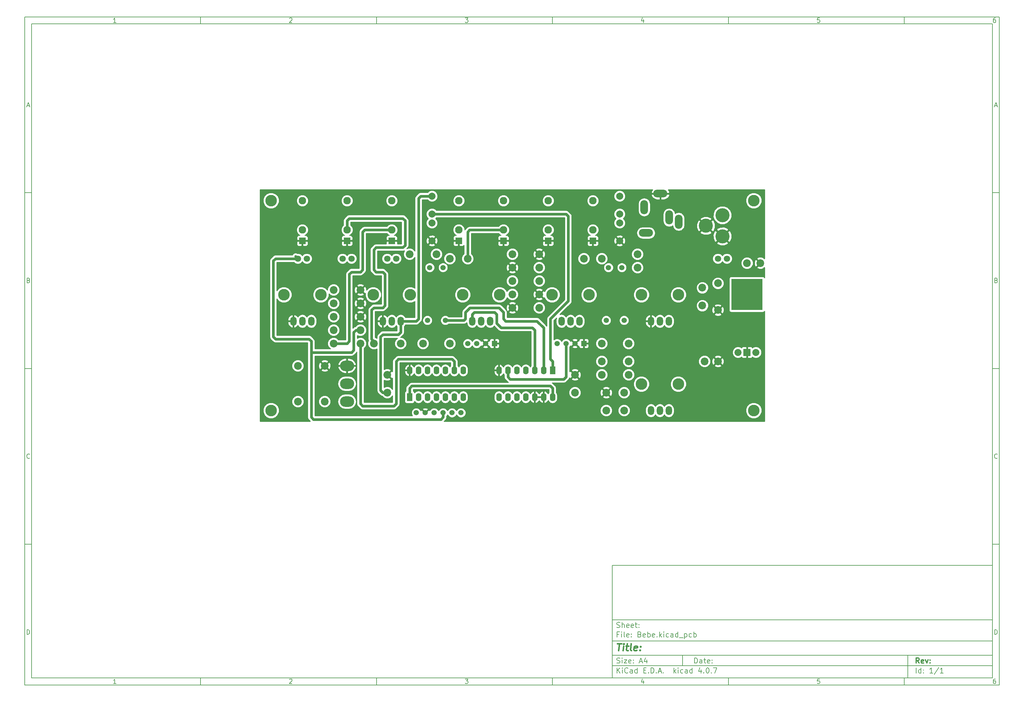
<source format=gbr>
G04 #@! TF.FileFunction,Copper,L1,Top,Signal*
%FSLAX46Y46*%
G04 Gerber Fmt 4.6, Leading zero omitted, Abs format (unit mm)*
G04 Created by KiCad (PCBNEW 4.0.7) date 12/03/19 08:57:21*
%MOMM*%
%LPD*%
G01*
G04 APERTURE LIST*
%ADD10C,0.100000*%
%ADD11C,0.150000*%
%ADD12C,0.300000*%
%ADD13C,0.400000*%
%ADD14O,4.000000X3.000000*%
%ADD15C,2.130000*%
%ADD16R,1.930000X1.830000*%
%ADD17C,2.200000*%
%ADD18R,1.574800X2.286000*%
%ADD19O,1.574800X2.286000*%
%ADD20R,1.520000X1.520000*%
%ADD21C,1.520000*%
%ADD22C,3.300000*%
%ADD23R,8.890000X8.890000*%
%ADD24C,2.000000*%
%ADD25R,2.000000X2.000000*%
%ADD26O,2.200000X4.000000*%
%ADD27O,4.000000X2.200000*%
%ADD28C,1.800000*%
%ADD29C,1.500000*%
%ADD30O,1.800000X2.600000*%
%ADD31C,4.000000*%
%ADD32C,0.800000*%
%ADD33C,0.254000*%
G04 APERTURE END LIST*
D10*
D11*
X177002200Y-166007200D02*
X177002200Y-198007200D01*
X285002200Y-198007200D01*
X285002200Y-166007200D01*
X177002200Y-166007200D01*
D10*
D11*
X10000000Y-10000000D02*
X10000000Y-200007200D01*
X287002200Y-200007200D01*
X287002200Y-10000000D01*
X10000000Y-10000000D01*
D10*
D11*
X12000000Y-12000000D02*
X12000000Y-198007200D01*
X285002200Y-198007200D01*
X285002200Y-12000000D01*
X12000000Y-12000000D01*
D10*
D11*
X60000000Y-12000000D02*
X60000000Y-10000000D01*
D10*
D11*
X110000000Y-12000000D02*
X110000000Y-10000000D01*
D10*
D11*
X160000000Y-12000000D02*
X160000000Y-10000000D01*
D10*
D11*
X210000000Y-12000000D02*
X210000000Y-10000000D01*
D10*
D11*
X260000000Y-12000000D02*
X260000000Y-10000000D01*
D10*
D11*
X35990476Y-11588095D02*
X35247619Y-11588095D01*
X35619048Y-11588095D02*
X35619048Y-10288095D01*
X35495238Y-10473810D01*
X35371429Y-10597619D01*
X35247619Y-10659524D01*
D10*
D11*
X85247619Y-10411905D02*
X85309524Y-10350000D01*
X85433333Y-10288095D01*
X85742857Y-10288095D01*
X85866667Y-10350000D01*
X85928571Y-10411905D01*
X85990476Y-10535714D01*
X85990476Y-10659524D01*
X85928571Y-10845238D01*
X85185714Y-11588095D01*
X85990476Y-11588095D01*
D10*
D11*
X135185714Y-10288095D02*
X135990476Y-10288095D01*
X135557143Y-10783333D01*
X135742857Y-10783333D01*
X135866667Y-10845238D01*
X135928571Y-10907143D01*
X135990476Y-11030952D01*
X135990476Y-11340476D01*
X135928571Y-11464286D01*
X135866667Y-11526190D01*
X135742857Y-11588095D01*
X135371429Y-11588095D01*
X135247619Y-11526190D01*
X135185714Y-11464286D01*
D10*
D11*
X185866667Y-10721429D02*
X185866667Y-11588095D01*
X185557143Y-10226190D02*
X185247619Y-11154762D01*
X186052381Y-11154762D01*
D10*
D11*
X235928571Y-10288095D02*
X235309524Y-10288095D01*
X235247619Y-10907143D01*
X235309524Y-10845238D01*
X235433333Y-10783333D01*
X235742857Y-10783333D01*
X235866667Y-10845238D01*
X235928571Y-10907143D01*
X235990476Y-11030952D01*
X235990476Y-11340476D01*
X235928571Y-11464286D01*
X235866667Y-11526190D01*
X235742857Y-11588095D01*
X235433333Y-11588095D01*
X235309524Y-11526190D01*
X235247619Y-11464286D01*
D10*
D11*
X285866667Y-10288095D02*
X285619048Y-10288095D01*
X285495238Y-10350000D01*
X285433333Y-10411905D01*
X285309524Y-10597619D01*
X285247619Y-10845238D01*
X285247619Y-11340476D01*
X285309524Y-11464286D01*
X285371429Y-11526190D01*
X285495238Y-11588095D01*
X285742857Y-11588095D01*
X285866667Y-11526190D01*
X285928571Y-11464286D01*
X285990476Y-11340476D01*
X285990476Y-11030952D01*
X285928571Y-10907143D01*
X285866667Y-10845238D01*
X285742857Y-10783333D01*
X285495238Y-10783333D01*
X285371429Y-10845238D01*
X285309524Y-10907143D01*
X285247619Y-11030952D01*
D10*
D11*
X60000000Y-198007200D02*
X60000000Y-200007200D01*
D10*
D11*
X110000000Y-198007200D02*
X110000000Y-200007200D01*
D10*
D11*
X160000000Y-198007200D02*
X160000000Y-200007200D01*
D10*
D11*
X210000000Y-198007200D02*
X210000000Y-200007200D01*
D10*
D11*
X260000000Y-198007200D02*
X260000000Y-200007200D01*
D10*
D11*
X35990476Y-199595295D02*
X35247619Y-199595295D01*
X35619048Y-199595295D02*
X35619048Y-198295295D01*
X35495238Y-198481010D01*
X35371429Y-198604819D01*
X35247619Y-198666724D01*
D10*
D11*
X85247619Y-198419105D02*
X85309524Y-198357200D01*
X85433333Y-198295295D01*
X85742857Y-198295295D01*
X85866667Y-198357200D01*
X85928571Y-198419105D01*
X85990476Y-198542914D01*
X85990476Y-198666724D01*
X85928571Y-198852438D01*
X85185714Y-199595295D01*
X85990476Y-199595295D01*
D10*
D11*
X135185714Y-198295295D02*
X135990476Y-198295295D01*
X135557143Y-198790533D01*
X135742857Y-198790533D01*
X135866667Y-198852438D01*
X135928571Y-198914343D01*
X135990476Y-199038152D01*
X135990476Y-199347676D01*
X135928571Y-199471486D01*
X135866667Y-199533390D01*
X135742857Y-199595295D01*
X135371429Y-199595295D01*
X135247619Y-199533390D01*
X135185714Y-199471486D01*
D10*
D11*
X185866667Y-198728629D02*
X185866667Y-199595295D01*
X185557143Y-198233390D02*
X185247619Y-199161962D01*
X186052381Y-199161962D01*
D10*
D11*
X235928571Y-198295295D02*
X235309524Y-198295295D01*
X235247619Y-198914343D01*
X235309524Y-198852438D01*
X235433333Y-198790533D01*
X235742857Y-198790533D01*
X235866667Y-198852438D01*
X235928571Y-198914343D01*
X235990476Y-199038152D01*
X235990476Y-199347676D01*
X235928571Y-199471486D01*
X235866667Y-199533390D01*
X235742857Y-199595295D01*
X235433333Y-199595295D01*
X235309524Y-199533390D01*
X235247619Y-199471486D01*
D10*
D11*
X285866667Y-198295295D02*
X285619048Y-198295295D01*
X285495238Y-198357200D01*
X285433333Y-198419105D01*
X285309524Y-198604819D01*
X285247619Y-198852438D01*
X285247619Y-199347676D01*
X285309524Y-199471486D01*
X285371429Y-199533390D01*
X285495238Y-199595295D01*
X285742857Y-199595295D01*
X285866667Y-199533390D01*
X285928571Y-199471486D01*
X285990476Y-199347676D01*
X285990476Y-199038152D01*
X285928571Y-198914343D01*
X285866667Y-198852438D01*
X285742857Y-198790533D01*
X285495238Y-198790533D01*
X285371429Y-198852438D01*
X285309524Y-198914343D01*
X285247619Y-199038152D01*
D10*
D11*
X10000000Y-60000000D02*
X12000000Y-60000000D01*
D10*
D11*
X10000000Y-110000000D02*
X12000000Y-110000000D01*
D10*
D11*
X10000000Y-160000000D02*
X12000000Y-160000000D01*
D10*
D11*
X10690476Y-35216667D02*
X11309524Y-35216667D01*
X10566667Y-35588095D02*
X11000000Y-34288095D01*
X11433333Y-35588095D01*
D10*
D11*
X11092857Y-84907143D02*
X11278571Y-84969048D01*
X11340476Y-85030952D01*
X11402381Y-85154762D01*
X11402381Y-85340476D01*
X11340476Y-85464286D01*
X11278571Y-85526190D01*
X11154762Y-85588095D01*
X10659524Y-85588095D01*
X10659524Y-84288095D01*
X11092857Y-84288095D01*
X11216667Y-84350000D01*
X11278571Y-84411905D01*
X11340476Y-84535714D01*
X11340476Y-84659524D01*
X11278571Y-84783333D01*
X11216667Y-84845238D01*
X11092857Y-84907143D01*
X10659524Y-84907143D01*
D10*
D11*
X11402381Y-135464286D02*
X11340476Y-135526190D01*
X11154762Y-135588095D01*
X11030952Y-135588095D01*
X10845238Y-135526190D01*
X10721429Y-135402381D01*
X10659524Y-135278571D01*
X10597619Y-135030952D01*
X10597619Y-134845238D01*
X10659524Y-134597619D01*
X10721429Y-134473810D01*
X10845238Y-134350000D01*
X11030952Y-134288095D01*
X11154762Y-134288095D01*
X11340476Y-134350000D01*
X11402381Y-134411905D01*
D10*
D11*
X10659524Y-185588095D02*
X10659524Y-184288095D01*
X10969048Y-184288095D01*
X11154762Y-184350000D01*
X11278571Y-184473810D01*
X11340476Y-184597619D01*
X11402381Y-184845238D01*
X11402381Y-185030952D01*
X11340476Y-185278571D01*
X11278571Y-185402381D01*
X11154762Y-185526190D01*
X10969048Y-185588095D01*
X10659524Y-185588095D01*
D10*
D11*
X287002200Y-60000000D02*
X285002200Y-60000000D01*
D10*
D11*
X287002200Y-110000000D02*
X285002200Y-110000000D01*
D10*
D11*
X287002200Y-160000000D02*
X285002200Y-160000000D01*
D10*
D11*
X285692676Y-35216667D02*
X286311724Y-35216667D01*
X285568867Y-35588095D02*
X286002200Y-34288095D01*
X286435533Y-35588095D01*
D10*
D11*
X286095057Y-84907143D02*
X286280771Y-84969048D01*
X286342676Y-85030952D01*
X286404581Y-85154762D01*
X286404581Y-85340476D01*
X286342676Y-85464286D01*
X286280771Y-85526190D01*
X286156962Y-85588095D01*
X285661724Y-85588095D01*
X285661724Y-84288095D01*
X286095057Y-84288095D01*
X286218867Y-84350000D01*
X286280771Y-84411905D01*
X286342676Y-84535714D01*
X286342676Y-84659524D01*
X286280771Y-84783333D01*
X286218867Y-84845238D01*
X286095057Y-84907143D01*
X285661724Y-84907143D01*
D10*
D11*
X286404581Y-135464286D02*
X286342676Y-135526190D01*
X286156962Y-135588095D01*
X286033152Y-135588095D01*
X285847438Y-135526190D01*
X285723629Y-135402381D01*
X285661724Y-135278571D01*
X285599819Y-135030952D01*
X285599819Y-134845238D01*
X285661724Y-134597619D01*
X285723629Y-134473810D01*
X285847438Y-134350000D01*
X286033152Y-134288095D01*
X286156962Y-134288095D01*
X286342676Y-134350000D01*
X286404581Y-134411905D01*
D10*
D11*
X285661724Y-185588095D02*
X285661724Y-184288095D01*
X285971248Y-184288095D01*
X286156962Y-184350000D01*
X286280771Y-184473810D01*
X286342676Y-184597619D01*
X286404581Y-184845238D01*
X286404581Y-185030952D01*
X286342676Y-185278571D01*
X286280771Y-185402381D01*
X286156962Y-185526190D01*
X285971248Y-185588095D01*
X285661724Y-185588095D01*
D10*
D11*
X200359343Y-193785771D02*
X200359343Y-192285771D01*
X200716486Y-192285771D01*
X200930771Y-192357200D01*
X201073629Y-192500057D01*
X201145057Y-192642914D01*
X201216486Y-192928629D01*
X201216486Y-193142914D01*
X201145057Y-193428629D01*
X201073629Y-193571486D01*
X200930771Y-193714343D01*
X200716486Y-193785771D01*
X200359343Y-193785771D01*
X202502200Y-193785771D02*
X202502200Y-193000057D01*
X202430771Y-192857200D01*
X202287914Y-192785771D01*
X202002200Y-192785771D01*
X201859343Y-192857200D01*
X202502200Y-193714343D02*
X202359343Y-193785771D01*
X202002200Y-193785771D01*
X201859343Y-193714343D01*
X201787914Y-193571486D01*
X201787914Y-193428629D01*
X201859343Y-193285771D01*
X202002200Y-193214343D01*
X202359343Y-193214343D01*
X202502200Y-193142914D01*
X203002200Y-192785771D02*
X203573629Y-192785771D01*
X203216486Y-192285771D02*
X203216486Y-193571486D01*
X203287914Y-193714343D01*
X203430772Y-193785771D01*
X203573629Y-193785771D01*
X204645057Y-193714343D02*
X204502200Y-193785771D01*
X204216486Y-193785771D01*
X204073629Y-193714343D01*
X204002200Y-193571486D01*
X204002200Y-193000057D01*
X204073629Y-192857200D01*
X204216486Y-192785771D01*
X204502200Y-192785771D01*
X204645057Y-192857200D01*
X204716486Y-193000057D01*
X204716486Y-193142914D01*
X204002200Y-193285771D01*
X205359343Y-193642914D02*
X205430771Y-193714343D01*
X205359343Y-193785771D01*
X205287914Y-193714343D01*
X205359343Y-193642914D01*
X205359343Y-193785771D01*
X205359343Y-192857200D02*
X205430771Y-192928629D01*
X205359343Y-193000057D01*
X205287914Y-192928629D01*
X205359343Y-192857200D01*
X205359343Y-193000057D01*
D10*
D11*
X177002200Y-194507200D02*
X285002200Y-194507200D01*
D10*
D11*
X178359343Y-196585771D02*
X178359343Y-195085771D01*
X179216486Y-196585771D02*
X178573629Y-195728629D01*
X179216486Y-195085771D02*
X178359343Y-195942914D01*
X179859343Y-196585771D02*
X179859343Y-195585771D01*
X179859343Y-195085771D02*
X179787914Y-195157200D01*
X179859343Y-195228629D01*
X179930771Y-195157200D01*
X179859343Y-195085771D01*
X179859343Y-195228629D01*
X181430772Y-196442914D02*
X181359343Y-196514343D01*
X181145057Y-196585771D01*
X181002200Y-196585771D01*
X180787915Y-196514343D01*
X180645057Y-196371486D01*
X180573629Y-196228629D01*
X180502200Y-195942914D01*
X180502200Y-195728629D01*
X180573629Y-195442914D01*
X180645057Y-195300057D01*
X180787915Y-195157200D01*
X181002200Y-195085771D01*
X181145057Y-195085771D01*
X181359343Y-195157200D01*
X181430772Y-195228629D01*
X182716486Y-196585771D02*
X182716486Y-195800057D01*
X182645057Y-195657200D01*
X182502200Y-195585771D01*
X182216486Y-195585771D01*
X182073629Y-195657200D01*
X182716486Y-196514343D02*
X182573629Y-196585771D01*
X182216486Y-196585771D01*
X182073629Y-196514343D01*
X182002200Y-196371486D01*
X182002200Y-196228629D01*
X182073629Y-196085771D01*
X182216486Y-196014343D01*
X182573629Y-196014343D01*
X182716486Y-195942914D01*
X184073629Y-196585771D02*
X184073629Y-195085771D01*
X184073629Y-196514343D02*
X183930772Y-196585771D01*
X183645058Y-196585771D01*
X183502200Y-196514343D01*
X183430772Y-196442914D01*
X183359343Y-196300057D01*
X183359343Y-195871486D01*
X183430772Y-195728629D01*
X183502200Y-195657200D01*
X183645058Y-195585771D01*
X183930772Y-195585771D01*
X184073629Y-195657200D01*
X185930772Y-195800057D02*
X186430772Y-195800057D01*
X186645058Y-196585771D02*
X185930772Y-196585771D01*
X185930772Y-195085771D01*
X186645058Y-195085771D01*
X187287915Y-196442914D02*
X187359343Y-196514343D01*
X187287915Y-196585771D01*
X187216486Y-196514343D01*
X187287915Y-196442914D01*
X187287915Y-196585771D01*
X188002201Y-196585771D02*
X188002201Y-195085771D01*
X188359344Y-195085771D01*
X188573629Y-195157200D01*
X188716487Y-195300057D01*
X188787915Y-195442914D01*
X188859344Y-195728629D01*
X188859344Y-195942914D01*
X188787915Y-196228629D01*
X188716487Y-196371486D01*
X188573629Y-196514343D01*
X188359344Y-196585771D01*
X188002201Y-196585771D01*
X189502201Y-196442914D02*
X189573629Y-196514343D01*
X189502201Y-196585771D01*
X189430772Y-196514343D01*
X189502201Y-196442914D01*
X189502201Y-196585771D01*
X190145058Y-196157200D02*
X190859344Y-196157200D01*
X190002201Y-196585771D02*
X190502201Y-195085771D01*
X191002201Y-196585771D01*
X191502201Y-196442914D02*
X191573629Y-196514343D01*
X191502201Y-196585771D01*
X191430772Y-196514343D01*
X191502201Y-196442914D01*
X191502201Y-196585771D01*
X194502201Y-196585771D02*
X194502201Y-195085771D01*
X194645058Y-196014343D02*
X195073629Y-196585771D01*
X195073629Y-195585771D02*
X194502201Y-196157200D01*
X195716487Y-196585771D02*
X195716487Y-195585771D01*
X195716487Y-195085771D02*
X195645058Y-195157200D01*
X195716487Y-195228629D01*
X195787915Y-195157200D01*
X195716487Y-195085771D01*
X195716487Y-195228629D01*
X197073630Y-196514343D02*
X196930773Y-196585771D01*
X196645059Y-196585771D01*
X196502201Y-196514343D01*
X196430773Y-196442914D01*
X196359344Y-196300057D01*
X196359344Y-195871486D01*
X196430773Y-195728629D01*
X196502201Y-195657200D01*
X196645059Y-195585771D01*
X196930773Y-195585771D01*
X197073630Y-195657200D01*
X198359344Y-196585771D02*
X198359344Y-195800057D01*
X198287915Y-195657200D01*
X198145058Y-195585771D01*
X197859344Y-195585771D01*
X197716487Y-195657200D01*
X198359344Y-196514343D02*
X198216487Y-196585771D01*
X197859344Y-196585771D01*
X197716487Y-196514343D01*
X197645058Y-196371486D01*
X197645058Y-196228629D01*
X197716487Y-196085771D01*
X197859344Y-196014343D01*
X198216487Y-196014343D01*
X198359344Y-195942914D01*
X199716487Y-196585771D02*
X199716487Y-195085771D01*
X199716487Y-196514343D02*
X199573630Y-196585771D01*
X199287916Y-196585771D01*
X199145058Y-196514343D01*
X199073630Y-196442914D01*
X199002201Y-196300057D01*
X199002201Y-195871486D01*
X199073630Y-195728629D01*
X199145058Y-195657200D01*
X199287916Y-195585771D01*
X199573630Y-195585771D01*
X199716487Y-195657200D01*
X202216487Y-195585771D02*
X202216487Y-196585771D01*
X201859344Y-195014343D02*
X201502201Y-196085771D01*
X202430773Y-196085771D01*
X203002201Y-196442914D02*
X203073629Y-196514343D01*
X203002201Y-196585771D01*
X202930772Y-196514343D01*
X203002201Y-196442914D01*
X203002201Y-196585771D01*
X204002201Y-195085771D02*
X204145058Y-195085771D01*
X204287915Y-195157200D01*
X204359344Y-195228629D01*
X204430773Y-195371486D01*
X204502201Y-195657200D01*
X204502201Y-196014343D01*
X204430773Y-196300057D01*
X204359344Y-196442914D01*
X204287915Y-196514343D01*
X204145058Y-196585771D01*
X204002201Y-196585771D01*
X203859344Y-196514343D01*
X203787915Y-196442914D01*
X203716487Y-196300057D01*
X203645058Y-196014343D01*
X203645058Y-195657200D01*
X203716487Y-195371486D01*
X203787915Y-195228629D01*
X203859344Y-195157200D01*
X204002201Y-195085771D01*
X205145058Y-196442914D02*
X205216486Y-196514343D01*
X205145058Y-196585771D01*
X205073629Y-196514343D01*
X205145058Y-196442914D01*
X205145058Y-196585771D01*
X205716487Y-195085771D02*
X206716487Y-195085771D01*
X206073630Y-196585771D01*
D10*
D11*
X177002200Y-191507200D02*
X285002200Y-191507200D01*
D10*
D12*
X264216486Y-193785771D02*
X263716486Y-193071486D01*
X263359343Y-193785771D02*
X263359343Y-192285771D01*
X263930771Y-192285771D01*
X264073629Y-192357200D01*
X264145057Y-192428629D01*
X264216486Y-192571486D01*
X264216486Y-192785771D01*
X264145057Y-192928629D01*
X264073629Y-193000057D01*
X263930771Y-193071486D01*
X263359343Y-193071486D01*
X265430771Y-193714343D02*
X265287914Y-193785771D01*
X265002200Y-193785771D01*
X264859343Y-193714343D01*
X264787914Y-193571486D01*
X264787914Y-193000057D01*
X264859343Y-192857200D01*
X265002200Y-192785771D01*
X265287914Y-192785771D01*
X265430771Y-192857200D01*
X265502200Y-193000057D01*
X265502200Y-193142914D01*
X264787914Y-193285771D01*
X266002200Y-192785771D02*
X266359343Y-193785771D01*
X266716485Y-192785771D01*
X267287914Y-193642914D02*
X267359342Y-193714343D01*
X267287914Y-193785771D01*
X267216485Y-193714343D01*
X267287914Y-193642914D01*
X267287914Y-193785771D01*
X267287914Y-192857200D02*
X267359342Y-192928629D01*
X267287914Y-193000057D01*
X267216485Y-192928629D01*
X267287914Y-192857200D01*
X267287914Y-193000057D01*
D10*
D11*
X178287914Y-193714343D02*
X178502200Y-193785771D01*
X178859343Y-193785771D01*
X179002200Y-193714343D01*
X179073629Y-193642914D01*
X179145057Y-193500057D01*
X179145057Y-193357200D01*
X179073629Y-193214343D01*
X179002200Y-193142914D01*
X178859343Y-193071486D01*
X178573629Y-193000057D01*
X178430771Y-192928629D01*
X178359343Y-192857200D01*
X178287914Y-192714343D01*
X178287914Y-192571486D01*
X178359343Y-192428629D01*
X178430771Y-192357200D01*
X178573629Y-192285771D01*
X178930771Y-192285771D01*
X179145057Y-192357200D01*
X179787914Y-193785771D02*
X179787914Y-192785771D01*
X179787914Y-192285771D02*
X179716485Y-192357200D01*
X179787914Y-192428629D01*
X179859342Y-192357200D01*
X179787914Y-192285771D01*
X179787914Y-192428629D01*
X180359343Y-192785771D02*
X181145057Y-192785771D01*
X180359343Y-193785771D01*
X181145057Y-193785771D01*
X182287914Y-193714343D02*
X182145057Y-193785771D01*
X181859343Y-193785771D01*
X181716486Y-193714343D01*
X181645057Y-193571486D01*
X181645057Y-193000057D01*
X181716486Y-192857200D01*
X181859343Y-192785771D01*
X182145057Y-192785771D01*
X182287914Y-192857200D01*
X182359343Y-193000057D01*
X182359343Y-193142914D01*
X181645057Y-193285771D01*
X183002200Y-193642914D02*
X183073628Y-193714343D01*
X183002200Y-193785771D01*
X182930771Y-193714343D01*
X183002200Y-193642914D01*
X183002200Y-193785771D01*
X183002200Y-192857200D02*
X183073628Y-192928629D01*
X183002200Y-193000057D01*
X182930771Y-192928629D01*
X183002200Y-192857200D01*
X183002200Y-193000057D01*
X184787914Y-193357200D02*
X185502200Y-193357200D01*
X184645057Y-193785771D02*
X185145057Y-192285771D01*
X185645057Y-193785771D01*
X186787914Y-192785771D02*
X186787914Y-193785771D01*
X186430771Y-192214343D02*
X186073628Y-193285771D01*
X187002200Y-193285771D01*
D10*
D11*
X263359343Y-196585771D02*
X263359343Y-195085771D01*
X264716486Y-196585771D02*
X264716486Y-195085771D01*
X264716486Y-196514343D02*
X264573629Y-196585771D01*
X264287915Y-196585771D01*
X264145057Y-196514343D01*
X264073629Y-196442914D01*
X264002200Y-196300057D01*
X264002200Y-195871486D01*
X264073629Y-195728629D01*
X264145057Y-195657200D01*
X264287915Y-195585771D01*
X264573629Y-195585771D01*
X264716486Y-195657200D01*
X265430772Y-196442914D02*
X265502200Y-196514343D01*
X265430772Y-196585771D01*
X265359343Y-196514343D01*
X265430772Y-196442914D01*
X265430772Y-196585771D01*
X265430772Y-195657200D02*
X265502200Y-195728629D01*
X265430772Y-195800057D01*
X265359343Y-195728629D01*
X265430772Y-195657200D01*
X265430772Y-195800057D01*
X268073629Y-196585771D02*
X267216486Y-196585771D01*
X267645058Y-196585771D02*
X267645058Y-195085771D01*
X267502201Y-195300057D01*
X267359343Y-195442914D01*
X267216486Y-195514343D01*
X269787914Y-195014343D02*
X268502200Y-196942914D01*
X271073629Y-196585771D02*
X270216486Y-196585771D01*
X270645058Y-196585771D02*
X270645058Y-195085771D01*
X270502201Y-195300057D01*
X270359343Y-195442914D01*
X270216486Y-195514343D01*
D10*
D11*
X177002200Y-187507200D02*
X285002200Y-187507200D01*
D10*
D13*
X178454581Y-188211962D02*
X179597438Y-188211962D01*
X178776010Y-190211962D02*
X179026010Y-188211962D01*
X180014105Y-190211962D02*
X180180771Y-188878629D01*
X180264105Y-188211962D02*
X180156962Y-188307200D01*
X180240295Y-188402438D01*
X180347439Y-188307200D01*
X180264105Y-188211962D01*
X180240295Y-188402438D01*
X180847438Y-188878629D02*
X181609343Y-188878629D01*
X181216486Y-188211962D02*
X181002200Y-189926248D01*
X181073630Y-190116724D01*
X181252201Y-190211962D01*
X181442677Y-190211962D01*
X182395058Y-190211962D02*
X182216487Y-190116724D01*
X182145057Y-189926248D01*
X182359343Y-188211962D01*
X183930772Y-190116724D02*
X183728391Y-190211962D01*
X183347439Y-190211962D01*
X183168867Y-190116724D01*
X183097438Y-189926248D01*
X183192676Y-189164343D01*
X183311724Y-188973867D01*
X183514105Y-188878629D01*
X183895057Y-188878629D01*
X184073629Y-188973867D01*
X184145057Y-189164343D01*
X184121248Y-189354819D01*
X183145057Y-189545295D01*
X184895057Y-190021486D02*
X184978392Y-190116724D01*
X184871248Y-190211962D01*
X184787915Y-190116724D01*
X184895057Y-190021486D01*
X184871248Y-190211962D01*
X185026010Y-188973867D02*
X185109344Y-189069105D01*
X185002200Y-189164343D01*
X184918867Y-189069105D01*
X185026010Y-188973867D01*
X185002200Y-189164343D01*
D10*
D11*
X178859343Y-185600057D02*
X178359343Y-185600057D01*
X178359343Y-186385771D02*
X178359343Y-184885771D01*
X179073629Y-184885771D01*
X179645057Y-186385771D02*
X179645057Y-185385771D01*
X179645057Y-184885771D02*
X179573628Y-184957200D01*
X179645057Y-185028629D01*
X179716485Y-184957200D01*
X179645057Y-184885771D01*
X179645057Y-185028629D01*
X180573629Y-186385771D02*
X180430771Y-186314343D01*
X180359343Y-186171486D01*
X180359343Y-184885771D01*
X181716485Y-186314343D02*
X181573628Y-186385771D01*
X181287914Y-186385771D01*
X181145057Y-186314343D01*
X181073628Y-186171486D01*
X181073628Y-185600057D01*
X181145057Y-185457200D01*
X181287914Y-185385771D01*
X181573628Y-185385771D01*
X181716485Y-185457200D01*
X181787914Y-185600057D01*
X181787914Y-185742914D01*
X181073628Y-185885771D01*
X182430771Y-186242914D02*
X182502199Y-186314343D01*
X182430771Y-186385771D01*
X182359342Y-186314343D01*
X182430771Y-186242914D01*
X182430771Y-186385771D01*
X182430771Y-185457200D02*
X182502199Y-185528629D01*
X182430771Y-185600057D01*
X182359342Y-185528629D01*
X182430771Y-185457200D01*
X182430771Y-185600057D01*
X184787914Y-185600057D02*
X185002200Y-185671486D01*
X185073628Y-185742914D01*
X185145057Y-185885771D01*
X185145057Y-186100057D01*
X185073628Y-186242914D01*
X185002200Y-186314343D01*
X184859342Y-186385771D01*
X184287914Y-186385771D01*
X184287914Y-184885771D01*
X184787914Y-184885771D01*
X184930771Y-184957200D01*
X185002200Y-185028629D01*
X185073628Y-185171486D01*
X185073628Y-185314343D01*
X185002200Y-185457200D01*
X184930771Y-185528629D01*
X184787914Y-185600057D01*
X184287914Y-185600057D01*
X186359342Y-186314343D02*
X186216485Y-186385771D01*
X185930771Y-186385771D01*
X185787914Y-186314343D01*
X185716485Y-186171486D01*
X185716485Y-185600057D01*
X185787914Y-185457200D01*
X185930771Y-185385771D01*
X186216485Y-185385771D01*
X186359342Y-185457200D01*
X186430771Y-185600057D01*
X186430771Y-185742914D01*
X185716485Y-185885771D01*
X187073628Y-186385771D02*
X187073628Y-184885771D01*
X187073628Y-185457200D02*
X187216485Y-185385771D01*
X187502199Y-185385771D01*
X187645056Y-185457200D01*
X187716485Y-185528629D01*
X187787914Y-185671486D01*
X187787914Y-186100057D01*
X187716485Y-186242914D01*
X187645056Y-186314343D01*
X187502199Y-186385771D01*
X187216485Y-186385771D01*
X187073628Y-186314343D01*
X189002199Y-186314343D02*
X188859342Y-186385771D01*
X188573628Y-186385771D01*
X188430771Y-186314343D01*
X188359342Y-186171486D01*
X188359342Y-185600057D01*
X188430771Y-185457200D01*
X188573628Y-185385771D01*
X188859342Y-185385771D01*
X189002199Y-185457200D01*
X189073628Y-185600057D01*
X189073628Y-185742914D01*
X188359342Y-185885771D01*
X189716485Y-186242914D02*
X189787913Y-186314343D01*
X189716485Y-186385771D01*
X189645056Y-186314343D01*
X189716485Y-186242914D01*
X189716485Y-186385771D01*
X190430771Y-186385771D02*
X190430771Y-184885771D01*
X190573628Y-185814343D02*
X191002199Y-186385771D01*
X191002199Y-185385771D02*
X190430771Y-185957200D01*
X191645057Y-186385771D02*
X191645057Y-185385771D01*
X191645057Y-184885771D02*
X191573628Y-184957200D01*
X191645057Y-185028629D01*
X191716485Y-184957200D01*
X191645057Y-184885771D01*
X191645057Y-185028629D01*
X193002200Y-186314343D02*
X192859343Y-186385771D01*
X192573629Y-186385771D01*
X192430771Y-186314343D01*
X192359343Y-186242914D01*
X192287914Y-186100057D01*
X192287914Y-185671486D01*
X192359343Y-185528629D01*
X192430771Y-185457200D01*
X192573629Y-185385771D01*
X192859343Y-185385771D01*
X193002200Y-185457200D01*
X194287914Y-186385771D02*
X194287914Y-185600057D01*
X194216485Y-185457200D01*
X194073628Y-185385771D01*
X193787914Y-185385771D01*
X193645057Y-185457200D01*
X194287914Y-186314343D02*
X194145057Y-186385771D01*
X193787914Y-186385771D01*
X193645057Y-186314343D01*
X193573628Y-186171486D01*
X193573628Y-186028629D01*
X193645057Y-185885771D01*
X193787914Y-185814343D01*
X194145057Y-185814343D01*
X194287914Y-185742914D01*
X195645057Y-186385771D02*
X195645057Y-184885771D01*
X195645057Y-186314343D02*
X195502200Y-186385771D01*
X195216486Y-186385771D01*
X195073628Y-186314343D01*
X195002200Y-186242914D01*
X194930771Y-186100057D01*
X194930771Y-185671486D01*
X195002200Y-185528629D01*
X195073628Y-185457200D01*
X195216486Y-185385771D01*
X195502200Y-185385771D01*
X195645057Y-185457200D01*
X196002200Y-186528629D02*
X197145057Y-186528629D01*
X197502200Y-185385771D02*
X197502200Y-186885771D01*
X197502200Y-185457200D02*
X197645057Y-185385771D01*
X197930771Y-185385771D01*
X198073628Y-185457200D01*
X198145057Y-185528629D01*
X198216486Y-185671486D01*
X198216486Y-186100057D01*
X198145057Y-186242914D01*
X198073628Y-186314343D01*
X197930771Y-186385771D01*
X197645057Y-186385771D01*
X197502200Y-186314343D01*
X199502200Y-186314343D02*
X199359343Y-186385771D01*
X199073629Y-186385771D01*
X198930771Y-186314343D01*
X198859343Y-186242914D01*
X198787914Y-186100057D01*
X198787914Y-185671486D01*
X198859343Y-185528629D01*
X198930771Y-185457200D01*
X199073629Y-185385771D01*
X199359343Y-185385771D01*
X199502200Y-185457200D01*
X200145057Y-186385771D02*
X200145057Y-184885771D01*
X200145057Y-185457200D02*
X200287914Y-185385771D01*
X200573628Y-185385771D01*
X200716485Y-185457200D01*
X200787914Y-185528629D01*
X200859343Y-185671486D01*
X200859343Y-186100057D01*
X200787914Y-186242914D01*
X200716485Y-186314343D01*
X200573628Y-186385771D01*
X200287914Y-186385771D01*
X200145057Y-186314343D01*
D10*
D11*
X177002200Y-181507200D02*
X285002200Y-181507200D01*
D10*
D11*
X178287914Y-183614343D02*
X178502200Y-183685771D01*
X178859343Y-183685771D01*
X179002200Y-183614343D01*
X179073629Y-183542914D01*
X179145057Y-183400057D01*
X179145057Y-183257200D01*
X179073629Y-183114343D01*
X179002200Y-183042914D01*
X178859343Y-182971486D01*
X178573629Y-182900057D01*
X178430771Y-182828629D01*
X178359343Y-182757200D01*
X178287914Y-182614343D01*
X178287914Y-182471486D01*
X178359343Y-182328629D01*
X178430771Y-182257200D01*
X178573629Y-182185771D01*
X178930771Y-182185771D01*
X179145057Y-182257200D01*
X179787914Y-183685771D02*
X179787914Y-182185771D01*
X180430771Y-183685771D02*
X180430771Y-182900057D01*
X180359342Y-182757200D01*
X180216485Y-182685771D01*
X180002200Y-182685771D01*
X179859342Y-182757200D01*
X179787914Y-182828629D01*
X181716485Y-183614343D02*
X181573628Y-183685771D01*
X181287914Y-183685771D01*
X181145057Y-183614343D01*
X181073628Y-183471486D01*
X181073628Y-182900057D01*
X181145057Y-182757200D01*
X181287914Y-182685771D01*
X181573628Y-182685771D01*
X181716485Y-182757200D01*
X181787914Y-182900057D01*
X181787914Y-183042914D01*
X181073628Y-183185771D01*
X183002199Y-183614343D02*
X182859342Y-183685771D01*
X182573628Y-183685771D01*
X182430771Y-183614343D01*
X182359342Y-183471486D01*
X182359342Y-182900057D01*
X182430771Y-182757200D01*
X182573628Y-182685771D01*
X182859342Y-182685771D01*
X183002199Y-182757200D01*
X183073628Y-182900057D01*
X183073628Y-183042914D01*
X182359342Y-183185771D01*
X183502199Y-182685771D02*
X184073628Y-182685771D01*
X183716485Y-182185771D02*
X183716485Y-183471486D01*
X183787913Y-183614343D01*
X183930771Y-183685771D01*
X184073628Y-183685771D01*
X184573628Y-183542914D02*
X184645056Y-183614343D01*
X184573628Y-183685771D01*
X184502199Y-183614343D01*
X184573628Y-183542914D01*
X184573628Y-183685771D01*
X184573628Y-182757200D02*
X184645056Y-182828629D01*
X184573628Y-182900057D01*
X184502199Y-182828629D01*
X184573628Y-182757200D01*
X184573628Y-182900057D01*
D10*
D11*
X197002200Y-191507200D02*
X197002200Y-194507200D01*
D10*
D11*
X261002200Y-191507200D02*
X261002200Y-198007200D01*
D14*
X101600000Y-114300000D03*
X101600000Y-109220000D03*
X101600000Y-119380000D03*
D15*
X133350000Y-70560000D03*
D16*
X133350000Y-73660000D03*
D15*
X133350000Y-62260000D03*
D17*
X113030000Y-116840000D03*
X113030000Y-111760000D03*
X166370000Y-116840000D03*
X166370000Y-111760000D03*
X180340000Y-121920000D03*
X175260000Y-121920000D03*
X175260000Y-116840000D03*
X180340000Y-116840000D03*
X184150000Y-77470000D03*
X184150000Y-81280000D03*
X202565000Y-92075000D03*
X202565000Y-86995000D03*
X130810000Y-78740000D03*
X135890000Y-78740000D03*
X168910000Y-78740000D03*
X173990000Y-78740000D03*
X156210000Y-77470000D03*
X148590000Y-77470000D03*
X148590000Y-81280000D03*
X156210000Y-81280000D03*
X119380000Y-77470000D03*
X127000000Y-77470000D03*
X148590000Y-85090000D03*
X156210000Y-85090000D03*
X156210000Y-88900000D03*
X148590000Y-88900000D03*
X148590000Y-92710000D03*
X156210000Y-92710000D03*
X123190000Y-102870000D03*
X130810000Y-102870000D03*
X181610000Y-102870000D03*
X173990000Y-102870000D03*
X207010000Y-93345000D03*
X207010000Y-85725000D03*
X173990000Y-107950000D03*
X181610000Y-107950000D03*
X173990000Y-111760000D03*
X181610000Y-111760000D03*
X95250000Y-109220000D03*
X87630000Y-109220000D03*
X97790000Y-99060000D03*
X105410000Y-99060000D03*
X109220000Y-102870000D03*
X116840000Y-102870000D03*
X97790000Y-102870000D03*
X105410000Y-102870000D03*
X105410000Y-87630000D03*
X97790000Y-87630000D03*
X105410000Y-91440000D03*
X97790000Y-91440000D03*
X105410000Y-95250000D03*
X97790000Y-95250000D03*
D18*
X119380000Y-118110000D03*
D19*
X121920000Y-118110000D03*
X124460000Y-118110000D03*
X127000000Y-118110000D03*
X129540000Y-118110000D03*
X132080000Y-118110000D03*
X134620000Y-118110000D03*
X134620000Y-110490000D03*
X132080000Y-110490000D03*
X129540000Y-110490000D03*
X127000000Y-110490000D03*
X124460000Y-110490000D03*
X121920000Y-110490000D03*
X119380000Y-110490000D03*
D15*
X88900000Y-70560000D03*
D16*
X88900000Y-73660000D03*
D15*
X88900000Y-62260000D03*
D20*
X143510000Y-102870000D03*
D21*
X140970000Y-102870000D03*
X138430000Y-102870000D03*
X135890000Y-102870000D03*
D20*
X168910000Y-102870000D03*
D21*
X166370000Y-102870000D03*
X163830000Y-102870000D03*
X161290000Y-102870000D03*
D22*
X217170000Y-62230000D03*
X80010000Y-62230000D03*
X80010000Y-121920000D03*
X217170000Y-121920000D03*
D23*
X215265000Y-88900000D03*
D24*
X212725000Y-105410000D03*
D25*
X215265000Y-105410000D03*
D24*
X217805000Y-105410000D03*
D15*
X146050000Y-70560000D03*
D16*
X146050000Y-73660000D03*
D15*
X146050000Y-62260000D03*
X101600000Y-70560000D03*
D16*
X101600000Y-73660000D03*
D15*
X101600000Y-62260000D03*
X114300000Y-70560000D03*
D16*
X114300000Y-73660000D03*
D15*
X114300000Y-62260000D03*
X158750000Y-70560000D03*
D16*
X158750000Y-73660000D03*
D15*
X158750000Y-62260000D03*
X171450000Y-70560000D03*
D16*
X171450000Y-73660000D03*
D15*
X171450000Y-62260000D03*
D17*
X203200000Y-107950000D03*
X207010000Y-107950000D03*
X215265000Y-80010000D03*
X219075000Y-80010000D03*
D18*
X160020000Y-110490000D03*
D19*
X157480000Y-110490000D03*
X154940000Y-110490000D03*
X152400000Y-110490000D03*
X149860000Y-110490000D03*
X147320000Y-110490000D03*
X144780000Y-110490000D03*
X144780000Y-118110000D03*
X147320000Y-118110000D03*
X149860000Y-118110000D03*
X152400000Y-118110000D03*
X154940000Y-118110000D03*
X157480000Y-118110000D03*
X160020000Y-118110000D03*
D24*
X125730000Y-68580000D03*
X125730000Y-73660000D03*
X125730000Y-60960000D03*
X125730000Y-66040000D03*
X179070000Y-68580000D03*
X179070000Y-73660000D03*
X179070000Y-60960000D03*
X179070000Y-66040000D03*
D26*
X186055000Y-64135000D03*
D27*
X186555000Y-71435000D03*
D26*
X193155000Y-67035000D03*
X195855000Y-68235000D03*
D27*
X190655000Y-60235000D03*
D21*
X133985000Y-122555000D03*
X131445000Y-122555000D03*
X128905000Y-122555000D03*
X126365000Y-122555000D03*
X123825000Y-122555000D03*
X121285000Y-122555000D03*
D28*
X90170000Y-78740000D03*
X87630000Y-78740000D03*
X100330000Y-78740000D03*
X102870000Y-78740000D03*
X113030000Y-78740000D03*
X115570000Y-78740000D03*
X207010000Y-78740000D03*
X209550000Y-78740000D03*
D29*
X128905000Y-81280000D03*
X129545000Y-96280000D03*
X124465000Y-96280000D03*
X125105000Y-81280000D03*
X179705000Y-81280000D03*
X180345000Y-96280000D03*
X175265000Y-96280000D03*
X175905000Y-81280000D03*
D17*
X87630000Y-119380000D03*
X95250000Y-119380000D03*
D30*
X86360000Y-96520000D03*
X88900000Y-96520000D03*
X91440000Y-96520000D03*
D22*
X83650000Y-89020000D03*
X94150000Y-89020000D03*
D30*
X111760000Y-96520000D03*
X114300000Y-96520000D03*
X116840000Y-96520000D03*
D22*
X109050000Y-89020000D03*
X119550000Y-89020000D03*
D30*
X137160000Y-96520000D03*
X139700000Y-96520000D03*
X142240000Y-96520000D03*
D22*
X134450000Y-89020000D03*
X144950000Y-89020000D03*
D30*
X162560000Y-96520000D03*
X165100000Y-96520000D03*
X167640000Y-96520000D03*
D22*
X159850000Y-89020000D03*
X170350000Y-89020000D03*
D30*
X187960000Y-96520000D03*
X190500000Y-96520000D03*
X193040000Y-96520000D03*
D22*
X185250000Y-89020000D03*
X195750000Y-89020000D03*
D30*
X187960000Y-121920000D03*
X190500000Y-121920000D03*
X193040000Y-121920000D03*
D22*
X185250000Y-114420000D03*
X195750000Y-114420000D03*
D31*
X208280000Y-72390000D03*
X208280000Y-66390000D03*
X203580000Y-69390000D03*
D32*
X160020000Y-115570000D02*
X159385000Y-114935000D01*
X119380000Y-115570000D02*
X120015000Y-114935000D01*
X120015000Y-114935000D02*
X159385000Y-114935000D01*
X119380000Y-118110000D02*
X119380000Y-115570000D01*
X160020000Y-115570000D02*
X160020000Y-118110000D01*
X121920000Y-61595000D02*
X122555000Y-60960000D01*
X125730000Y-60960000D02*
X122555000Y-60960000D01*
X121285000Y-96520000D02*
X121920000Y-95885000D01*
X121920000Y-95885000D02*
X121920000Y-61595000D01*
X116840000Y-96520000D02*
X121285000Y-96520000D01*
X111760000Y-116840000D02*
X111125000Y-116205000D01*
X113030000Y-116840000D02*
X111760000Y-116840000D01*
X116205000Y-100330000D02*
X111760000Y-100330000D01*
X116205000Y-100330000D02*
X116840000Y-99695000D01*
X116840000Y-99695000D02*
X116840000Y-96520000D01*
X111760000Y-100330000D02*
X111125000Y-100965000D01*
X111125000Y-100965000D02*
X111125000Y-116205000D01*
X113030000Y-116840000D02*
X112395000Y-116840000D01*
X160020000Y-107950000D02*
X159385000Y-107315000D01*
X159385000Y-107315000D02*
X159385000Y-95885000D01*
X163830000Y-66040000D02*
X164465000Y-66675000D01*
X125730000Y-66040000D02*
X163830000Y-66040000D01*
X159385000Y-95885000D02*
X164465000Y-90805000D01*
X164465000Y-90805000D02*
X164465000Y-66675000D01*
X160020000Y-107950000D02*
X160020000Y-110490000D01*
X146050000Y-70560000D02*
X136450000Y-70560000D01*
X135890000Y-71120000D02*
X135890000Y-78740000D01*
X136450000Y-70560000D02*
X135890000Y-71120000D01*
X92075000Y-124460000D02*
X91440000Y-123825000D01*
X90805000Y-101600000D02*
X91440000Y-102235000D01*
X94615000Y-105410000D02*
X91440000Y-105410000D01*
X102870000Y-105410000D02*
X103505000Y-104775000D01*
X104140000Y-99060000D02*
X103505000Y-99695000D01*
X105410000Y-99060000D02*
X104140000Y-99060000D01*
X103505000Y-104775000D02*
X103505000Y-99695000D01*
X94615000Y-105410000D02*
X102870000Y-105410000D01*
X91440000Y-102235000D02*
X91440000Y-105410000D01*
X87630000Y-78740000D02*
X81280000Y-78740000D01*
X81280000Y-101600000D02*
X90805000Y-101600000D01*
X80645000Y-100965000D02*
X80645000Y-79375000D01*
X80645000Y-79375000D02*
X81280000Y-78740000D01*
X81280000Y-101600000D02*
X80645000Y-100965000D01*
X91440000Y-105410000D02*
X91440000Y-123825000D01*
X92075000Y-124460000D02*
X96520000Y-124460000D01*
X96520000Y-124460000D02*
X128270000Y-124460000D01*
X128905000Y-123825000D02*
X128905000Y-122555000D01*
X128905000Y-123825000D02*
X128270000Y-124460000D01*
X86995000Y-78105000D02*
X87630000Y-78740000D01*
X115570000Y-107950000D02*
X116205000Y-107315000D01*
X114935000Y-120650000D02*
X115570000Y-120015000D01*
X115570000Y-120015000D02*
X115570000Y-107950000D01*
X131445000Y-107315000D02*
X116205000Y-107315000D01*
X132080000Y-110490000D02*
X132080000Y-107950000D01*
X132080000Y-107950000D02*
X131445000Y-107315000D01*
X106045000Y-120650000D02*
X105410000Y-120015000D01*
X105410000Y-120015000D02*
X105410000Y-102870000D01*
X114935000Y-120650000D02*
X106045000Y-120650000D01*
X137160000Y-94615000D02*
X137795000Y-93980000D01*
X143510000Y-93980000D02*
X144145000Y-94615000D01*
X137795000Y-93980000D02*
X143510000Y-93980000D01*
X154305000Y-98425000D02*
X145415000Y-98425000D01*
X154940000Y-99060000D02*
X154305000Y-98425000D01*
X154940000Y-110490000D02*
X154940000Y-99060000D01*
X144145000Y-97155000D02*
X144145000Y-94615000D01*
X144145000Y-97155000D02*
X145415000Y-98425000D01*
X137160000Y-94615000D02*
X137160000Y-96520000D01*
X155575000Y-96520000D02*
X146685000Y-96520000D01*
X157480000Y-98425000D02*
X155575000Y-96520000D01*
X157480000Y-110490000D02*
X157480000Y-98425000D01*
X134860000Y-96280000D02*
X129545000Y-96280000D01*
X135255000Y-95885000D02*
X134860000Y-96280000D01*
X135255000Y-93980000D02*
X135255000Y-95885000D01*
X136525000Y-92710000D02*
X135255000Y-93980000D01*
X144780000Y-92710000D02*
X136525000Y-92710000D01*
X146050000Y-93980000D02*
X144780000Y-92710000D01*
X146050000Y-95885000D02*
X146050000Y-93980000D01*
X146685000Y-96520000D02*
X146050000Y-95885000D01*
X163830000Y-102870000D02*
X163830000Y-112395000D01*
X163195000Y-113030000D02*
X163830000Y-112395000D01*
X147320000Y-112395000D02*
X147955000Y-113030000D01*
X147955000Y-113030000D02*
X163195000Y-113030000D01*
X147320000Y-110490000D02*
X147320000Y-112395000D01*
X108585000Y-93345000D02*
X109220000Y-92710000D01*
X111760000Y-92710000D02*
X112395000Y-92075000D01*
X108585000Y-101600000D02*
X108585000Y-93345000D01*
X109220000Y-92710000D02*
X111760000Y-92710000D01*
X109220000Y-81915000D02*
X109855000Y-82550000D01*
X109855000Y-82550000D02*
X111760000Y-82550000D01*
X112395000Y-83185000D02*
X112395000Y-92075000D01*
X111760000Y-82550000D02*
X112395000Y-83185000D01*
X109220000Y-102870000D02*
X109220000Y-102235000D01*
X109220000Y-102235000D02*
X108585000Y-101600000D01*
X109220000Y-102235000D02*
X108585000Y-101600000D01*
X109220000Y-102235000D02*
X108585000Y-101600000D01*
X101600000Y-67945000D02*
X102235000Y-67310000D01*
X101600000Y-70560000D02*
X101600000Y-67945000D01*
X102235000Y-67310000D02*
X117475000Y-67310000D01*
X117475000Y-75565000D02*
X109855000Y-75565000D01*
X118110000Y-67945000D02*
X117475000Y-67310000D01*
X118110000Y-74930000D02*
X118110000Y-67945000D01*
X117475000Y-75565000D02*
X118110000Y-74930000D01*
X109220000Y-81915000D02*
X109220000Y-76200000D01*
X109855000Y-75565000D02*
X109220000Y-76200000D01*
X102235000Y-83185000D02*
X102870000Y-82550000D01*
X105410000Y-82550000D02*
X106045000Y-81915000D01*
X102235000Y-102235000D02*
X102235000Y-83185000D01*
X106045000Y-81915000D02*
X106045000Y-71120000D01*
X102870000Y-82550000D02*
X105410000Y-82550000D01*
X97790000Y-102870000D02*
X101600000Y-102870000D01*
X106605000Y-70560000D02*
X114300000Y-70560000D01*
X106045000Y-71120000D02*
X106605000Y-70560000D01*
X101600000Y-102870000D02*
X102235000Y-102235000D01*
D33*
G36*
X188103469Y-59688376D02*
X188065825Y-59838878D01*
X188183875Y-60108000D01*
X190528000Y-60108000D01*
X190528000Y-60088000D01*
X190782000Y-60088000D01*
X190782000Y-60108000D01*
X193126125Y-60108000D01*
X193244175Y-59838878D01*
X193206531Y-59688376D01*
X192889799Y-59130000D01*
X220270000Y-59130000D01*
X220270000Y-78706788D01*
X220234302Y-78671090D01*
X220120262Y-78785130D01*
X220009359Y-78507901D01*
X219363407Y-78264677D01*
X218673547Y-78287164D01*
X218140641Y-78507901D01*
X218029737Y-78785132D01*
X219075000Y-79830395D01*
X219089143Y-79816253D01*
X219268748Y-79995858D01*
X219254605Y-80010000D01*
X219268748Y-80024143D01*
X219089143Y-80203748D01*
X219075000Y-80189605D01*
X218029737Y-81234868D01*
X218140641Y-81512099D01*
X218786593Y-81755323D01*
X219476453Y-81732836D01*
X220009359Y-81512099D01*
X220120262Y-81234870D01*
X220234302Y-81348910D01*
X220270000Y-81313212D01*
X220270000Y-84152607D01*
X220174090Y-84003559D01*
X219961890Y-83858569D01*
X219710000Y-83807560D01*
X210820000Y-83807560D01*
X210584683Y-83851838D01*
X210368559Y-83990910D01*
X210223569Y-84203110D01*
X210172560Y-84455000D01*
X210172560Y-93345000D01*
X210216838Y-93580317D01*
X210355910Y-93796441D01*
X210568110Y-93941431D01*
X210820000Y-93992440D01*
X219710000Y-93992440D01*
X219945317Y-93948162D01*
X220161441Y-93809090D01*
X220270000Y-93650209D01*
X220270000Y-125020000D01*
X129173712Y-125020000D01*
X129636853Y-124556858D01*
X129636856Y-124556856D01*
X129861215Y-124221077D01*
X129892475Y-124063923D01*
X129940001Y-123825000D01*
X129940000Y-123824995D01*
X129940000Y-123492914D01*
X130086934Y-123346236D01*
X130174954Y-123134262D01*
X130261687Y-123344172D01*
X130653764Y-123736934D01*
X131166300Y-123949758D01*
X131721265Y-123950242D01*
X132234172Y-123738313D01*
X132626934Y-123346236D01*
X132714954Y-123134262D01*
X132801687Y-123344172D01*
X133193764Y-123736934D01*
X133706300Y-123949758D01*
X134261265Y-123950242D01*
X134774172Y-123738313D01*
X135166934Y-123346236D01*
X135379758Y-122833700D01*
X135380242Y-122278735D01*
X135373988Y-122263599D01*
X173524699Y-122263599D01*
X173788281Y-122901515D01*
X174275918Y-123390004D01*
X174913373Y-123654699D01*
X175603599Y-123655301D01*
X176241515Y-123391719D01*
X176730004Y-122904082D01*
X176994699Y-122266627D01*
X176994701Y-122263599D01*
X178604699Y-122263599D01*
X178868281Y-122901515D01*
X179355918Y-123390004D01*
X179993373Y-123654699D01*
X180683599Y-123655301D01*
X181321515Y-123391719D01*
X181810004Y-122904082D01*
X182074699Y-122266627D01*
X182075301Y-121576401D01*
X182036333Y-121482091D01*
X186425000Y-121482091D01*
X186425000Y-122357909D01*
X186541845Y-122945328D01*
X186874591Y-123443318D01*
X187372581Y-123776064D01*
X187960000Y-123892909D01*
X188547419Y-123776064D01*
X189045409Y-123443318D01*
X189230000Y-123167058D01*
X189414591Y-123443318D01*
X189912581Y-123776064D01*
X190500000Y-123892909D01*
X191087419Y-123776064D01*
X191585409Y-123443318D01*
X191770000Y-123167058D01*
X191954591Y-123443318D01*
X192452581Y-123776064D01*
X193040000Y-123892909D01*
X193627419Y-123776064D01*
X194125409Y-123443318D01*
X194458155Y-122945328D01*
X194572093Y-122372521D01*
X214884604Y-122372521D01*
X215231742Y-123212658D01*
X215873961Y-123855999D01*
X216713491Y-124204603D01*
X217622521Y-124205396D01*
X218462658Y-123858258D01*
X219105999Y-123216039D01*
X219454603Y-122376509D01*
X219455396Y-121467479D01*
X219108258Y-120627342D01*
X218466039Y-119984001D01*
X217626509Y-119635397D01*
X216717479Y-119634604D01*
X215877342Y-119981742D01*
X215234001Y-120623961D01*
X214885397Y-121463491D01*
X214884604Y-122372521D01*
X194572093Y-122372521D01*
X194575000Y-122357909D01*
X194575000Y-121482091D01*
X194458155Y-120894672D01*
X194125409Y-120396682D01*
X193627419Y-120063936D01*
X193040000Y-119947091D01*
X192452581Y-120063936D01*
X191954591Y-120396682D01*
X191770000Y-120672942D01*
X191585409Y-120396682D01*
X191087419Y-120063936D01*
X190500000Y-119947091D01*
X189912581Y-120063936D01*
X189414591Y-120396682D01*
X189230000Y-120672942D01*
X189045409Y-120396682D01*
X188547419Y-120063936D01*
X187960000Y-119947091D01*
X187372581Y-120063936D01*
X186874591Y-120396682D01*
X186541845Y-120894672D01*
X186425000Y-121482091D01*
X182036333Y-121482091D01*
X181811719Y-120938485D01*
X181324082Y-120449996D01*
X180686627Y-120185301D01*
X179996401Y-120184699D01*
X179358485Y-120448281D01*
X178869996Y-120935918D01*
X178605301Y-121573373D01*
X178604699Y-122263599D01*
X176994701Y-122263599D01*
X176995301Y-121576401D01*
X176731719Y-120938485D01*
X176244082Y-120449996D01*
X175606627Y-120185301D01*
X174916401Y-120184699D01*
X174278485Y-120448281D01*
X173789996Y-120935918D01*
X173525301Y-121573373D01*
X173524699Y-122263599D01*
X135373988Y-122263599D01*
X135168313Y-121765828D01*
X134776236Y-121373066D01*
X134263700Y-121160242D01*
X133708735Y-121159758D01*
X133195828Y-121371687D01*
X132803066Y-121763764D01*
X132715046Y-121975738D01*
X132628313Y-121765828D01*
X132236236Y-121373066D01*
X131723700Y-121160242D01*
X131168735Y-121159758D01*
X130655828Y-121371687D01*
X130263066Y-121763764D01*
X130175046Y-121975738D01*
X130088313Y-121765828D01*
X129696236Y-121373066D01*
X129183700Y-121160242D01*
X128628735Y-121159758D01*
X128115828Y-121371687D01*
X127723066Y-121763764D01*
X127635046Y-121975738D01*
X127548313Y-121765828D01*
X127156236Y-121373066D01*
X126643700Y-121160242D01*
X126088735Y-121159758D01*
X125575828Y-121371687D01*
X125183066Y-121763764D01*
X125101609Y-121959934D01*
X125045742Y-121825059D01*
X124803764Y-121755841D01*
X124004605Y-122555000D01*
X124018748Y-122569143D01*
X123839143Y-122748748D01*
X123825000Y-122734605D01*
X123810858Y-122748748D01*
X123631253Y-122569143D01*
X123645395Y-122555000D01*
X122846236Y-121755841D01*
X122604258Y-121825059D01*
X122552618Y-121969862D01*
X122468313Y-121765828D01*
X122279052Y-121576236D01*
X123025841Y-121576236D01*
X123825000Y-122375395D01*
X124624159Y-121576236D01*
X124554941Y-121334258D01*
X124032220Y-121147845D01*
X123477951Y-121175659D01*
X123095059Y-121334258D01*
X123025841Y-121576236D01*
X122279052Y-121576236D01*
X122076236Y-121373066D01*
X121563700Y-121160242D01*
X121008735Y-121159758D01*
X120495828Y-121371687D01*
X120103066Y-121763764D01*
X119890242Y-122276300D01*
X119889758Y-122831265D01*
X120101687Y-123344172D01*
X120182374Y-123425000D01*
X92503711Y-123425000D01*
X92475000Y-123396288D01*
X92475000Y-119723599D01*
X93514699Y-119723599D01*
X93778281Y-120361515D01*
X94265918Y-120850004D01*
X94903373Y-121114699D01*
X95593599Y-121115301D01*
X96231515Y-120851719D01*
X96720004Y-120364082D01*
X96984699Y-119726627D01*
X96985001Y-119380000D01*
X98913377Y-119380000D01*
X99075894Y-120197029D01*
X99538704Y-120889673D01*
X100231348Y-121352483D01*
X101048377Y-121515000D01*
X102151623Y-121515000D01*
X102968652Y-121352483D01*
X103661296Y-120889673D01*
X104124106Y-120197029D01*
X104286623Y-119380000D01*
X104124106Y-118562971D01*
X103661296Y-117870327D01*
X102968652Y-117407517D01*
X102151623Y-117245000D01*
X101048377Y-117245000D01*
X100231348Y-117407517D01*
X99538704Y-117870327D01*
X99075894Y-118562971D01*
X98913377Y-119380000D01*
X96985001Y-119380000D01*
X96985301Y-119036401D01*
X96721719Y-118398485D01*
X96234082Y-117909996D01*
X95596627Y-117645301D01*
X94906401Y-117644699D01*
X94268485Y-117908281D01*
X93779996Y-118395918D01*
X93515301Y-119033373D01*
X93514699Y-119723599D01*
X92475000Y-119723599D01*
X92475000Y-114300000D01*
X98913377Y-114300000D01*
X99075894Y-115117029D01*
X99538704Y-115809673D01*
X100231348Y-116272483D01*
X101048377Y-116435000D01*
X102151623Y-116435000D01*
X102968652Y-116272483D01*
X103661296Y-115809673D01*
X104124106Y-115117029D01*
X104286623Y-114300000D01*
X104124106Y-113482971D01*
X103661296Y-112790327D01*
X102968652Y-112327517D01*
X102151623Y-112165000D01*
X101048377Y-112165000D01*
X100231348Y-112327517D01*
X99538704Y-112790327D01*
X99075894Y-113482971D01*
X98913377Y-114300000D01*
X92475000Y-114300000D01*
X92475000Y-110444868D01*
X94204737Y-110444868D01*
X94315641Y-110722099D01*
X94961593Y-110965323D01*
X95651453Y-110942836D01*
X96184359Y-110722099D01*
X96295263Y-110444868D01*
X95250000Y-109399605D01*
X94204737Y-110444868D01*
X92475000Y-110444868D01*
X92475000Y-108931593D01*
X93504677Y-108931593D01*
X93527164Y-109621453D01*
X93747901Y-110154359D01*
X94025132Y-110265263D01*
X95070395Y-109220000D01*
X95429605Y-109220000D01*
X96474868Y-110265263D01*
X96752099Y-110154359D01*
X96931151Y-109678833D01*
X99014887Y-109678833D01*
X99078916Y-109919696D01*
X99500524Y-110639870D01*
X100165638Y-111143882D01*
X100973000Y-111355000D01*
X101473000Y-111355000D01*
X101473000Y-109347000D01*
X101727000Y-109347000D01*
X101727000Y-111355000D01*
X102227000Y-111355000D01*
X103034362Y-111143882D01*
X103699476Y-110639870D01*
X104121084Y-109919696D01*
X104185113Y-109678833D01*
X104072165Y-109347000D01*
X101727000Y-109347000D01*
X101473000Y-109347000D01*
X99127835Y-109347000D01*
X99014887Y-109678833D01*
X96931151Y-109678833D01*
X96995323Y-109508407D01*
X96972836Y-108818547D01*
X96949069Y-108761167D01*
X99014887Y-108761167D01*
X99127835Y-109093000D01*
X101473000Y-109093000D01*
X101473000Y-107085000D01*
X101727000Y-107085000D01*
X101727000Y-109093000D01*
X104072165Y-109093000D01*
X104185113Y-108761167D01*
X104121084Y-108520304D01*
X103699476Y-107800130D01*
X103034362Y-107296118D01*
X102227000Y-107085000D01*
X101727000Y-107085000D01*
X101473000Y-107085000D01*
X100973000Y-107085000D01*
X100165638Y-107296118D01*
X99500524Y-107800130D01*
X99078916Y-108520304D01*
X99014887Y-108761167D01*
X96949069Y-108761167D01*
X96752099Y-108285641D01*
X96474868Y-108174737D01*
X95429605Y-109220000D01*
X95070395Y-109220000D01*
X94025132Y-108174737D01*
X93747901Y-108285641D01*
X93504677Y-108931593D01*
X92475000Y-108931593D01*
X92475000Y-107995132D01*
X94204737Y-107995132D01*
X95250000Y-109040395D01*
X96295263Y-107995132D01*
X96184359Y-107717901D01*
X95538407Y-107474677D01*
X94848547Y-107497164D01*
X94315641Y-107717901D01*
X94204737Y-107995132D01*
X92475000Y-107995132D01*
X92475000Y-106445000D01*
X102869995Y-106445000D01*
X102870000Y-106445001D01*
X103266077Y-106366215D01*
X103601856Y-106141856D01*
X104236853Y-105506858D01*
X104236856Y-105506856D01*
X104375000Y-105300108D01*
X104375000Y-120014995D01*
X104374999Y-120015000D01*
X104453785Y-120411077D01*
X104678144Y-120746856D01*
X105313142Y-121381853D01*
X105313144Y-121381856D01*
X105599771Y-121573373D01*
X105648923Y-121606215D01*
X106045000Y-121685001D01*
X106045005Y-121685000D01*
X114934995Y-121685000D01*
X114935000Y-121685001D01*
X115331077Y-121606215D01*
X115666856Y-121381856D01*
X116301853Y-120746858D01*
X116301856Y-120746856D01*
X116526215Y-120411077D01*
X116557475Y-120253923D01*
X116605001Y-120015000D01*
X116605000Y-120014995D01*
X116605000Y-116967000D01*
X117945160Y-116967000D01*
X117945160Y-119253000D01*
X117989438Y-119488317D01*
X118128510Y-119704441D01*
X118340710Y-119849431D01*
X118592600Y-119900440D01*
X120167400Y-119900440D01*
X120402717Y-119856162D01*
X120618841Y-119717090D01*
X120763831Y-119504890D01*
X120798600Y-119333197D01*
X120914211Y-119506222D01*
X121375671Y-119814559D01*
X121920000Y-119922833D01*
X122464329Y-119814559D01*
X122925789Y-119506222D01*
X123190000Y-119110801D01*
X123454211Y-119506222D01*
X123915671Y-119814559D01*
X124460000Y-119922833D01*
X125004329Y-119814559D01*
X125465789Y-119506222D01*
X125730000Y-119110801D01*
X125994211Y-119506222D01*
X126455671Y-119814559D01*
X127000000Y-119922833D01*
X127544329Y-119814559D01*
X128005789Y-119506222D01*
X128270000Y-119110801D01*
X128534211Y-119506222D01*
X128995671Y-119814559D01*
X129540000Y-119922833D01*
X130084329Y-119814559D01*
X130545789Y-119506222D01*
X130810000Y-119110801D01*
X131074211Y-119506222D01*
X131535671Y-119814559D01*
X132080000Y-119922833D01*
X132624329Y-119814559D01*
X133085789Y-119506222D01*
X133350000Y-119110801D01*
X133614211Y-119506222D01*
X134075671Y-119814559D01*
X134620000Y-119922833D01*
X135164329Y-119814559D01*
X135625789Y-119506222D01*
X135934126Y-119044762D01*
X136042400Y-118500433D01*
X136042400Y-117719567D01*
X143357600Y-117719567D01*
X143357600Y-118500433D01*
X143465874Y-119044762D01*
X143774211Y-119506222D01*
X144235671Y-119814559D01*
X144780000Y-119922833D01*
X145324329Y-119814559D01*
X145785789Y-119506222D01*
X146050000Y-119110801D01*
X146314211Y-119506222D01*
X146775671Y-119814559D01*
X147320000Y-119922833D01*
X147864329Y-119814559D01*
X148325789Y-119506222D01*
X148590000Y-119110801D01*
X148854211Y-119506222D01*
X149315671Y-119814559D01*
X149860000Y-119922833D01*
X150404329Y-119814559D01*
X150865789Y-119506222D01*
X151130000Y-119110801D01*
X151394211Y-119506222D01*
X151855671Y-119814559D01*
X152400000Y-119922833D01*
X152944329Y-119814559D01*
X153405789Y-119506222D01*
X153669754Y-119111170D01*
X153674475Y-119127262D01*
X154024014Y-119561191D01*
X154513004Y-119828327D01*
X154592940Y-119845010D01*
X154813000Y-119722852D01*
X154813000Y-118237000D01*
X155067000Y-118237000D01*
X155067000Y-119722852D01*
X155287060Y-119845010D01*
X155366996Y-119828327D01*
X155855986Y-119561191D01*
X156205525Y-119127262D01*
X156210000Y-119112010D01*
X156214475Y-119127262D01*
X156564014Y-119561191D01*
X157053004Y-119828327D01*
X157132940Y-119845010D01*
X157353000Y-119722852D01*
X157353000Y-118237000D01*
X155067000Y-118237000D01*
X154813000Y-118237000D01*
X154793000Y-118237000D01*
X154793000Y-117983000D01*
X154813000Y-117983000D01*
X154813000Y-116497148D01*
X155067000Y-116497148D01*
X155067000Y-117983000D01*
X157353000Y-117983000D01*
X157353000Y-116497148D01*
X157132940Y-116374990D01*
X157053004Y-116391673D01*
X156564014Y-116658809D01*
X156214475Y-117092738D01*
X156210000Y-117107990D01*
X156205525Y-117092738D01*
X155855986Y-116658809D01*
X155366996Y-116391673D01*
X155287060Y-116374990D01*
X155067000Y-116497148D01*
X154813000Y-116497148D01*
X154592940Y-116374990D01*
X154513004Y-116391673D01*
X154024014Y-116658809D01*
X153674475Y-117092738D01*
X153669754Y-117108830D01*
X153405789Y-116713778D01*
X152944329Y-116405441D01*
X152400000Y-116297167D01*
X151855671Y-116405441D01*
X151394211Y-116713778D01*
X151130000Y-117109199D01*
X150865789Y-116713778D01*
X150404329Y-116405441D01*
X149860000Y-116297167D01*
X149315671Y-116405441D01*
X148854211Y-116713778D01*
X148590000Y-117109199D01*
X148325789Y-116713778D01*
X147864329Y-116405441D01*
X147320000Y-116297167D01*
X146775671Y-116405441D01*
X146314211Y-116713778D01*
X146050000Y-117109199D01*
X145785789Y-116713778D01*
X145324329Y-116405441D01*
X144780000Y-116297167D01*
X144235671Y-116405441D01*
X143774211Y-116713778D01*
X143465874Y-117175238D01*
X143357600Y-117719567D01*
X136042400Y-117719567D01*
X135934126Y-117175238D01*
X135625789Y-116713778D01*
X135164329Y-116405441D01*
X134620000Y-116297167D01*
X134075671Y-116405441D01*
X133614211Y-116713778D01*
X133350000Y-117109199D01*
X133085789Y-116713778D01*
X132624329Y-116405441D01*
X132080000Y-116297167D01*
X131535671Y-116405441D01*
X131074211Y-116713778D01*
X130810000Y-117109199D01*
X130545789Y-116713778D01*
X130084329Y-116405441D01*
X129540000Y-116297167D01*
X128995671Y-116405441D01*
X128534211Y-116713778D01*
X128270000Y-117109199D01*
X128005789Y-116713778D01*
X127544329Y-116405441D01*
X127000000Y-116297167D01*
X126455671Y-116405441D01*
X125994211Y-116713778D01*
X125730000Y-117109199D01*
X125465789Y-116713778D01*
X125004329Y-116405441D01*
X124460000Y-116297167D01*
X123915671Y-116405441D01*
X123454211Y-116713778D01*
X123190000Y-117109199D01*
X122925789Y-116713778D01*
X122464329Y-116405441D01*
X121920000Y-116297167D01*
X121375671Y-116405441D01*
X120914211Y-116713778D01*
X120799497Y-116885460D01*
X120770562Y-116731683D01*
X120631490Y-116515559D01*
X120419290Y-116370569D01*
X120415000Y-116369700D01*
X120415000Y-115998712D01*
X120443711Y-115970000D01*
X158956288Y-115970000D01*
X158985000Y-115998711D01*
X158985000Y-116757495D01*
X158750246Y-117108830D01*
X158745525Y-117092738D01*
X158395986Y-116658809D01*
X157906996Y-116391673D01*
X157827060Y-116374990D01*
X157607000Y-116497148D01*
X157607000Y-117983000D01*
X157627000Y-117983000D01*
X157627000Y-118237000D01*
X157607000Y-118237000D01*
X157607000Y-119722852D01*
X157827060Y-119845010D01*
X157906996Y-119828327D01*
X158395986Y-119561191D01*
X158745525Y-119127262D01*
X158750246Y-119111170D01*
X159014211Y-119506222D01*
X159475671Y-119814559D01*
X160020000Y-119922833D01*
X160564329Y-119814559D01*
X161025789Y-119506222D01*
X161334126Y-119044762D01*
X161442400Y-118500433D01*
X161442400Y-117719567D01*
X161335790Y-117183599D01*
X164634699Y-117183599D01*
X164898281Y-117821515D01*
X165385918Y-118310004D01*
X166023373Y-118574699D01*
X166713599Y-118575301D01*
X167351515Y-118311719D01*
X167598797Y-118064868D01*
X174214737Y-118064868D01*
X174325641Y-118342099D01*
X174971593Y-118585323D01*
X175661453Y-118562836D01*
X176194359Y-118342099D01*
X176305263Y-118064868D01*
X175260000Y-117019605D01*
X174214737Y-118064868D01*
X167598797Y-118064868D01*
X167840004Y-117824082D01*
X168104699Y-117186627D01*
X168105252Y-116551593D01*
X173514677Y-116551593D01*
X173537164Y-117241453D01*
X173757901Y-117774359D01*
X174035132Y-117885263D01*
X175080395Y-116840000D01*
X175439605Y-116840000D01*
X176484868Y-117885263D01*
X176762099Y-117774359D01*
X176984541Y-117183599D01*
X178604699Y-117183599D01*
X178868281Y-117821515D01*
X179355918Y-118310004D01*
X179993373Y-118574699D01*
X180683599Y-118575301D01*
X181321515Y-118311719D01*
X181810004Y-117824082D01*
X182074699Y-117186627D01*
X182075301Y-116496401D01*
X181811719Y-115858485D01*
X181324082Y-115369996D01*
X180686627Y-115105301D01*
X179996401Y-115104699D01*
X179358485Y-115368281D01*
X178869996Y-115855918D01*
X178605301Y-116493373D01*
X178604699Y-117183599D01*
X176984541Y-117183599D01*
X177005323Y-117128407D01*
X176982836Y-116438547D01*
X176762099Y-115905641D01*
X176484868Y-115794737D01*
X175439605Y-116840000D01*
X175080395Y-116840000D01*
X174035132Y-115794737D01*
X173757901Y-115905641D01*
X173514677Y-116551593D01*
X168105252Y-116551593D01*
X168105301Y-116496401D01*
X167841719Y-115858485D01*
X167598791Y-115615132D01*
X174214737Y-115615132D01*
X175260000Y-116660395D01*
X176305263Y-115615132D01*
X176194359Y-115337901D01*
X175548407Y-115094677D01*
X174858547Y-115117164D01*
X174325641Y-115337901D01*
X174214737Y-115615132D01*
X167598791Y-115615132D01*
X167354082Y-115369996D01*
X166716627Y-115105301D01*
X166026401Y-115104699D01*
X165388485Y-115368281D01*
X164899996Y-115855918D01*
X164635301Y-116493373D01*
X164634699Y-117183599D01*
X161335790Y-117183599D01*
X161334126Y-117175238D01*
X161055000Y-116757495D01*
X161055000Y-115570005D01*
X161055001Y-115570000D01*
X160976215Y-115173923D01*
X160938200Y-115117029D01*
X160774826Y-114872521D01*
X182964604Y-114872521D01*
X183311742Y-115712658D01*
X183953961Y-116355999D01*
X184793491Y-116704603D01*
X185702521Y-116705396D01*
X186542658Y-116358258D01*
X187185999Y-115716039D01*
X187534603Y-114876509D01*
X187534606Y-114872521D01*
X193464604Y-114872521D01*
X193811742Y-115712658D01*
X194453961Y-116355999D01*
X195293491Y-116704603D01*
X196202521Y-116705396D01*
X197042658Y-116358258D01*
X197685999Y-115716039D01*
X198034603Y-114876509D01*
X198035396Y-113967479D01*
X197688258Y-113127342D01*
X197046039Y-112484001D01*
X196206509Y-112135397D01*
X195297479Y-112134604D01*
X194457342Y-112481742D01*
X193814001Y-113123961D01*
X193465397Y-113963491D01*
X193464604Y-114872521D01*
X187534606Y-114872521D01*
X187535396Y-113967479D01*
X187188258Y-113127342D01*
X186546039Y-112484001D01*
X185706509Y-112135397D01*
X184797479Y-112134604D01*
X183957342Y-112481742D01*
X183314001Y-113123961D01*
X182965397Y-113963491D01*
X182964604Y-114872521D01*
X160774826Y-114872521D01*
X160751856Y-114838144D01*
X160751853Y-114838142D01*
X160116856Y-114203144D01*
X159910108Y-114065000D01*
X163194995Y-114065000D01*
X163195000Y-114065001D01*
X163591077Y-113986215D01*
X163926856Y-113761856D01*
X164561853Y-113126858D01*
X164561856Y-113126856D01*
X164656728Y-112984868D01*
X165324737Y-112984868D01*
X165435641Y-113262099D01*
X166081593Y-113505323D01*
X166771453Y-113482836D01*
X167304359Y-113262099D01*
X167415263Y-112984868D01*
X166370000Y-111939605D01*
X165324737Y-112984868D01*
X164656728Y-112984868D01*
X164786215Y-112791077D01*
X164825713Y-112592508D01*
X164867901Y-112694359D01*
X165145132Y-112805263D01*
X166190395Y-111760000D01*
X166549605Y-111760000D01*
X167594868Y-112805263D01*
X167872099Y-112694359D01*
X168094541Y-112103599D01*
X172254699Y-112103599D01*
X172518281Y-112741515D01*
X173005918Y-113230004D01*
X173643373Y-113494699D01*
X174333599Y-113495301D01*
X174971515Y-113231719D01*
X175460004Y-112744082D01*
X175724699Y-112106627D01*
X175724701Y-112103599D01*
X179874699Y-112103599D01*
X180138281Y-112741515D01*
X180625918Y-113230004D01*
X181263373Y-113494699D01*
X181953599Y-113495301D01*
X182591515Y-113231719D01*
X183080004Y-112744082D01*
X183344699Y-112106627D01*
X183345301Y-111416401D01*
X183081719Y-110778485D01*
X182594082Y-110289996D01*
X181956627Y-110025301D01*
X181266401Y-110024699D01*
X180628485Y-110288281D01*
X180139996Y-110775918D01*
X179875301Y-111413373D01*
X179874699Y-112103599D01*
X175724701Y-112103599D01*
X175725301Y-111416401D01*
X175461719Y-110778485D01*
X174974082Y-110289996D01*
X174336627Y-110025301D01*
X173646401Y-110024699D01*
X173008485Y-110288281D01*
X172519996Y-110775918D01*
X172255301Y-111413373D01*
X172254699Y-112103599D01*
X168094541Y-112103599D01*
X168115323Y-112048407D01*
X168092836Y-111358547D01*
X167872099Y-110825641D01*
X167594868Y-110714737D01*
X166549605Y-111760000D01*
X166190395Y-111760000D01*
X165145132Y-110714737D01*
X164867901Y-110825641D01*
X164865000Y-110833345D01*
X164865000Y-110535132D01*
X165324737Y-110535132D01*
X166370000Y-111580395D01*
X167415263Y-110535132D01*
X167304359Y-110257901D01*
X166658407Y-110014677D01*
X165968547Y-110037164D01*
X165435641Y-110257901D01*
X165324737Y-110535132D01*
X164865000Y-110535132D01*
X164865000Y-108293599D01*
X172254699Y-108293599D01*
X172518281Y-108931515D01*
X173005918Y-109420004D01*
X173643373Y-109684699D01*
X174333599Y-109685301D01*
X174971515Y-109421719D01*
X175460004Y-108934082D01*
X175724699Y-108296627D01*
X175724701Y-108293599D01*
X179874699Y-108293599D01*
X180138281Y-108931515D01*
X180625918Y-109420004D01*
X181263373Y-109684699D01*
X181953599Y-109685301D01*
X182591515Y-109421719D01*
X183080004Y-108934082D01*
X183344699Y-108296627D01*
X183344701Y-108293599D01*
X201464699Y-108293599D01*
X201728281Y-108931515D01*
X202215918Y-109420004D01*
X202853373Y-109684699D01*
X203543599Y-109685301D01*
X204181515Y-109421719D01*
X204428797Y-109174868D01*
X205964737Y-109174868D01*
X206075641Y-109452099D01*
X206721593Y-109695323D01*
X207411453Y-109672836D01*
X207944359Y-109452099D01*
X208055263Y-109174868D01*
X207010000Y-108129605D01*
X205964737Y-109174868D01*
X204428797Y-109174868D01*
X204670004Y-108934082D01*
X204934699Y-108296627D01*
X204935252Y-107661593D01*
X205264677Y-107661593D01*
X205287164Y-108351453D01*
X205507901Y-108884359D01*
X205785132Y-108995263D01*
X206830395Y-107950000D01*
X207189605Y-107950000D01*
X208234868Y-108995263D01*
X208512099Y-108884359D01*
X208755323Y-108238407D01*
X208732836Y-107548547D01*
X208512099Y-107015641D01*
X208234868Y-106904737D01*
X207189605Y-107950000D01*
X206830395Y-107950000D01*
X205785132Y-106904737D01*
X205507901Y-107015641D01*
X205264677Y-107661593D01*
X204935252Y-107661593D01*
X204935301Y-107606401D01*
X204671719Y-106968485D01*
X204428791Y-106725132D01*
X205964737Y-106725132D01*
X207010000Y-107770395D01*
X208055263Y-106725132D01*
X207944359Y-106447901D01*
X207298407Y-106204677D01*
X206608547Y-106227164D01*
X206075641Y-106447901D01*
X205964737Y-106725132D01*
X204428791Y-106725132D01*
X204184082Y-106479996D01*
X203546627Y-106215301D01*
X202856401Y-106214699D01*
X202218485Y-106478281D01*
X201729996Y-106965918D01*
X201465301Y-107603373D01*
X201464699Y-108293599D01*
X183344701Y-108293599D01*
X183345301Y-107606401D01*
X183081719Y-106968485D01*
X182594082Y-106479996D01*
X181956627Y-106215301D01*
X181266401Y-106214699D01*
X180628485Y-106478281D01*
X180139996Y-106965918D01*
X179875301Y-107603373D01*
X179874699Y-108293599D01*
X175724701Y-108293599D01*
X175725301Y-107606401D01*
X175461719Y-106968485D01*
X174974082Y-106479996D01*
X174336627Y-106215301D01*
X173646401Y-106214699D01*
X173008485Y-106478281D01*
X172519996Y-106965918D01*
X172255301Y-107603373D01*
X172254699Y-108293599D01*
X164865000Y-108293599D01*
X164865000Y-105733795D01*
X211089716Y-105733795D01*
X211338106Y-106334943D01*
X211797637Y-106795278D01*
X212398352Y-107044716D01*
X213048795Y-107045284D01*
X213649943Y-106796894D01*
X213712197Y-106734749D01*
X213726673Y-106769698D01*
X213905301Y-106948327D01*
X214138690Y-107045000D01*
X214979250Y-107045000D01*
X215138000Y-106886250D01*
X215138000Y-105537000D01*
X215118000Y-105537000D01*
X215118000Y-105283000D01*
X215138000Y-105283000D01*
X215138000Y-103933750D01*
X215392000Y-103933750D01*
X215392000Y-105283000D01*
X215412000Y-105283000D01*
X215412000Y-105537000D01*
X215392000Y-105537000D01*
X215392000Y-106886250D01*
X215550750Y-107045000D01*
X216391310Y-107045000D01*
X216624699Y-106948327D01*
X216803327Y-106769698D01*
X216817630Y-106735166D01*
X216877637Y-106795278D01*
X217478352Y-107044716D01*
X218128795Y-107045284D01*
X218729943Y-106796894D01*
X219190278Y-106337363D01*
X219439716Y-105736648D01*
X219440284Y-105086205D01*
X219191894Y-104485057D01*
X218732363Y-104024722D01*
X218131648Y-103775284D01*
X217481205Y-103774716D01*
X216880057Y-104023106D01*
X216817803Y-104085251D01*
X216803327Y-104050302D01*
X216624699Y-103871673D01*
X216391310Y-103775000D01*
X215550750Y-103775000D01*
X215392000Y-103933750D01*
X215138000Y-103933750D01*
X214979250Y-103775000D01*
X214138690Y-103775000D01*
X213905301Y-103871673D01*
X213726673Y-104050302D01*
X213712370Y-104084834D01*
X213652363Y-104024722D01*
X213051648Y-103775284D01*
X212401205Y-103774716D01*
X211800057Y-104023106D01*
X211339722Y-104482637D01*
X211090284Y-105083352D01*
X211089716Y-105733795D01*
X164865000Y-105733795D01*
X164865000Y-103848764D01*
X165570841Y-103848764D01*
X165640059Y-104090742D01*
X166162780Y-104277155D01*
X166717049Y-104249341D01*
X167099941Y-104090742D01*
X167169159Y-103848764D01*
X166370000Y-103049605D01*
X165570841Y-103848764D01*
X164865000Y-103848764D01*
X164865000Y-103807914D01*
X165011934Y-103661236D01*
X165093391Y-103465066D01*
X165149258Y-103599941D01*
X165391236Y-103669159D01*
X166190395Y-102870000D01*
X166549605Y-102870000D01*
X167348764Y-103669159D01*
X167515000Y-103621607D01*
X167515000Y-103756310D01*
X167611673Y-103989699D01*
X167790302Y-104168327D01*
X168023691Y-104265000D01*
X168624250Y-104265000D01*
X168783000Y-104106250D01*
X168783000Y-102997000D01*
X169037000Y-102997000D01*
X169037000Y-104106250D01*
X169195750Y-104265000D01*
X169796309Y-104265000D01*
X170029698Y-104168327D01*
X170208327Y-103989699D01*
X170305000Y-103756310D01*
X170305000Y-103213599D01*
X172254699Y-103213599D01*
X172518281Y-103851515D01*
X173005918Y-104340004D01*
X173643373Y-104604699D01*
X174333599Y-104605301D01*
X174971515Y-104341719D01*
X175460004Y-103854082D01*
X175724699Y-103216627D01*
X175724701Y-103213599D01*
X179874699Y-103213599D01*
X180138281Y-103851515D01*
X180625918Y-104340004D01*
X181263373Y-104604699D01*
X181953599Y-104605301D01*
X182591515Y-104341719D01*
X183080004Y-103854082D01*
X183344699Y-103216627D01*
X183345301Y-102526401D01*
X183081719Y-101888485D01*
X182594082Y-101399996D01*
X181956627Y-101135301D01*
X181266401Y-101134699D01*
X180628485Y-101398281D01*
X180139996Y-101885918D01*
X179875301Y-102523373D01*
X179874699Y-103213599D01*
X175724701Y-103213599D01*
X175725301Y-102526401D01*
X175461719Y-101888485D01*
X174974082Y-101399996D01*
X174336627Y-101135301D01*
X173646401Y-101134699D01*
X173008485Y-101398281D01*
X172519996Y-101885918D01*
X172255301Y-102523373D01*
X172254699Y-103213599D01*
X170305000Y-103213599D01*
X170305000Y-103155750D01*
X170146250Y-102997000D01*
X169037000Y-102997000D01*
X168783000Y-102997000D01*
X168763000Y-102997000D01*
X168763000Y-102743000D01*
X168783000Y-102743000D01*
X168783000Y-101633750D01*
X169037000Y-101633750D01*
X169037000Y-102743000D01*
X170146250Y-102743000D01*
X170305000Y-102584250D01*
X170305000Y-101983690D01*
X170208327Y-101750301D01*
X170029698Y-101571673D01*
X169796309Y-101475000D01*
X169195750Y-101475000D01*
X169037000Y-101633750D01*
X168783000Y-101633750D01*
X168624250Y-101475000D01*
X168023691Y-101475000D01*
X167790302Y-101571673D01*
X167611673Y-101750301D01*
X167515000Y-101983690D01*
X167515000Y-102118393D01*
X167348764Y-102070841D01*
X166549605Y-102870000D01*
X166190395Y-102870000D01*
X165391236Y-102070841D01*
X165149258Y-102140059D01*
X165097618Y-102284862D01*
X165013313Y-102080828D01*
X164824052Y-101891236D01*
X165570841Y-101891236D01*
X166370000Y-102690395D01*
X167169159Y-101891236D01*
X167099941Y-101649258D01*
X166577220Y-101462845D01*
X166022951Y-101490659D01*
X165640059Y-101649258D01*
X165570841Y-101891236D01*
X164824052Y-101891236D01*
X164621236Y-101688066D01*
X164108700Y-101475242D01*
X163553735Y-101474758D01*
X163040828Y-101686687D01*
X162648066Y-102078764D01*
X162560046Y-102290738D01*
X162473313Y-102080828D01*
X162081236Y-101688066D01*
X161568700Y-101475242D01*
X161013735Y-101474758D01*
X160500828Y-101686687D01*
X160420000Y-101767374D01*
X160420000Y-96313712D01*
X161117711Y-95616001D01*
X161025000Y-96082091D01*
X161025000Y-96957909D01*
X161141845Y-97545328D01*
X161474591Y-98043318D01*
X161972581Y-98376064D01*
X162560000Y-98492909D01*
X163147419Y-98376064D01*
X163645409Y-98043318D01*
X163830000Y-97767058D01*
X164014591Y-98043318D01*
X164512581Y-98376064D01*
X165100000Y-98492909D01*
X165687419Y-98376064D01*
X166185409Y-98043318D01*
X166370000Y-97767058D01*
X166554591Y-98043318D01*
X167052581Y-98376064D01*
X167640000Y-98492909D01*
X168227419Y-98376064D01*
X168725409Y-98043318D01*
X169058155Y-97545328D01*
X169175000Y-96957909D01*
X169175000Y-96554285D01*
X173879760Y-96554285D01*
X174090169Y-97063515D01*
X174479436Y-97453461D01*
X174988298Y-97664759D01*
X175539285Y-97665240D01*
X176048515Y-97454831D01*
X176438461Y-97065564D01*
X176649759Y-96556702D01*
X176649761Y-96554285D01*
X178959760Y-96554285D01*
X179170169Y-97063515D01*
X179559436Y-97453461D01*
X180068298Y-97664759D01*
X180619285Y-97665240D01*
X181128515Y-97454831D01*
X181518461Y-97065564D01*
X181692263Y-96647000D01*
X186425000Y-96647000D01*
X186425000Y-97047000D01*
X186590446Y-97624752D01*
X186964394Y-98095212D01*
X187489914Y-98386756D01*
X187595260Y-98411036D01*
X187833000Y-98290378D01*
X187833000Y-96647000D01*
X186425000Y-96647000D01*
X181692263Y-96647000D01*
X181729759Y-96556702D01*
X181730240Y-96005715D01*
X181724987Y-95993000D01*
X186425000Y-95993000D01*
X186425000Y-96393000D01*
X187833000Y-96393000D01*
X187833000Y-94749622D01*
X188087000Y-94749622D01*
X188087000Y-96393000D01*
X188107000Y-96393000D01*
X188107000Y-96647000D01*
X188087000Y-96647000D01*
X188087000Y-98290378D01*
X188324740Y-98411036D01*
X188430086Y-98386756D01*
X188955606Y-98095212D01*
X189223808Y-97757790D01*
X189414591Y-98043318D01*
X189912581Y-98376064D01*
X190500000Y-98492909D01*
X191087419Y-98376064D01*
X191585409Y-98043318D01*
X191770000Y-97767058D01*
X191954591Y-98043318D01*
X192452581Y-98376064D01*
X193040000Y-98492909D01*
X193627419Y-98376064D01*
X194125409Y-98043318D01*
X194458155Y-97545328D01*
X194575000Y-96957909D01*
X194575000Y-96082091D01*
X194458155Y-95494672D01*
X194125409Y-94996682D01*
X193627419Y-94663936D01*
X193154508Y-94569868D01*
X205964737Y-94569868D01*
X206075641Y-94847099D01*
X206721593Y-95090323D01*
X207411453Y-95067836D01*
X207944359Y-94847099D01*
X208055263Y-94569868D01*
X207010000Y-93524605D01*
X205964737Y-94569868D01*
X193154508Y-94569868D01*
X193040000Y-94547091D01*
X192452581Y-94663936D01*
X191954591Y-94996682D01*
X191770000Y-95272942D01*
X191585409Y-94996682D01*
X191087419Y-94663936D01*
X190500000Y-94547091D01*
X189912581Y-94663936D01*
X189414591Y-94996682D01*
X189223808Y-95282210D01*
X188955606Y-94944788D01*
X188430086Y-94653244D01*
X188324740Y-94628964D01*
X188087000Y-94749622D01*
X187833000Y-94749622D01*
X187595260Y-94628964D01*
X187489914Y-94653244D01*
X186964394Y-94944788D01*
X186590446Y-95415248D01*
X186425000Y-95993000D01*
X181724987Y-95993000D01*
X181519831Y-95496485D01*
X181130564Y-95106539D01*
X180621702Y-94895241D01*
X180070715Y-94894760D01*
X179561485Y-95105169D01*
X179171539Y-95494436D01*
X178960241Y-96003298D01*
X178959760Y-96554285D01*
X176649761Y-96554285D01*
X176650240Y-96005715D01*
X176439831Y-95496485D01*
X176050564Y-95106539D01*
X175541702Y-94895241D01*
X174990715Y-94894760D01*
X174481485Y-95105169D01*
X174091539Y-95494436D01*
X173880241Y-96003298D01*
X173879760Y-96554285D01*
X169175000Y-96554285D01*
X169175000Y-96082091D01*
X169058155Y-95494672D01*
X168725409Y-94996682D01*
X168227419Y-94663936D01*
X167640000Y-94547091D01*
X167052581Y-94663936D01*
X166554591Y-94996682D01*
X166370000Y-95272942D01*
X166185409Y-94996682D01*
X165687419Y-94663936D01*
X165100000Y-94547091D01*
X164512581Y-94663936D01*
X164014591Y-94996682D01*
X163830000Y-95272942D01*
X163645409Y-94996682D01*
X163147419Y-94663936D01*
X162560000Y-94547091D01*
X162093909Y-94639802D01*
X164315112Y-92418599D01*
X200829699Y-92418599D01*
X201093281Y-93056515D01*
X201580918Y-93545004D01*
X202218373Y-93809699D01*
X202908599Y-93810301D01*
X203546515Y-93546719D01*
X204035004Y-93059082D01*
X204036037Y-93056593D01*
X205264677Y-93056593D01*
X205287164Y-93746453D01*
X205507901Y-94279359D01*
X205785132Y-94390263D01*
X206830395Y-93345000D01*
X207189605Y-93345000D01*
X208234868Y-94390263D01*
X208512099Y-94279359D01*
X208755323Y-93633407D01*
X208732836Y-92943547D01*
X208512099Y-92410641D01*
X208234868Y-92299737D01*
X207189605Y-93345000D01*
X206830395Y-93345000D01*
X205785132Y-92299737D01*
X205507901Y-92410641D01*
X205264677Y-93056593D01*
X204036037Y-93056593D01*
X204299699Y-92421627D01*
X204299961Y-92120132D01*
X205964737Y-92120132D01*
X207010000Y-93165395D01*
X208055263Y-92120132D01*
X207944359Y-91842901D01*
X207298407Y-91599677D01*
X206608547Y-91622164D01*
X206075641Y-91842901D01*
X205964737Y-92120132D01*
X204299961Y-92120132D01*
X204300301Y-91731401D01*
X204036719Y-91093485D01*
X203549082Y-90604996D01*
X202911627Y-90340301D01*
X202221401Y-90339699D01*
X201583485Y-90603281D01*
X201094996Y-91090918D01*
X200830301Y-91728373D01*
X200829699Y-92418599D01*
X164315112Y-92418599D01*
X165196853Y-91536858D01*
X165196856Y-91536856D01*
X165421215Y-91201077D01*
X165437584Y-91118785D01*
X165500001Y-90805000D01*
X165500000Y-90804995D01*
X165500000Y-89472521D01*
X168064604Y-89472521D01*
X168411742Y-90312658D01*
X169053961Y-90955999D01*
X169893491Y-91304603D01*
X170802521Y-91305396D01*
X171642658Y-90958258D01*
X172285999Y-90316039D01*
X172634603Y-89476509D01*
X172634606Y-89472521D01*
X182964604Y-89472521D01*
X183311742Y-90312658D01*
X183953961Y-90955999D01*
X184793491Y-91304603D01*
X185702521Y-91305396D01*
X186542658Y-90958258D01*
X187185999Y-90316039D01*
X187534603Y-89476509D01*
X187534606Y-89472521D01*
X193464604Y-89472521D01*
X193811742Y-90312658D01*
X194453961Y-90955999D01*
X195293491Y-91304603D01*
X196202521Y-91305396D01*
X197042658Y-90958258D01*
X197685999Y-90316039D01*
X198034603Y-89476509D01*
X198035396Y-88567479D01*
X197688258Y-87727342D01*
X197300193Y-87338599D01*
X200829699Y-87338599D01*
X201093281Y-87976515D01*
X201580918Y-88465004D01*
X202218373Y-88729699D01*
X202908599Y-88730301D01*
X203546515Y-88466719D01*
X204035004Y-87979082D01*
X204299699Y-87341627D01*
X204300301Y-86651401D01*
X204059492Y-86068599D01*
X205274699Y-86068599D01*
X205538281Y-86706515D01*
X206025918Y-87195004D01*
X206663373Y-87459699D01*
X207353599Y-87460301D01*
X207991515Y-87196719D01*
X208480004Y-86709082D01*
X208744699Y-86071627D01*
X208745301Y-85381401D01*
X208481719Y-84743485D01*
X207994082Y-84254996D01*
X207356627Y-83990301D01*
X206666401Y-83989699D01*
X206028485Y-84253281D01*
X205539996Y-84740918D01*
X205275301Y-85378373D01*
X205274699Y-86068599D01*
X204059492Y-86068599D01*
X204036719Y-86013485D01*
X203549082Y-85524996D01*
X202911627Y-85260301D01*
X202221401Y-85259699D01*
X201583485Y-85523281D01*
X201094996Y-86010918D01*
X200830301Y-86648373D01*
X200829699Y-87338599D01*
X197300193Y-87338599D01*
X197046039Y-87084001D01*
X196206509Y-86735397D01*
X195297479Y-86734604D01*
X194457342Y-87081742D01*
X193814001Y-87723961D01*
X193465397Y-88563491D01*
X193464604Y-89472521D01*
X187534606Y-89472521D01*
X187535396Y-88567479D01*
X187188258Y-87727342D01*
X186546039Y-87084001D01*
X185706509Y-86735397D01*
X184797479Y-86734604D01*
X183957342Y-87081742D01*
X183314001Y-87723961D01*
X182965397Y-88563491D01*
X182964604Y-89472521D01*
X172634606Y-89472521D01*
X172635396Y-88567479D01*
X172288258Y-87727342D01*
X171646039Y-87084001D01*
X170806509Y-86735397D01*
X169897479Y-86734604D01*
X169057342Y-87081742D01*
X168414001Y-87723961D01*
X168065397Y-88563491D01*
X168064604Y-89472521D01*
X165500000Y-89472521D01*
X165500000Y-81554285D01*
X174519760Y-81554285D01*
X174730169Y-82063515D01*
X175119436Y-82453461D01*
X175628298Y-82664759D01*
X176179285Y-82665240D01*
X176688515Y-82454831D01*
X177078461Y-82065564D01*
X177289759Y-81556702D01*
X177289761Y-81554285D01*
X178319760Y-81554285D01*
X178530169Y-82063515D01*
X178919436Y-82453461D01*
X179428298Y-82664759D01*
X179979285Y-82665240D01*
X180488515Y-82454831D01*
X180878461Y-82065564D01*
X181061980Y-81623599D01*
X182414699Y-81623599D01*
X182678281Y-82261515D01*
X183165918Y-82750004D01*
X183803373Y-83014699D01*
X184493599Y-83015301D01*
X185131515Y-82751719D01*
X185620004Y-82264082D01*
X185884699Y-81626627D01*
X185885301Y-80936401D01*
X185644492Y-80353599D01*
X213529699Y-80353599D01*
X213793281Y-80991515D01*
X214280918Y-81480004D01*
X214918373Y-81744699D01*
X215608599Y-81745301D01*
X216246515Y-81481719D01*
X216735004Y-80994082D01*
X216999699Y-80356627D01*
X217000252Y-79721593D01*
X217329677Y-79721593D01*
X217352164Y-80411453D01*
X217572901Y-80944359D01*
X217850132Y-81055263D01*
X218895395Y-80010000D01*
X217850132Y-78964737D01*
X217572901Y-79075641D01*
X217329677Y-79721593D01*
X217000252Y-79721593D01*
X217000301Y-79666401D01*
X216736719Y-79028485D01*
X216249082Y-78539996D01*
X215611627Y-78275301D01*
X214921401Y-78274699D01*
X214283485Y-78538281D01*
X213794996Y-79025918D01*
X213530301Y-79663373D01*
X213529699Y-80353599D01*
X185644492Y-80353599D01*
X185621719Y-80298485D01*
X185134082Y-79809996D01*
X184496627Y-79545301D01*
X183806401Y-79544699D01*
X183168485Y-79808281D01*
X182679996Y-80295918D01*
X182415301Y-80933373D01*
X182414699Y-81623599D01*
X181061980Y-81623599D01*
X181089759Y-81556702D01*
X181090240Y-81005715D01*
X180879831Y-80496485D01*
X180490564Y-80106539D01*
X179981702Y-79895241D01*
X179430715Y-79894760D01*
X178921485Y-80105169D01*
X178531539Y-80494436D01*
X178320241Y-81003298D01*
X178319760Y-81554285D01*
X177289761Y-81554285D01*
X177290240Y-81005715D01*
X177079831Y-80496485D01*
X176690564Y-80106539D01*
X176181702Y-79895241D01*
X175630715Y-79894760D01*
X175121485Y-80105169D01*
X174731539Y-80494436D01*
X174520241Y-81003298D01*
X174519760Y-81554285D01*
X165500000Y-81554285D01*
X165500000Y-79083599D01*
X167174699Y-79083599D01*
X167438281Y-79721515D01*
X167925918Y-80210004D01*
X168563373Y-80474699D01*
X169253599Y-80475301D01*
X169891515Y-80211719D01*
X170380004Y-79724082D01*
X170644699Y-79086627D01*
X170644701Y-79083599D01*
X172254699Y-79083599D01*
X172518281Y-79721515D01*
X173005918Y-80210004D01*
X173643373Y-80474699D01*
X174333599Y-80475301D01*
X174971515Y-80211719D01*
X175460004Y-79724082D01*
X175724699Y-79086627D01*
X175725301Y-78396401D01*
X175484492Y-77813599D01*
X182414699Y-77813599D01*
X182678281Y-78451515D01*
X183165918Y-78940004D01*
X183803373Y-79204699D01*
X184493599Y-79205301D01*
X184883998Y-79043991D01*
X205474735Y-79043991D01*
X205707932Y-79608371D01*
X206139357Y-80040551D01*
X206703330Y-80274733D01*
X207313991Y-80275265D01*
X207878371Y-80042068D01*
X208280323Y-79640818D01*
X208679357Y-80040551D01*
X209243330Y-80274733D01*
X209853991Y-80275265D01*
X210418371Y-80042068D01*
X210850551Y-79610643D01*
X211084733Y-79046670D01*
X211085265Y-78436009D01*
X210852068Y-77871629D01*
X210420643Y-77439449D01*
X209856670Y-77205267D01*
X209246009Y-77204735D01*
X208681629Y-77437932D01*
X208279677Y-77839182D01*
X207880643Y-77439449D01*
X207316670Y-77205267D01*
X206706009Y-77204735D01*
X206141629Y-77437932D01*
X205709449Y-77869357D01*
X205475267Y-78433330D01*
X205474735Y-79043991D01*
X184883998Y-79043991D01*
X185131515Y-78941719D01*
X185620004Y-78454082D01*
X185884699Y-77816627D01*
X185885301Y-77126401D01*
X185621719Y-76488485D01*
X185134082Y-75999996D01*
X184496627Y-75735301D01*
X183806401Y-75734699D01*
X183168485Y-75998281D01*
X182679996Y-76485918D01*
X182415301Y-77123373D01*
X182414699Y-77813599D01*
X175484492Y-77813599D01*
X175461719Y-77758485D01*
X174974082Y-77269996D01*
X174336627Y-77005301D01*
X173646401Y-77004699D01*
X173008485Y-77268281D01*
X172519996Y-77755918D01*
X172255301Y-78393373D01*
X172254699Y-79083599D01*
X170644701Y-79083599D01*
X170645301Y-78396401D01*
X170381719Y-77758485D01*
X169894082Y-77269996D01*
X169256627Y-77005301D01*
X168566401Y-77004699D01*
X167928485Y-77268281D01*
X167439996Y-77755918D01*
X167175301Y-78393373D01*
X167174699Y-79083599D01*
X165500000Y-79083599D01*
X165500000Y-73945750D01*
X169850000Y-73945750D01*
X169850000Y-74701310D01*
X169946673Y-74934699D01*
X170125302Y-75113327D01*
X170358691Y-75210000D01*
X171164250Y-75210000D01*
X171323000Y-75051250D01*
X171323000Y-73787000D01*
X171577000Y-73787000D01*
X171577000Y-75051250D01*
X171735750Y-75210000D01*
X172541309Y-75210000D01*
X172774698Y-75113327D01*
X172953327Y-74934699D01*
X173003930Y-74812532D01*
X178097073Y-74812532D01*
X178195736Y-75079387D01*
X178805461Y-75305908D01*
X179455460Y-75281856D01*
X179944264Y-75079387D01*
X180042927Y-74812532D01*
X179070000Y-73839605D01*
X178097073Y-74812532D01*
X173003930Y-74812532D01*
X173050000Y-74701310D01*
X173050000Y-73945750D01*
X172891250Y-73787000D01*
X171577000Y-73787000D01*
X171323000Y-73787000D01*
X170008750Y-73787000D01*
X169850000Y-73945750D01*
X165500000Y-73945750D01*
X165500000Y-70896667D01*
X169749706Y-70896667D01*
X170007970Y-71521715D01*
X170485770Y-72000350D01*
X170749837Y-72110000D01*
X170358691Y-72110000D01*
X170125302Y-72206673D01*
X169946673Y-72385301D01*
X169850000Y-72618690D01*
X169850000Y-73374250D01*
X170008750Y-73533000D01*
X171323000Y-73533000D01*
X171323000Y-73513000D01*
X171577000Y-73513000D01*
X171577000Y-73533000D01*
X172891250Y-73533000D01*
X173028789Y-73395461D01*
X177424092Y-73395461D01*
X177448144Y-74045460D01*
X177650613Y-74534264D01*
X177917468Y-74632927D01*
X178890395Y-73660000D01*
X179249605Y-73660000D01*
X180222532Y-74632927D01*
X180489387Y-74534264D01*
X180589414Y-74265022D01*
X206584584Y-74265022D01*
X206805353Y-74635743D01*
X207777012Y-75029119D01*
X208825247Y-75020713D01*
X209754647Y-74635743D01*
X209975416Y-74265022D01*
X208280000Y-72569605D01*
X206584584Y-74265022D01*
X180589414Y-74265022D01*
X180715908Y-73924539D01*
X180691856Y-73274540D01*
X180489387Y-72785736D01*
X180222532Y-72687073D01*
X179249605Y-73660000D01*
X178890395Y-73660000D01*
X177917468Y-72687073D01*
X177650613Y-72785736D01*
X177424092Y-73395461D01*
X173028789Y-73395461D01*
X173050000Y-73374250D01*
X173050000Y-72618690D01*
X173003931Y-72507468D01*
X178097073Y-72507468D01*
X179070000Y-73480395D01*
X180042927Y-72507468D01*
X179944264Y-72240613D01*
X179334539Y-72014092D01*
X178684540Y-72038144D01*
X178195736Y-72240613D01*
X178097073Y-72507468D01*
X173003931Y-72507468D01*
X172953327Y-72385301D01*
X172774698Y-72206673D01*
X172541309Y-72110000D01*
X172150407Y-72110000D01*
X172411715Y-72002030D01*
X172890350Y-71524230D01*
X172927401Y-71435000D01*
X183868377Y-71435000D01*
X184000446Y-72098956D01*
X184376547Y-72661830D01*
X184939421Y-73037931D01*
X185603377Y-73170000D01*
X187506623Y-73170000D01*
X188170579Y-73037931D01*
X188733453Y-72661830D01*
X189109554Y-72098956D01*
X189241623Y-71435000D01*
X189207813Y-71265022D01*
X201884584Y-71265022D01*
X202105353Y-71635743D01*
X203077012Y-72029119D01*
X204125247Y-72020713D01*
X204448029Y-71887012D01*
X205640881Y-71887012D01*
X205649287Y-72935247D01*
X206034257Y-73864647D01*
X206404978Y-74085416D01*
X208100395Y-72390000D01*
X208459605Y-72390000D01*
X210155022Y-74085416D01*
X210525743Y-73864647D01*
X210919119Y-72892988D01*
X210910713Y-71844753D01*
X210525743Y-70915353D01*
X210155022Y-70694584D01*
X208459605Y-72390000D01*
X208100395Y-72390000D01*
X206404978Y-70694584D01*
X206034257Y-70915353D01*
X205640881Y-71887012D01*
X204448029Y-71887012D01*
X205054647Y-71635743D01*
X205275416Y-71265022D01*
X203580000Y-69569605D01*
X201884584Y-71265022D01*
X189207813Y-71265022D01*
X189109554Y-70771044D01*
X188733453Y-70208170D01*
X188170579Y-69832069D01*
X187506623Y-69700000D01*
X185603377Y-69700000D01*
X184939421Y-69832069D01*
X184376547Y-70208170D01*
X184000446Y-70771044D01*
X183868377Y-71435000D01*
X172927401Y-71435000D01*
X173149704Y-70899634D01*
X173150294Y-70223333D01*
X172892030Y-69598285D01*
X172414230Y-69119650D01*
X171789634Y-68860296D01*
X171113333Y-68859706D01*
X170488285Y-69117970D01*
X170009650Y-69595770D01*
X169750296Y-70220366D01*
X169749706Y-70896667D01*
X165500000Y-70896667D01*
X165500000Y-66675005D01*
X165500001Y-66675000D01*
X165438098Y-66363795D01*
X177434716Y-66363795D01*
X177683106Y-66964943D01*
X178027759Y-67310199D01*
X177684722Y-67652637D01*
X177435284Y-68253352D01*
X177434716Y-68903795D01*
X177683106Y-69504943D01*
X178142637Y-69965278D01*
X178743352Y-70214716D01*
X179393795Y-70215284D01*
X179994943Y-69966894D01*
X180455278Y-69507363D01*
X180704716Y-68906648D01*
X180705284Y-68256205D01*
X180456894Y-67655057D01*
X180112241Y-67309801D01*
X180455278Y-66967363D01*
X180704716Y-66366648D01*
X180705284Y-65716205D01*
X180456894Y-65115057D01*
X179997363Y-64654722D01*
X179396648Y-64405284D01*
X178746205Y-64404716D01*
X178145057Y-64653106D01*
X177684722Y-65112637D01*
X177435284Y-65713352D01*
X177434716Y-66363795D01*
X165438098Y-66363795D01*
X165421215Y-66278923D01*
X165272629Y-66056547D01*
X165196856Y-65943144D01*
X165196853Y-65943142D01*
X164561856Y-65308144D01*
X164226077Y-65083785D01*
X163830000Y-65004999D01*
X163829995Y-65005000D01*
X127007029Y-65005000D01*
X126657363Y-64654722D01*
X126056648Y-64405284D01*
X125406205Y-64404716D01*
X124805057Y-64653106D01*
X124344722Y-65112637D01*
X124095284Y-65713352D01*
X124094716Y-66363795D01*
X124343106Y-66964943D01*
X124687759Y-67310199D01*
X124344722Y-67652637D01*
X124095284Y-68253352D01*
X124094716Y-68903795D01*
X124343106Y-69504943D01*
X124802637Y-69965278D01*
X125403352Y-70214716D01*
X126053795Y-70215284D01*
X126654943Y-69966894D01*
X127115278Y-69507363D01*
X127364716Y-68906648D01*
X127365284Y-68256205D01*
X127116894Y-67655057D01*
X126772241Y-67309801D01*
X127007453Y-67075000D01*
X163401288Y-67075000D01*
X163430000Y-67103711D01*
X163430000Y-90376289D01*
X158653144Y-95153144D01*
X158428785Y-95488923D01*
X158349999Y-95885000D01*
X158350000Y-95885005D01*
X158350000Y-97899893D01*
X158341289Y-97886856D01*
X158211856Y-97693144D01*
X158211853Y-97693142D01*
X156306856Y-95788144D01*
X155971077Y-95563785D01*
X155575000Y-95484999D01*
X155574995Y-95485000D01*
X147113711Y-95485000D01*
X147085000Y-95456288D01*
X147085000Y-93980005D01*
X147085001Y-93980000D01*
X147076024Y-93934868D01*
X147544737Y-93934868D01*
X147655641Y-94212099D01*
X148301593Y-94455323D01*
X148991453Y-94432836D01*
X149524359Y-94212099D01*
X149635263Y-93934868D01*
X148590000Y-92889605D01*
X147544737Y-93934868D01*
X147076024Y-93934868D01*
X147006215Y-93583922D01*
X146911289Y-93441855D01*
X146781856Y-93248144D01*
X146781853Y-93248142D01*
X145955305Y-92421593D01*
X146844677Y-92421593D01*
X146867164Y-93111453D01*
X147087901Y-93644359D01*
X147365132Y-93755263D01*
X148410395Y-92710000D01*
X148769605Y-92710000D01*
X149814868Y-93755263D01*
X150092099Y-93644359D01*
X150314541Y-93053599D01*
X154474699Y-93053599D01*
X154738281Y-93691515D01*
X155225918Y-94180004D01*
X155863373Y-94444699D01*
X156553599Y-94445301D01*
X157191515Y-94181719D01*
X157680004Y-93694082D01*
X157944699Y-93056627D01*
X157945301Y-92366401D01*
X157681719Y-91728485D01*
X157194082Y-91239996D01*
X156556627Y-90975301D01*
X155866401Y-90974699D01*
X155228485Y-91238281D01*
X154739996Y-91725918D01*
X154475301Y-92363373D01*
X154474699Y-93053599D01*
X150314541Y-93053599D01*
X150335323Y-92998407D01*
X150312836Y-92308547D01*
X150092099Y-91775641D01*
X149814868Y-91664737D01*
X148769605Y-92710000D01*
X148410395Y-92710000D01*
X147365132Y-91664737D01*
X147087901Y-91775641D01*
X146844677Y-92421593D01*
X145955305Y-92421593D01*
X145511856Y-91978144D01*
X145176077Y-91753785D01*
X144780000Y-91674999D01*
X144779995Y-91675000D01*
X136525005Y-91675000D01*
X136525000Y-91674999D01*
X136128922Y-91753785D01*
X136079771Y-91786627D01*
X135793144Y-91978144D01*
X135793142Y-91978147D01*
X134523144Y-93248144D01*
X134298785Y-93583923D01*
X134219999Y-93980000D01*
X134220000Y-93980005D01*
X134220000Y-95245000D01*
X130468784Y-95245000D01*
X130330564Y-95106539D01*
X129821702Y-94895241D01*
X129270715Y-94894760D01*
X128761485Y-95105169D01*
X128371539Y-95494436D01*
X128160241Y-96003298D01*
X128159760Y-96554285D01*
X128370169Y-97063515D01*
X128759436Y-97453461D01*
X129268298Y-97664759D01*
X129819285Y-97665240D01*
X130328515Y-97454831D01*
X130468590Y-97315000D01*
X134859995Y-97315000D01*
X134860000Y-97315001D01*
X135256077Y-97236215D01*
X135591856Y-97011856D01*
X135628451Y-96975260D01*
X135741845Y-97545328D01*
X136074591Y-98043318D01*
X136572581Y-98376064D01*
X137160000Y-98492909D01*
X137747419Y-98376064D01*
X138245409Y-98043318D01*
X138430000Y-97767058D01*
X138614591Y-98043318D01*
X139112581Y-98376064D01*
X139700000Y-98492909D01*
X140287419Y-98376064D01*
X140785409Y-98043318D01*
X140970000Y-97767058D01*
X141154591Y-98043318D01*
X141652581Y-98376064D01*
X142240000Y-98492909D01*
X142827419Y-98376064D01*
X143325409Y-98043318D01*
X143423221Y-97896933D01*
X144683142Y-99156853D01*
X144683144Y-99156856D01*
X144884429Y-99291349D01*
X145018922Y-99381215D01*
X145415000Y-99460001D01*
X145415005Y-99460000D01*
X153876288Y-99460000D01*
X153905000Y-99488711D01*
X153905000Y-109137495D01*
X153670000Y-109489199D01*
X153405789Y-109093778D01*
X152944329Y-108785441D01*
X152400000Y-108677167D01*
X151855671Y-108785441D01*
X151394211Y-109093778D01*
X151130000Y-109489199D01*
X150865789Y-109093778D01*
X150404329Y-108785441D01*
X149860000Y-108677167D01*
X149315671Y-108785441D01*
X148854211Y-109093778D01*
X148590000Y-109489199D01*
X148325789Y-109093778D01*
X147864329Y-108785441D01*
X147320000Y-108677167D01*
X146775671Y-108785441D01*
X146314211Y-109093778D01*
X146050246Y-109488830D01*
X146045525Y-109472738D01*
X145695986Y-109038809D01*
X145206996Y-108771673D01*
X145127060Y-108754990D01*
X144907000Y-108877148D01*
X144907000Y-110363000D01*
X144927000Y-110363000D01*
X144927000Y-110617000D01*
X144907000Y-110617000D01*
X144907000Y-112102852D01*
X145127060Y-112225010D01*
X145206996Y-112208327D01*
X145695986Y-111941191D01*
X146045525Y-111507262D01*
X146050246Y-111491170D01*
X146285000Y-111842505D01*
X146285000Y-112394995D01*
X146284999Y-112395000D01*
X146363785Y-112791077D01*
X146588144Y-113126856D01*
X147223142Y-113761853D01*
X147223144Y-113761856D01*
X147429892Y-113900000D01*
X120015005Y-113900000D01*
X120015000Y-113899999D01*
X119618923Y-113978785D01*
X119283144Y-114203144D01*
X119283142Y-114203147D01*
X118648144Y-114838144D01*
X118423785Y-115173923D01*
X118344999Y-115570000D01*
X118345000Y-115570005D01*
X118345000Y-116371742D01*
X118141159Y-116502910D01*
X117996169Y-116715110D01*
X117945160Y-116967000D01*
X116605000Y-116967000D01*
X116605000Y-110617000D01*
X117957600Y-110617000D01*
X117957600Y-110972600D01*
X118114475Y-111507262D01*
X118464014Y-111941191D01*
X118953004Y-112208327D01*
X119032940Y-112225010D01*
X119253000Y-112102852D01*
X119253000Y-110617000D01*
X117957600Y-110617000D01*
X116605000Y-110617000D01*
X116605000Y-110007400D01*
X117957600Y-110007400D01*
X117957600Y-110363000D01*
X119253000Y-110363000D01*
X119253000Y-108877148D01*
X119032940Y-108754990D01*
X118953004Y-108771673D01*
X118464014Y-109038809D01*
X118114475Y-109472738D01*
X117957600Y-110007400D01*
X116605000Y-110007400D01*
X116605000Y-108378712D01*
X116633711Y-108350000D01*
X131016288Y-108350000D01*
X131045000Y-108378711D01*
X131045000Y-109137495D01*
X130810000Y-109489199D01*
X130545789Y-109093778D01*
X130084329Y-108785441D01*
X129540000Y-108677167D01*
X128995671Y-108785441D01*
X128534211Y-109093778D01*
X128270000Y-109489199D01*
X128005789Y-109093778D01*
X127544329Y-108785441D01*
X127000000Y-108677167D01*
X126455671Y-108785441D01*
X125994211Y-109093778D01*
X125730000Y-109489199D01*
X125465789Y-109093778D01*
X125004329Y-108785441D01*
X124460000Y-108677167D01*
X123915671Y-108785441D01*
X123454211Y-109093778D01*
X123190000Y-109489199D01*
X122925789Y-109093778D01*
X122464329Y-108785441D01*
X121920000Y-108677167D01*
X121375671Y-108785441D01*
X120914211Y-109093778D01*
X120650246Y-109488830D01*
X120645525Y-109472738D01*
X120295986Y-109038809D01*
X119806996Y-108771673D01*
X119727060Y-108754990D01*
X119507000Y-108877148D01*
X119507000Y-110363000D01*
X119527000Y-110363000D01*
X119527000Y-110617000D01*
X119507000Y-110617000D01*
X119507000Y-112102852D01*
X119727060Y-112225010D01*
X119806996Y-112208327D01*
X120295986Y-111941191D01*
X120645525Y-111507262D01*
X120650246Y-111491170D01*
X120914211Y-111886222D01*
X121375671Y-112194559D01*
X121920000Y-112302833D01*
X122464329Y-112194559D01*
X122925789Y-111886222D01*
X123190000Y-111490801D01*
X123454211Y-111886222D01*
X123915671Y-112194559D01*
X124460000Y-112302833D01*
X125004329Y-112194559D01*
X125465789Y-111886222D01*
X125730000Y-111490801D01*
X125994211Y-111886222D01*
X126455671Y-112194559D01*
X127000000Y-112302833D01*
X127544329Y-112194559D01*
X128005789Y-111886222D01*
X128270000Y-111490801D01*
X128534211Y-111886222D01*
X128995671Y-112194559D01*
X129540000Y-112302833D01*
X130084329Y-112194559D01*
X130545789Y-111886222D01*
X130810000Y-111490801D01*
X131074211Y-111886222D01*
X131535671Y-112194559D01*
X132080000Y-112302833D01*
X132624329Y-112194559D01*
X133085789Y-111886222D01*
X133350000Y-111490801D01*
X133614211Y-111886222D01*
X134075671Y-112194559D01*
X134620000Y-112302833D01*
X135164329Y-112194559D01*
X135625789Y-111886222D01*
X135934126Y-111424762D01*
X136042400Y-110880433D01*
X136042400Y-110617000D01*
X143357600Y-110617000D01*
X143357600Y-110972600D01*
X143514475Y-111507262D01*
X143864014Y-111941191D01*
X144353004Y-112208327D01*
X144432940Y-112225010D01*
X144653000Y-112102852D01*
X144653000Y-110617000D01*
X143357600Y-110617000D01*
X136042400Y-110617000D01*
X136042400Y-110099567D01*
X136024067Y-110007400D01*
X143357600Y-110007400D01*
X143357600Y-110363000D01*
X144653000Y-110363000D01*
X144653000Y-108877148D01*
X144432940Y-108754990D01*
X144353004Y-108771673D01*
X143864014Y-109038809D01*
X143514475Y-109472738D01*
X143357600Y-110007400D01*
X136024067Y-110007400D01*
X135934126Y-109555238D01*
X135625789Y-109093778D01*
X135164329Y-108785441D01*
X134620000Y-108677167D01*
X134075671Y-108785441D01*
X133614211Y-109093778D01*
X133350000Y-109489199D01*
X133115000Y-109137495D01*
X133115000Y-107950005D01*
X133115001Y-107950000D01*
X133036215Y-107553923D01*
X132998290Y-107497164D01*
X132811856Y-107218144D01*
X132811853Y-107218142D01*
X132176856Y-106583144D01*
X131841077Y-106358785D01*
X131445000Y-106279999D01*
X131444995Y-106280000D01*
X116205005Y-106280000D01*
X116205000Y-106279999D01*
X115808923Y-106358785D01*
X115473144Y-106583144D01*
X115473142Y-106583147D01*
X114838144Y-107218144D01*
X114613785Y-107553923D01*
X114534999Y-107950000D01*
X114535000Y-107950005D01*
X114535000Y-110832645D01*
X114532099Y-110825641D01*
X114254868Y-110714737D01*
X113209605Y-111760000D01*
X114254868Y-112805263D01*
X114532099Y-112694359D01*
X114535000Y-112686655D01*
X114535000Y-115939031D01*
X114501719Y-115858485D01*
X114014082Y-115369996D01*
X113376627Y-115105301D01*
X112686401Y-115104699D01*
X112160000Y-115322204D01*
X112160000Y-113286332D01*
X112741593Y-113505323D01*
X113431453Y-113482836D01*
X113964359Y-113262099D01*
X114075263Y-112984868D01*
X113030000Y-111939605D01*
X113015858Y-111953748D01*
X112836253Y-111774143D01*
X112850395Y-111760000D01*
X112836253Y-111745858D01*
X113015858Y-111566253D01*
X113030000Y-111580395D01*
X114075263Y-110535132D01*
X113964359Y-110257901D01*
X113318407Y-110014677D01*
X112628547Y-110037164D01*
X112160000Y-110231243D01*
X112160000Y-101393712D01*
X112188711Y-101365000D01*
X115939031Y-101365000D01*
X115858485Y-101398281D01*
X115369996Y-101885918D01*
X115105301Y-102523373D01*
X115104699Y-103213599D01*
X115368281Y-103851515D01*
X115855918Y-104340004D01*
X116493373Y-104604699D01*
X117183599Y-104605301D01*
X117821515Y-104341719D01*
X118310004Y-103854082D01*
X118574699Y-103216627D01*
X118574701Y-103213599D01*
X121454699Y-103213599D01*
X121718281Y-103851515D01*
X122205918Y-104340004D01*
X122843373Y-104604699D01*
X123533599Y-104605301D01*
X124171515Y-104341719D01*
X124660004Y-103854082D01*
X124924699Y-103216627D01*
X124924701Y-103213599D01*
X129074699Y-103213599D01*
X129338281Y-103851515D01*
X129825918Y-104340004D01*
X130463373Y-104604699D01*
X131153599Y-104605301D01*
X131791515Y-104341719D01*
X132280004Y-103854082D01*
X132544699Y-103216627D01*
X132544760Y-103146265D01*
X134494758Y-103146265D01*
X134706687Y-103659172D01*
X135098764Y-104051934D01*
X135611300Y-104264758D01*
X136166265Y-104265242D01*
X136679172Y-104053313D01*
X137071934Y-103661236D01*
X137159954Y-103449262D01*
X137246687Y-103659172D01*
X137638764Y-104051934D01*
X138151300Y-104264758D01*
X138706265Y-104265242D01*
X139219172Y-104053313D01*
X139424078Y-103848764D01*
X140170841Y-103848764D01*
X140240059Y-104090742D01*
X140762780Y-104277155D01*
X141317049Y-104249341D01*
X141699941Y-104090742D01*
X141769159Y-103848764D01*
X140970000Y-103049605D01*
X140170841Y-103848764D01*
X139424078Y-103848764D01*
X139611934Y-103661236D01*
X139693391Y-103465066D01*
X139749258Y-103599941D01*
X139991236Y-103669159D01*
X140790395Y-102870000D01*
X141149605Y-102870000D01*
X141948764Y-103669159D01*
X142115000Y-103621607D01*
X142115000Y-103756310D01*
X142211673Y-103989699D01*
X142390302Y-104168327D01*
X142623691Y-104265000D01*
X143224250Y-104265000D01*
X143383000Y-104106250D01*
X143383000Y-102997000D01*
X143637000Y-102997000D01*
X143637000Y-104106250D01*
X143795750Y-104265000D01*
X144396309Y-104265000D01*
X144629698Y-104168327D01*
X144808327Y-103989699D01*
X144905000Y-103756310D01*
X144905000Y-103155750D01*
X144746250Y-102997000D01*
X143637000Y-102997000D01*
X143383000Y-102997000D01*
X143363000Y-102997000D01*
X143363000Y-102743000D01*
X143383000Y-102743000D01*
X143383000Y-101633750D01*
X143637000Y-101633750D01*
X143637000Y-102743000D01*
X144746250Y-102743000D01*
X144905000Y-102584250D01*
X144905000Y-101983690D01*
X144808327Y-101750301D01*
X144629698Y-101571673D01*
X144396309Y-101475000D01*
X143795750Y-101475000D01*
X143637000Y-101633750D01*
X143383000Y-101633750D01*
X143224250Y-101475000D01*
X142623691Y-101475000D01*
X142390302Y-101571673D01*
X142211673Y-101750301D01*
X142115000Y-101983690D01*
X142115000Y-102118393D01*
X141948764Y-102070841D01*
X141149605Y-102870000D01*
X140790395Y-102870000D01*
X139991236Y-102070841D01*
X139749258Y-102140059D01*
X139697618Y-102284862D01*
X139613313Y-102080828D01*
X139424052Y-101891236D01*
X140170841Y-101891236D01*
X140970000Y-102690395D01*
X141769159Y-101891236D01*
X141699941Y-101649258D01*
X141177220Y-101462845D01*
X140622951Y-101490659D01*
X140240059Y-101649258D01*
X140170841Y-101891236D01*
X139424052Y-101891236D01*
X139221236Y-101688066D01*
X138708700Y-101475242D01*
X138153735Y-101474758D01*
X137640828Y-101686687D01*
X137248066Y-102078764D01*
X137160046Y-102290738D01*
X137073313Y-102080828D01*
X136681236Y-101688066D01*
X136168700Y-101475242D01*
X135613735Y-101474758D01*
X135100828Y-101686687D01*
X134708066Y-102078764D01*
X134495242Y-102591300D01*
X134494758Y-103146265D01*
X132544760Y-103146265D01*
X132545301Y-102526401D01*
X132281719Y-101888485D01*
X131794082Y-101399996D01*
X131156627Y-101135301D01*
X130466401Y-101134699D01*
X129828485Y-101398281D01*
X129339996Y-101885918D01*
X129075301Y-102523373D01*
X129074699Y-103213599D01*
X124924701Y-103213599D01*
X124925301Y-102526401D01*
X124661719Y-101888485D01*
X124174082Y-101399996D01*
X123536627Y-101135301D01*
X122846401Y-101134699D01*
X122208485Y-101398281D01*
X121719996Y-101885918D01*
X121455301Y-102523373D01*
X121454699Y-103213599D01*
X118574701Y-103213599D01*
X118575301Y-102526401D01*
X118311719Y-101888485D01*
X117824082Y-101399996D01*
X117186627Y-101135301D01*
X116827406Y-101134988D01*
X116936856Y-101061856D01*
X117571853Y-100426858D01*
X117571856Y-100426856D01*
X117796215Y-100091077D01*
X117827475Y-99933923D01*
X117875001Y-99695000D01*
X117875000Y-99694995D01*
X117875000Y-98077000D01*
X117925409Y-98043318D01*
X118251692Y-97555000D01*
X121284995Y-97555000D01*
X121285000Y-97555001D01*
X121681077Y-97476215D01*
X122016856Y-97251856D01*
X122651853Y-96616858D01*
X122651856Y-96616856D01*
X122693664Y-96554285D01*
X123079760Y-96554285D01*
X123290169Y-97063515D01*
X123679436Y-97453461D01*
X124188298Y-97664759D01*
X124739285Y-97665240D01*
X125248515Y-97454831D01*
X125638461Y-97065564D01*
X125849759Y-96556702D01*
X125850240Y-96005715D01*
X125639831Y-95496485D01*
X125250564Y-95106539D01*
X124741702Y-94895241D01*
X124190715Y-94894760D01*
X123681485Y-95105169D01*
X123291539Y-95494436D01*
X123080241Y-96003298D01*
X123079760Y-96554285D01*
X122693664Y-96554285D01*
X122876215Y-96281077D01*
X122915796Y-96082091D01*
X122955001Y-95885000D01*
X122955000Y-95884995D01*
X122955000Y-91485132D01*
X147544737Y-91485132D01*
X148590000Y-92530395D01*
X149635263Y-91485132D01*
X149524359Y-91207901D01*
X148878407Y-90964677D01*
X148188547Y-90987164D01*
X147655641Y-91207901D01*
X147544737Y-91485132D01*
X122955000Y-91485132D01*
X122955000Y-89472521D01*
X132164604Y-89472521D01*
X132511742Y-90312658D01*
X133153961Y-90955999D01*
X133993491Y-91304603D01*
X134902521Y-91305396D01*
X135742658Y-90958258D01*
X136385999Y-90316039D01*
X136734603Y-89476509D01*
X136734606Y-89472521D01*
X142664604Y-89472521D01*
X143011742Y-90312658D01*
X143653961Y-90955999D01*
X144493491Y-91304603D01*
X145402521Y-91305396D01*
X146242658Y-90958258D01*
X146885999Y-90316039D01*
X147092419Y-89818925D01*
X147118281Y-89881515D01*
X147605918Y-90370004D01*
X148243373Y-90634699D01*
X148933599Y-90635301D01*
X149571515Y-90371719D01*
X149818797Y-90124868D01*
X155164737Y-90124868D01*
X155275641Y-90402099D01*
X155921593Y-90645323D01*
X156611453Y-90622836D01*
X157144359Y-90402099D01*
X157255263Y-90124868D01*
X156210000Y-89079605D01*
X155164737Y-90124868D01*
X149818797Y-90124868D01*
X150060004Y-89884082D01*
X150324699Y-89246627D01*
X150325252Y-88611593D01*
X154464677Y-88611593D01*
X154487164Y-89301453D01*
X154707901Y-89834359D01*
X154985132Y-89945263D01*
X156030395Y-88900000D01*
X156389605Y-88900000D01*
X157434868Y-89945263D01*
X157712099Y-89834359D01*
X157713059Y-89831809D01*
X157911742Y-90312658D01*
X158553961Y-90955999D01*
X159393491Y-91304603D01*
X160302521Y-91305396D01*
X161142658Y-90958258D01*
X161785999Y-90316039D01*
X162134603Y-89476509D01*
X162135396Y-88567479D01*
X161788258Y-87727342D01*
X161146039Y-87084001D01*
X160306509Y-86735397D01*
X159397479Y-86734604D01*
X158557342Y-87081742D01*
X157914001Y-87723961D01*
X157762810Y-88088068D01*
X157712099Y-87965641D01*
X157434868Y-87854737D01*
X156389605Y-88900000D01*
X156030395Y-88900000D01*
X154985132Y-87854737D01*
X154707901Y-87965641D01*
X154464677Y-88611593D01*
X150325252Y-88611593D01*
X150325301Y-88556401D01*
X150061719Y-87918485D01*
X149818791Y-87675132D01*
X155164737Y-87675132D01*
X156210000Y-88720395D01*
X157255263Y-87675132D01*
X157144359Y-87397901D01*
X156498407Y-87154677D01*
X155808547Y-87177164D01*
X155275641Y-87397901D01*
X155164737Y-87675132D01*
X149818791Y-87675132D01*
X149574082Y-87429996D01*
X148936627Y-87165301D01*
X148246401Y-87164699D01*
X147608485Y-87428281D01*
X147119996Y-87915918D01*
X147042896Y-88101595D01*
X146888258Y-87727342D01*
X146246039Y-87084001D01*
X145406509Y-86735397D01*
X144497479Y-86734604D01*
X143657342Y-87081742D01*
X143014001Y-87723961D01*
X142665397Y-88563491D01*
X142664604Y-89472521D01*
X136734606Y-89472521D01*
X136735396Y-88567479D01*
X136388258Y-87727342D01*
X135746039Y-87084001D01*
X134906509Y-86735397D01*
X133997479Y-86734604D01*
X133157342Y-87081742D01*
X132514001Y-87723961D01*
X132165397Y-88563491D01*
X132164604Y-89472521D01*
X122955000Y-89472521D01*
X122955000Y-85433599D01*
X146854699Y-85433599D01*
X147118281Y-86071515D01*
X147605918Y-86560004D01*
X148243373Y-86824699D01*
X148933599Y-86825301D01*
X149571515Y-86561719D01*
X150060004Y-86074082D01*
X150324699Y-85436627D01*
X150324701Y-85433599D01*
X154474699Y-85433599D01*
X154738281Y-86071515D01*
X155225918Y-86560004D01*
X155863373Y-86824699D01*
X156553599Y-86825301D01*
X157191515Y-86561719D01*
X157680004Y-86074082D01*
X157944699Y-85436627D01*
X157945301Y-84746401D01*
X157681719Y-84108485D01*
X157194082Y-83619996D01*
X156556627Y-83355301D01*
X155866401Y-83354699D01*
X155228485Y-83618281D01*
X154739996Y-84105918D01*
X154475301Y-84743373D01*
X154474699Y-85433599D01*
X150324701Y-85433599D01*
X150325301Y-84746401D01*
X150061719Y-84108485D01*
X149574082Y-83619996D01*
X148936627Y-83355301D01*
X148246401Y-83354699D01*
X147608485Y-83618281D01*
X147119996Y-84105918D01*
X146855301Y-84743373D01*
X146854699Y-85433599D01*
X122955000Y-85433599D01*
X122955000Y-81554285D01*
X123719760Y-81554285D01*
X123930169Y-82063515D01*
X124319436Y-82453461D01*
X124828298Y-82664759D01*
X125379285Y-82665240D01*
X125888515Y-82454831D01*
X126278461Y-82065564D01*
X126489759Y-81556702D01*
X126489761Y-81554285D01*
X127519760Y-81554285D01*
X127730169Y-82063515D01*
X128119436Y-82453461D01*
X128628298Y-82664759D01*
X129179285Y-82665240D01*
X129567415Y-82504868D01*
X147544737Y-82504868D01*
X147655641Y-82782099D01*
X148301593Y-83025323D01*
X148991453Y-83002836D01*
X149524359Y-82782099D01*
X149635263Y-82504868D01*
X148590000Y-81459605D01*
X147544737Y-82504868D01*
X129567415Y-82504868D01*
X129688515Y-82454831D01*
X130078461Y-82065564D01*
X130289759Y-81556702D01*
X130290240Y-81005715D01*
X130284405Y-80991593D01*
X146844677Y-80991593D01*
X146867164Y-81681453D01*
X147087901Y-82214359D01*
X147365132Y-82325263D01*
X148410395Y-81280000D01*
X148769605Y-81280000D01*
X149814868Y-82325263D01*
X150092099Y-82214359D01*
X150314541Y-81623599D01*
X154474699Y-81623599D01*
X154738281Y-82261515D01*
X155225918Y-82750004D01*
X155863373Y-83014699D01*
X156553599Y-83015301D01*
X157191515Y-82751719D01*
X157680004Y-82264082D01*
X157944699Y-81626627D01*
X157945301Y-80936401D01*
X157681719Y-80298485D01*
X157194082Y-79809996D01*
X156556627Y-79545301D01*
X155866401Y-79544699D01*
X155228485Y-79808281D01*
X154739996Y-80295918D01*
X154475301Y-80933373D01*
X154474699Y-81623599D01*
X150314541Y-81623599D01*
X150335323Y-81568407D01*
X150312836Y-80878547D01*
X150092099Y-80345641D01*
X149814868Y-80234737D01*
X148769605Y-81280000D01*
X148410395Y-81280000D01*
X147365132Y-80234737D01*
X147087901Y-80345641D01*
X146844677Y-80991593D01*
X130284405Y-80991593D01*
X130079831Y-80496485D01*
X129690564Y-80106539D01*
X129181702Y-79895241D01*
X128630715Y-79894760D01*
X128121485Y-80105169D01*
X127731539Y-80494436D01*
X127520241Y-81003298D01*
X127519760Y-81554285D01*
X126489761Y-81554285D01*
X126490240Y-81005715D01*
X126279831Y-80496485D01*
X125890564Y-80106539D01*
X125381702Y-79895241D01*
X124830715Y-79894760D01*
X124321485Y-80105169D01*
X123931539Y-80494436D01*
X123720241Y-81003298D01*
X123719760Y-81554285D01*
X122955000Y-81554285D01*
X122955000Y-77813599D01*
X125264699Y-77813599D01*
X125528281Y-78451515D01*
X126015918Y-78940004D01*
X126653373Y-79204699D01*
X127343599Y-79205301D01*
X127638139Y-79083599D01*
X129074699Y-79083599D01*
X129338281Y-79721515D01*
X129825918Y-80210004D01*
X130463373Y-80474699D01*
X131153599Y-80475301D01*
X131791515Y-80211719D01*
X132280004Y-79724082D01*
X132544699Y-79086627D01*
X132545301Y-78396401D01*
X132281719Y-77758485D01*
X131794082Y-77269996D01*
X131156627Y-77005301D01*
X130466401Y-77004699D01*
X129828485Y-77268281D01*
X129339996Y-77755918D01*
X129075301Y-78393373D01*
X129074699Y-79083599D01*
X127638139Y-79083599D01*
X127981515Y-78941719D01*
X128470004Y-78454082D01*
X128734699Y-77816627D01*
X128735301Y-77126401D01*
X128471719Y-76488485D01*
X127984082Y-75999996D01*
X127346627Y-75735301D01*
X126656401Y-75734699D01*
X126018485Y-75998281D01*
X125529996Y-76485918D01*
X125265301Y-77123373D01*
X125264699Y-77813599D01*
X122955000Y-77813599D01*
X122955000Y-74812532D01*
X124757073Y-74812532D01*
X124855736Y-75079387D01*
X125465461Y-75305908D01*
X126115460Y-75281856D01*
X126604264Y-75079387D01*
X126702927Y-74812532D01*
X125730000Y-73839605D01*
X124757073Y-74812532D01*
X122955000Y-74812532D01*
X122955000Y-73395461D01*
X124084092Y-73395461D01*
X124108144Y-74045460D01*
X124310613Y-74534264D01*
X124577468Y-74632927D01*
X125550395Y-73660000D01*
X125909605Y-73660000D01*
X126882532Y-74632927D01*
X127149387Y-74534264D01*
X127368027Y-73945750D01*
X131750000Y-73945750D01*
X131750000Y-74701310D01*
X131846673Y-74934699D01*
X132025302Y-75113327D01*
X132258691Y-75210000D01*
X133064250Y-75210000D01*
X133223000Y-75051250D01*
X133223000Y-73787000D01*
X131908750Y-73787000D01*
X131750000Y-73945750D01*
X127368027Y-73945750D01*
X127375908Y-73924539D01*
X127351856Y-73274540D01*
X127149387Y-72785736D01*
X126882532Y-72687073D01*
X125909605Y-73660000D01*
X125550395Y-73660000D01*
X124577468Y-72687073D01*
X124310613Y-72785736D01*
X124084092Y-73395461D01*
X122955000Y-73395461D01*
X122955000Y-72507468D01*
X124757073Y-72507468D01*
X125730000Y-73480395D01*
X126702927Y-72507468D01*
X126604264Y-72240613D01*
X125994539Y-72014092D01*
X125344540Y-72038144D01*
X124855736Y-72240613D01*
X124757073Y-72507468D01*
X122955000Y-72507468D01*
X122955000Y-70896667D01*
X131649706Y-70896667D01*
X131907970Y-71521715D01*
X132385770Y-72000350D01*
X132649837Y-72110000D01*
X132258691Y-72110000D01*
X132025302Y-72206673D01*
X131846673Y-72385301D01*
X131750000Y-72618690D01*
X131750000Y-73374250D01*
X131908750Y-73533000D01*
X133223000Y-73533000D01*
X133223000Y-73513000D01*
X133477000Y-73513000D01*
X133477000Y-73533000D01*
X133497000Y-73533000D01*
X133497000Y-73787000D01*
X133477000Y-73787000D01*
X133477000Y-75051250D01*
X133635750Y-75210000D01*
X134441309Y-75210000D01*
X134674698Y-75113327D01*
X134853327Y-74934699D01*
X134855000Y-74930660D01*
X134855000Y-77321673D01*
X134419996Y-77755918D01*
X134155301Y-78393373D01*
X134154699Y-79083599D01*
X134418281Y-79721515D01*
X134905918Y-80210004D01*
X135543373Y-80474699D01*
X136233599Y-80475301D01*
X136871515Y-80211719D01*
X137028375Y-80055132D01*
X147544737Y-80055132D01*
X148590000Y-81100395D01*
X149635263Y-80055132D01*
X149524359Y-79777901D01*
X148878407Y-79534677D01*
X148188547Y-79557164D01*
X147655641Y-79777901D01*
X147544737Y-80055132D01*
X137028375Y-80055132D01*
X137360004Y-79724082D01*
X137624699Y-79086627D01*
X137625301Y-78396401D01*
X137384492Y-77813599D01*
X146854699Y-77813599D01*
X147118281Y-78451515D01*
X147605918Y-78940004D01*
X148243373Y-79204699D01*
X148933599Y-79205301D01*
X149571515Y-78941719D01*
X149818797Y-78694868D01*
X155164737Y-78694868D01*
X155275641Y-78972099D01*
X155921593Y-79215323D01*
X156611453Y-79192836D01*
X157144359Y-78972099D01*
X157255263Y-78694868D01*
X156210000Y-77649605D01*
X155164737Y-78694868D01*
X149818797Y-78694868D01*
X150060004Y-78454082D01*
X150324699Y-77816627D01*
X150325252Y-77181593D01*
X154464677Y-77181593D01*
X154487164Y-77871453D01*
X154707901Y-78404359D01*
X154985132Y-78515263D01*
X156030395Y-77470000D01*
X156389605Y-77470000D01*
X157434868Y-78515263D01*
X157712099Y-78404359D01*
X157955323Y-77758407D01*
X157932836Y-77068547D01*
X157712099Y-76535641D01*
X157434868Y-76424737D01*
X156389605Y-77470000D01*
X156030395Y-77470000D01*
X154985132Y-76424737D01*
X154707901Y-76535641D01*
X154464677Y-77181593D01*
X150325252Y-77181593D01*
X150325301Y-77126401D01*
X150061719Y-76488485D01*
X149818791Y-76245132D01*
X155164737Y-76245132D01*
X156210000Y-77290395D01*
X157255263Y-76245132D01*
X157144359Y-75967901D01*
X156498407Y-75724677D01*
X155808547Y-75747164D01*
X155275641Y-75967901D01*
X155164737Y-76245132D01*
X149818791Y-76245132D01*
X149574082Y-75999996D01*
X148936627Y-75735301D01*
X148246401Y-75734699D01*
X147608485Y-75998281D01*
X147119996Y-76485918D01*
X146855301Y-77123373D01*
X146854699Y-77813599D01*
X137384492Y-77813599D01*
X137361719Y-77758485D01*
X136925000Y-77321003D01*
X136925000Y-73945750D01*
X144450000Y-73945750D01*
X144450000Y-74701310D01*
X144546673Y-74934699D01*
X144725302Y-75113327D01*
X144958691Y-75210000D01*
X145764250Y-75210000D01*
X145923000Y-75051250D01*
X145923000Y-73787000D01*
X146177000Y-73787000D01*
X146177000Y-75051250D01*
X146335750Y-75210000D01*
X147141309Y-75210000D01*
X147374698Y-75113327D01*
X147553327Y-74934699D01*
X147650000Y-74701310D01*
X147650000Y-73945750D01*
X157150000Y-73945750D01*
X157150000Y-74701310D01*
X157246673Y-74934699D01*
X157425302Y-75113327D01*
X157658691Y-75210000D01*
X158464250Y-75210000D01*
X158623000Y-75051250D01*
X158623000Y-73787000D01*
X158877000Y-73787000D01*
X158877000Y-75051250D01*
X159035750Y-75210000D01*
X159841309Y-75210000D01*
X160074698Y-75113327D01*
X160253327Y-74934699D01*
X160350000Y-74701310D01*
X160350000Y-73945750D01*
X160191250Y-73787000D01*
X158877000Y-73787000D01*
X158623000Y-73787000D01*
X157308750Y-73787000D01*
X157150000Y-73945750D01*
X147650000Y-73945750D01*
X147491250Y-73787000D01*
X146177000Y-73787000D01*
X145923000Y-73787000D01*
X144608750Y-73787000D01*
X144450000Y-73945750D01*
X136925000Y-73945750D01*
X136925000Y-71595000D01*
X144681127Y-71595000D01*
X145085770Y-72000350D01*
X145349837Y-72110000D01*
X144958691Y-72110000D01*
X144725302Y-72206673D01*
X144546673Y-72385301D01*
X144450000Y-72618690D01*
X144450000Y-73374250D01*
X144608750Y-73533000D01*
X145923000Y-73533000D01*
X145923000Y-73513000D01*
X146177000Y-73513000D01*
X146177000Y-73533000D01*
X147491250Y-73533000D01*
X147650000Y-73374250D01*
X147650000Y-72618690D01*
X147553327Y-72385301D01*
X147374698Y-72206673D01*
X147141309Y-72110000D01*
X146750407Y-72110000D01*
X147011715Y-72002030D01*
X147490350Y-71524230D01*
X147749704Y-70899634D01*
X147749706Y-70896667D01*
X157049706Y-70896667D01*
X157307970Y-71521715D01*
X157785770Y-72000350D01*
X158049837Y-72110000D01*
X157658691Y-72110000D01*
X157425302Y-72206673D01*
X157246673Y-72385301D01*
X157150000Y-72618690D01*
X157150000Y-73374250D01*
X157308750Y-73533000D01*
X158623000Y-73533000D01*
X158623000Y-73513000D01*
X158877000Y-73513000D01*
X158877000Y-73533000D01*
X160191250Y-73533000D01*
X160350000Y-73374250D01*
X160350000Y-72618690D01*
X160253327Y-72385301D01*
X160074698Y-72206673D01*
X159841309Y-72110000D01*
X159450407Y-72110000D01*
X159711715Y-72002030D01*
X160190350Y-71524230D01*
X160449704Y-70899634D01*
X160450294Y-70223333D01*
X160192030Y-69598285D01*
X159714230Y-69119650D01*
X159089634Y-68860296D01*
X158413333Y-68859706D01*
X157788285Y-69117970D01*
X157309650Y-69595770D01*
X157050296Y-70220366D01*
X157049706Y-70896667D01*
X147749706Y-70896667D01*
X147750294Y-70223333D01*
X147492030Y-69598285D01*
X147014230Y-69119650D01*
X146389634Y-68860296D01*
X145713333Y-68859706D01*
X145088285Y-69117970D01*
X144680544Y-69525000D01*
X136450005Y-69525000D01*
X136450000Y-69524999D01*
X136081573Y-69598285D01*
X136053923Y-69603785D01*
X135718144Y-69828144D01*
X135718142Y-69828147D01*
X135158144Y-70388144D01*
X135050009Y-70549980D01*
X135050294Y-70223333D01*
X134792030Y-69598285D01*
X134314230Y-69119650D01*
X133689634Y-68860296D01*
X133013333Y-68859706D01*
X132388285Y-69117970D01*
X131909650Y-69595770D01*
X131650296Y-70220366D01*
X131649706Y-70896667D01*
X122955000Y-70896667D01*
X122955000Y-62596667D01*
X131649706Y-62596667D01*
X131907970Y-63221715D01*
X132385770Y-63700350D01*
X133010366Y-63959704D01*
X133686667Y-63960294D01*
X134311715Y-63702030D01*
X134790350Y-63224230D01*
X135049704Y-62599634D01*
X135049706Y-62596667D01*
X144349706Y-62596667D01*
X144607970Y-63221715D01*
X145085770Y-63700350D01*
X145710366Y-63959704D01*
X146386667Y-63960294D01*
X147011715Y-63702030D01*
X147490350Y-63224230D01*
X147749704Y-62599634D01*
X147749706Y-62596667D01*
X157049706Y-62596667D01*
X157307970Y-63221715D01*
X157785770Y-63700350D01*
X158410366Y-63959704D01*
X159086667Y-63960294D01*
X159711715Y-63702030D01*
X160190350Y-63224230D01*
X160449704Y-62599634D01*
X160449706Y-62596667D01*
X169749706Y-62596667D01*
X170007970Y-63221715D01*
X170485770Y-63700350D01*
X171110366Y-63959704D01*
X171786667Y-63960294D01*
X172411715Y-63702030D01*
X172890350Y-63224230D01*
X172907313Y-63183377D01*
X184320000Y-63183377D01*
X184320000Y-65086623D01*
X184452069Y-65750579D01*
X184828170Y-66313453D01*
X185391044Y-66689554D01*
X186055000Y-66821623D01*
X186718956Y-66689554D01*
X187281830Y-66313453D01*
X187435562Y-66083377D01*
X191420000Y-66083377D01*
X191420000Y-67986623D01*
X191552069Y-68650579D01*
X191928170Y-69213453D01*
X192491044Y-69589554D01*
X193155000Y-69721623D01*
X193818956Y-69589554D01*
X194155428Y-69364730D01*
X194252069Y-69850579D01*
X194628170Y-70413453D01*
X195191044Y-70789554D01*
X195855000Y-70921623D01*
X196518956Y-70789554D01*
X197081830Y-70413453D01*
X197457931Y-69850579D01*
X197590000Y-69186623D01*
X197590000Y-68887012D01*
X200940881Y-68887012D01*
X200949287Y-69935247D01*
X201334257Y-70864647D01*
X201704978Y-71085416D01*
X203400395Y-69390000D01*
X203759605Y-69390000D01*
X205455022Y-71085416D01*
X205825743Y-70864647D01*
X205967306Y-70514978D01*
X206584584Y-70514978D01*
X208280000Y-72210395D01*
X209975416Y-70514978D01*
X209754647Y-70144257D01*
X208782988Y-69750881D01*
X207734753Y-69759287D01*
X206805353Y-70144257D01*
X206584584Y-70514978D01*
X205967306Y-70514978D01*
X206219119Y-69892988D01*
X206210713Y-68844753D01*
X205825743Y-67915353D01*
X205455022Y-67694584D01*
X203759605Y-69390000D01*
X203400395Y-69390000D01*
X201704978Y-67694584D01*
X201334257Y-67915353D01*
X200940881Y-68887012D01*
X197590000Y-68887012D01*
X197590000Y-67514978D01*
X201884584Y-67514978D01*
X203580000Y-69210395D01*
X205275416Y-67514978D01*
X205054647Y-67144257D01*
X204480551Y-66911834D01*
X205644543Y-66911834D01*
X206044853Y-67880658D01*
X206785443Y-68622542D01*
X207753567Y-69024542D01*
X208801834Y-69025457D01*
X209770658Y-68625147D01*
X210512542Y-67884557D01*
X210914542Y-66916433D01*
X210915457Y-65868166D01*
X210515147Y-64899342D01*
X209774557Y-64157458D01*
X208806433Y-63755458D01*
X207758166Y-63754543D01*
X206789342Y-64154853D01*
X206047458Y-64895443D01*
X205645458Y-65863567D01*
X205644543Y-66911834D01*
X204480551Y-66911834D01*
X204082988Y-66750881D01*
X203034753Y-66759287D01*
X202105353Y-67144257D01*
X201884584Y-67514978D01*
X197590000Y-67514978D01*
X197590000Y-67283377D01*
X197457931Y-66619421D01*
X197081830Y-66056547D01*
X196518956Y-65680446D01*
X195855000Y-65548377D01*
X195191044Y-65680446D01*
X194854572Y-65905270D01*
X194757931Y-65419421D01*
X194381830Y-64856547D01*
X193818956Y-64480446D01*
X193155000Y-64348377D01*
X192491044Y-64480446D01*
X191928170Y-64856547D01*
X191552069Y-65419421D01*
X191420000Y-66083377D01*
X187435562Y-66083377D01*
X187657931Y-65750579D01*
X187790000Y-65086623D01*
X187790000Y-63183377D01*
X187690374Y-62682521D01*
X214884604Y-62682521D01*
X215231742Y-63522658D01*
X215873961Y-64165999D01*
X216713491Y-64514603D01*
X217622521Y-64515396D01*
X218462658Y-64168258D01*
X219105999Y-63526039D01*
X219454603Y-62686509D01*
X219455396Y-61777479D01*
X219108258Y-60937342D01*
X218466039Y-60294001D01*
X217626509Y-59945397D01*
X216717479Y-59944604D01*
X215877342Y-60291742D01*
X215234001Y-60933961D01*
X214885397Y-61773491D01*
X214884604Y-62682521D01*
X187690374Y-62682521D01*
X187657931Y-62519421D01*
X187281830Y-61956547D01*
X186718956Y-61580446D01*
X186055000Y-61448377D01*
X185391044Y-61580446D01*
X184828170Y-61956547D01*
X184452069Y-62519421D01*
X184320000Y-63183377D01*
X172907313Y-63183377D01*
X173149704Y-62599634D01*
X173150294Y-61923333D01*
X172892030Y-61298285D01*
X172877566Y-61283795D01*
X177434716Y-61283795D01*
X177683106Y-61884943D01*
X178142637Y-62345278D01*
X178743352Y-62594716D01*
X179393795Y-62595284D01*
X179994943Y-62346894D01*
X180455278Y-61887363D01*
X180704716Y-61286648D01*
X180705284Y-60636205D01*
X180703184Y-60631122D01*
X188065825Y-60631122D01*
X188103469Y-60781624D01*
X188438368Y-61372028D01*
X188973712Y-61789330D01*
X189628000Y-61970000D01*
X190528000Y-61970000D01*
X190528000Y-60362000D01*
X190782000Y-60362000D01*
X190782000Y-61970000D01*
X191682000Y-61970000D01*
X192336288Y-61789330D01*
X192871632Y-61372028D01*
X193206531Y-60781624D01*
X193244175Y-60631122D01*
X193126125Y-60362000D01*
X190782000Y-60362000D01*
X190528000Y-60362000D01*
X188183875Y-60362000D01*
X188065825Y-60631122D01*
X180703184Y-60631122D01*
X180456894Y-60035057D01*
X179997363Y-59574722D01*
X179396648Y-59325284D01*
X178746205Y-59324716D01*
X178145057Y-59573106D01*
X177684722Y-60032637D01*
X177435284Y-60633352D01*
X177434716Y-61283795D01*
X172877566Y-61283795D01*
X172414230Y-60819650D01*
X171789634Y-60560296D01*
X171113333Y-60559706D01*
X170488285Y-60817970D01*
X170009650Y-61295770D01*
X169750296Y-61920366D01*
X169749706Y-62596667D01*
X160449706Y-62596667D01*
X160450294Y-61923333D01*
X160192030Y-61298285D01*
X159714230Y-60819650D01*
X159089634Y-60560296D01*
X158413333Y-60559706D01*
X157788285Y-60817970D01*
X157309650Y-61295770D01*
X157050296Y-61920366D01*
X157049706Y-62596667D01*
X147749706Y-62596667D01*
X147750294Y-61923333D01*
X147492030Y-61298285D01*
X147014230Y-60819650D01*
X146389634Y-60560296D01*
X145713333Y-60559706D01*
X145088285Y-60817970D01*
X144609650Y-61295770D01*
X144350296Y-61920366D01*
X144349706Y-62596667D01*
X135049706Y-62596667D01*
X135050294Y-61923333D01*
X134792030Y-61298285D01*
X134314230Y-60819650D01*
X133689634Y-60560296D01*
X133013333Y-60559706D01*
X132388285Y-60817970D01*
X131909650Y-61295770D01*
X131650296Y-61920366D01*
X131649706Y-62596667D01*
X122955000Y-62596667D01*
X122955000Y-62023712D01*
X122983711Y-61995000D01*
X124452971Y-61995000D01*
X124802637Y-62345278D01*
X125403352Y-62594716D01*
X126053795Y-62595284D01*
X126654943Y-62346894D01*
X127115278Y-61887363D01*
X127364716Y-61286648D01*
X127365284Y-60636205D01*
X127116894Y-60035057D01*
X126657363Y-59574722D01*
X126056648Y-59325284D01*
X125406205Y-59324716D01*
X124805057Y-59573106D01*
X124452547Y-59925000D01*
X122555005Y-59925000D01*
X122555000Y-59924999D01*
X122158923Y-60003785D01*
X121823144Y-60228144D01*
X121823142Y-60228147D01*
X121188144Y-60863144D01*
X120963785Y-61198923D01*
X120884999Y-61595000D01*
X120885000Y-61595005D01*
X120885000Y-76569031D01*
X120851719Y-76488485D01*
X120364082Y-75999996D01*
X119726627Y-75735301D01*
X119036401Y-75734699D01*
X118580735Y-75922977D01*
X118841853Y-75661858D01*
X118841856Y-75661856D01*
X119066215Y-75326077D01*
X119082584Y-75243785D01*
X119145001Y-74930000D01*
X119145000Y-74929995D01*
X119145000Y-67945005D01*
X119145001Y-67945000D01*
X119066215Y-67548923D01*
X118984678Y-67426894D01*
X118841856Y-67213144D01*
X118841853Y-67213142D01*
X118206856Y-66578144D01*
X117871077Y-66353785D01*
X117475000Y-66274999D01*
X117474995Y-66275000D01*
X102235005Y-66275000D01*
X102235000Y-66274999D01*
X101838923Y-66353785D01*
X101503144Y-66578144D01*
X101503142Y-66578147D01*
X100868144Y-67213144D01*
X100643785Y-67548923D01*
X100564999Y-67945000D01*
X100565000Y-67945005D01*
X100565000Y-69191127D01*
X100159650Y-69595770D01*
X99900296Y-70220366D01*
X99899706Y-70896667D01*
X100157970Y-71521715D01*
X100635770Y-72000350D01*
X100899837Y-72110000D01*
X100508691Y-72110000D01*
X100275302Y-72206673D01*
X100096673Y-72385301D01*
X100000000Y-72618690D01*
X100000000Y-73374250D01*
X100158750Y-73533000D01*
X101473000Y-73533000D01*
X101473000Y-73513000D01*
X101727000Y-73513000D01*
X101727000Y-73533000D01*
X103041250Y-73533000D01*
X103200000Y-73374250D01*
X103200000Y-72618690D01*
X103103327Y-72385301D01*
X102924698Y-72206673D01*
X102691309Y-72110000D01*
X102300407Y-72110000D01*
X102561715Y-72002030D01*
X103040350Y-71524230D01*
X103299704Y-70899634D01*
X103300294Y-70223333D01*
X103042030Y-69598285D01*
X102635000Y-69190544D01*
X102635000Y-68373712D01*
X102663711Y-68345000D01*
X117046288Y-68345000D01*
X117075000Y-68373711D01*
X117075000Y-74501289D01*
X117046288Y-74530000D01*
X115900000Y-74530000D01*
X115900000Y-73945750D01*
X115741250Y-73787000D01*
X114427000Y-73787000D01*
X114427000Y-73807000D01*
X114173000Y-73807000D01*
X114173000Y-73787000D01*
X112858750Y-73787000D01*
X112700000Y-73945750D01*
X112700000Y-74530000D01*
X109855005Y-74530000D01*
X109855000Y-74529999D01*
X109458923Y-74608785D01*
X109123144Y-74833144D01*
X109123142Y-74833147D01*
X108488144Y-75468144D01*
X108263785Y-75803923D01*
X108184999Y-76200000D01*
X108185000Y-76200005D01*
X108185000Y-81914995D01*
X108184999Y-81915000D01*
X108263785Y-82311077D01*
X108488144Y-82646856D01*
X109123142Y-83281853D01*
X109123144Y-83281856D01*
X109458923Y-83506215D01*
X109855000Y-83585001D01*
X109855005Y-83585000D01*
X111331288Y-83585000D01*
X111360000Y-83613711D01*
X111360000Y-91646289D01*
X111331288Y-91675000D01*
X109220005Y-91675000D01*
X109220000Y-91674999D01*
X108823923Y-91753785D01*
X108488144Y-91978144D01*
X108488142Y-91978147D01*
X107853144Y-92613144D01*
X107628785Y-92948923D01*
X107549999Y-93345000D01*
X107550000Y-93345005D01*
X107550000Y-101599995D01*
X107549999Y-101600000D01*
X107628785Y-101996077D01*
X107675329Y-102065736D01*
X107485301Y-102523373D01*
X107484699Y-103213599D01*
X107748281Y-103851515D01*
X108235918Y-104340004D01*
X108873373Y-104604699D01*
X109563599Y-104605301D01*
X110090000Y-104387796D01*
X110090000Y-116204995D01*
X110089999Y-116205000D01*
X110168785Y-116601077D01*
X110393144Y-116936856D01*
X111028142Y-117571853D01*
X111028144Y-117571856D01*
X111331213Y-117774359D01*
X111363923Y-117796215D01*
X111574923Y-117838186D01*
X112045918Y-118310004D01*
X112683373Y-118574699D01*
X113373599Y-118575301D01*
X114011515Y-118311719D01*
X114500004Y-117824082D01*
X114535000Y-117739802D01*
X114535000Y-119586289D01*
X114506288Y-119615000D01*
X106473711Y-119615000D01*
X106445000Y-119586288D01*
X106445000Y-104288327D01*
X106880004Y-103854082D01*
X107144699Y-103216627D01*
X107145301Y-102526401D01*
X106881719Y-101888485D01*
X106394082Y-101399996D01*
X105756627Y-101135301D01*
X105066401Y-101134699D01*
X104540000Y-101352204D01*
X104540000Y-100577375D01*
X105063373Y-100794699D01*
X105753599Y-100795301D01*
X106391515Y-100531719D01*
X106880004Y-100044082D01*
X107144699Y-99406627D01*
X107145301Y-98716401D01*
X106881719Y-98078485D01*
X106394082Y-97589996D01*
X105756627Y-97325301D01*
X105066401Y-97324699D01*
X104428485Y-97588281D01*
X103953926Y-98062012D01*
X103787022Y-98095212D01*
X103743923Y-98103785D01*
X103408144Y-98328144D01*
X103408142Y-98328147D01*
X103270000Y-98466289D01*
X103270000Y-96474868D01*
X104364737Y-96474868D01*
X104475641Y-96752099D01*
X105121593Y-96995323D01*
X105811453Y-96972836D01*
X106344359Y-96752099D01*
X106455263Y-96474868D01*
X105410000Y-95429605D01*
X104364737Y-96474868D01*
X103270000Y-96474868D01*
X103270000Y-94961593D01*
X103664677Y-94961593D01*
X103687164Y-95651453D01*
X103907901Y-96184359D01*
X104185132Y-96295263D01*
X105230395Y-95250000D01*
X105589605Y-95250000D01*
X106634868Y-96295263D01*
X106912099Y-96184359D01*
X107155323Y-95538407D01*
X107132836Y-94848547D01*
X106912099Y-94315641D01*
X106634868Y-94204737D01*
X105589605Y-95250000D01*
X105230395Y-95250000D01*
X104185132Y-94204737D01*
X103907901Y-94315641D01*
X103664677Y-94961593D01*
X103270000Y-94961593D01*
X103270000Y-94025132D01*
X104364737Y-94025132D01*
X105410000Y-95070395D01*
X106455263Y-94025132D01*
X106344359Y-93747901D01*
X105698407Y-93504677D01*
X105008547Y-93527164D01*
X104475641Y-93747901D01*
X104364737Y-94025132D01*
X103270000Y-94025132D01*
X103270000Y-92664868D01*
X104364737Y-92664868D01*
X104475641Y-92942099D01*
X105121593Y-93185323D01*
X105811453Y-93162836D01*
X106344359Y-92942099D01*
X106455263Y-92664868D01*
X105410000Y-91619605D01*
X104364737Y-92664868D01*
X103270000Y-92664868D01*
X103270000Y-91151593D01*
X103664677Y-91151593D01*
X103687164Y-91841453D01*
X103907901Y-92374359D01*
X104185132Y-92485263D01*
X105230395Y-91440000D01*
X105589605Y-91440000D01*
X106634868Y-92485263D01*
X106912099Y-92374359D01*
X107155323Y-91728407D01*
X107132836Y-91038547D01*
X106912099Y-90505641D01*
X106634868Y-90394737D01*
X105589605Y-91440000D01*
X105230395Y-91440000D01*
X104185132Y-90394737D01*
X103907901Y-90505641D01*
X103664677Y-91151593D01*
X103270000Y-91151593D01*
X103270000Y-90215132D01*
X104364737Y-90215132D01*
X105410000Y-91260395D01*
X106455263Y-90215132D01*
X106344359Y-89937901D01*
X105698407Y-89694677D01*
X105008547Y-89717164D01*
X104475641Y-89937901D01*
X104364737Y-90215132D01*
X103270000Y-90215132D01*
X103270000Y-88854868D01*
X104364737Y-88854868D01*
X104475641Y-89132099D01*
X105121593Y-89375323D01*
X105811453Y-89352836D01*
X106344359Y-89132099D01*
X106455263Y-88854868D01*
X105410000Y-87809605D01*
X104364737Y-88854868D01*
X103270000Y-88854868D01*
X103270000Y-87341593D01*
X103664677Y-87341593D01*
X103687164Y-88031453D01*
X103907901Y-88564359D01*
X104185132Y-88675263D01*
X105230395Y-87630000D01*
X105589605Y-87630000D01*
X106634868Y-88675263D01*
X106765345Y-88623067D01*
X106764604Y-89472521D01*
X107111742Y-90312658D01*
X107753961Y-90955999D01*
X108593491Y-91304603D01*
X109502521Y-91305396D01*
X110342658Y-90958258D01*
X110985999Y-90316039D01*
X111334603Y-89476509D01*
X111335396Y-88567479D01*
X110988258Y-87727342D01*
X110346039Y-87084001D01*
X109506509Y-86735397D01*
X108597479Y-86734604D01*
X107757342Y-87081742D01*
X107147882Y-87690139D01*
X107132836Y-87228547D01*
X106912099Y-86695641D01*
X106634868Y-86584737D01*
X105589605Y-87630000D01*
X105230395Y-87630000D01*
X104185132Y-86584737D01*
X103907901Y-86695641D01*
X103664677Y-87341593D01*
X103270000Y-87341593D01*
X103270000Y-86405132D01*
X104364737Y-86405132D01*
X105410000Y-87450395D01*
X106455263Y-86405132D01*
X106344359Y-86127901D01*
X105698407Y-85884677D01*
X105008547Y-85907164D01*
X104475641Y-86127901D01*
X104364737Y-86405132D01*
X103270000Y-86405132D01*
X103270000Y-83613712D01*
X103298711Y-83585000D01*
X105409995Y-83585000D01*
X105410000Y-83585001D01*
X105806077Y-83506215D01*
X106141856Y-83281856D01*
X106776853Y-82646858D01*
X106776856Y-82646856D01*
X107001215Y-82311077D01*
X107032475Y-82153923D01*
X107080001Y-81915000D01*
X107080000Y-81914995D01*
X107080000Y-71595000D01*
X112931127Y-71595000D01*
X113335770Y-72000350D01*
X113599837Y-72110000D01*
X113208691Y-72110000D01*
X112975302Y-72206673D01*
X112796673Y-72385301D01*
X112700000Y-72618690D01*
X112700000Y-73374250D01*
X112858750Y-73533000D01*
X114173000Y-73533000D01*
X114173000Y-73513000D01*
X114427000Y-73513000D01*
X114427000Y-73533000D01*
X115741250Y-73533000D01*
X115900000Y-73374250D01*
X115900000Y-72618690D01*
X115803327Y-72385301D01*
X115624698Y-72206673D01*
X115391309Y-72110000D01*
X115000407Y-72110000D01*
X115261715Y-72002030D01*
X115740350Y-71524230D01*
X115999704Y-70899634D01*
X116000294Y-70223333D01*
X115742030Y-69598285D01*
X115264230Y-69119650D01*
X114639634Y-68860296D01*
X113963333Y-68859706D01*
X113338285Y-69117970D01*
X112930544Y-69525000D01*
X106605005Y-69525000D01*
X106605000Y-69524999D01*
X106236573Y-69598285D01*
X106208923Y-69603785D01*
X105873144Y-69828144D01*
X105873142Y-69828147D01*
X105313144Y-70388144D01*
X105088785Y-70723923D01*
X105009999Y-71120000D01*
X105010000Y-71120005D01*
X105010000Y-81486289D01*
X104981288Y-81515000D01*
X102870005Y-81515000D01*
X102870000Y-81514999D01*
X102473923Y-81593785D01*
X102138144Y-81818144D01*
X102138142Y-81818147D01*
X101503144Y-82453144D01*
X101278785Y-82788923D01*
X101199999Y-83185000D01*
X101200000Y-83185005D01*
X101200000Y-101806289D01*
X101171288Y-101835000D01*
X99208327Y-101835000D01*
X98774082Y-101399996D01*
X98136627Y-101135301D01*
X97446401Y-101134699D01*
X96808485Y-101398281D01*
X96319996Y-101885918D01*
X96055301Y-102523373D01*
X96054699Y-103213599D01*
X96318281Y-103851515D01*
X96805918Y-104340004D01*
X96890198Y-104375000D01*
X92475000Y-104375000D01*
X92475000Y-102235005D01*
X92475001Y-102235000D01*
X92396215Y-101838923D01*
X92295416Y-101688066D01*
X92171856Y-101503144D01*
X92171853Y-101503142D01*
X91536856Y-100868144D01*
X91201077Y-100643785D01*
X90805000Y-100564999D01*
X90804995Y-100565000D01*
X81708711Y-100565000D01*
X81680000Y-100536288D01*
X81680000Y-99403599D01*
X96054699Y-99403599D01*
X96318281Y-100041515D01*
X96805918Y-100530004D01*
X97443373Y-100794699D01*
X98133599Y-100795301D01*
X98771515Y-100531719D01*
X99260004Y-100044082D01*
X99524699Y-99406627D01*
X99525301Y-98716401D01*
X99261719Y-98078485D01*
X98774082Y-97589996D01*
X98136627Y-97325301D01*
X97446401Y-97324699D01*
X96808485Y-97588281D01*
X96319996Y-98075918D01*
X96055301Y-98713373D01*
X96054699Y-99403599D01*
X81680000Y-99403599D01*
X81680000Y-96647000D01*
X84825000Y-96647000D01*
X84825000Y-97047000D01*
X84990446Y-97624752D01*
X85364394Y-98095212D01*
X85889914Y-98386756D01*
X85995260Y-98411036D01*
X86233000Y-98290378D01*
X86233000Y-96647000D01*
X84825000Y-96647000D01*
X81680000Y-96647000D01*
X81680000Y-95993000D01*
X84825000Y-95993000D01*
X84825000Y-96393000D01*
X86233000Y-96393000D01*
X86233000Y-94749622D01*
X86487000Y-94749622D01*
X86487000Y-96393000D01*
X86507000Y-96393000D01*
X86507000Y-96647000D01*
X86487000Y-96647000D01*
X86487000Y-98290378D01*
X86724740Y-98411036D01*
X86830086Y-98386756D01*
X87355606Y-98095212D01*
X87623808Y-97757790D01*
X87814591Y-98043318D01*
X88312581Y-98376064D01*
X88900000Y-98492909D01*
X89487419Y-98376064D01*
X89985409Y-98043318D01*
X90170000Y-97767058D01*
X90354591Y-98043318D01*
X90852581Y-98376064D01*
X91440000Y-98492909D01*
X92027419Y-98376064D01*
X92525409Y-98043318D01*
X92858155Y-97545328D01*
X92975000Y-96957909D01*
X92975000Y-96082091D01*
X92877833Y-95593599D01*
X96054699Y-95593599D01*
X96318281Y-96231515D01*
X96805918Y-96720004D01*
X97443373Y-96984699D01*
X98133599Y-96985301D01*
X98771515Y-96721719D01*
X99260004Y-96234082D01*
X99524699Y-95596627D01*
X99525301Y-94906401D01*
X99261719Y-94268485D01*
X98774082Y-93779996D01*
X98136627Y-93515301D01*
X97446401Y-93514699D01*
X96808485Y-93778281D01*
X96319996Y-94265918D01*
X96055301Y-94903373D01*
X96054699Y-95593599D01*
X92877833Y-95593599D01*
X92858155Y-95494672D01*
X92525409Y-94996682D01*
X92027419Y-94663936D01*
X91440000Y-94547091D01*
X90852581Y-94663936D01*
X90354591Y-94996682D01*
X90170000Y-95272942D01*
X89985409Y-94996682D01*
X89487419Y-94663936D01*
X88900000Y-94547091D01*
X88312581Y-94663936D01*
X87814591Y-94996682D01*
X87623808Y-95282210D01*
X87355606Y-94944788D01*
X86830086Y-94653244D01*
X86724740Y-94628964D01*
X86487000Y-94749622D01*
X86233000Y-94749622D01*
X85995260Y-94628964D01*
X85889914Y-94653244D01*
X85364394Y-94944788D01*
X84990446Y-95415248D01*
X84825000Y-95993000D01*
X81680000Y-95993000D01*
X81680000Y-91783599D01*
X96054699Y-91783599D01*
X96318281Y-92421515D01*
X96805918Y-92910004D01*
X97443373Y-93174699D01*
X98133599Y-93175301D01*
X98771515Y-92911719D01*
X99260004Y-92424082D01*
X99524699Y-91786627D01*
X99525301Y-91096401D01*
X99261719Y-90458485D01*
X98774082Y-89969996D01*
X98136627Y-89705301D01*
X97446401Y-89704699D01*
X96808485Y-89968281D01*
X96319996Y-90455918D01*
X96055301Y-91093373D01*
X96054699Y-91783599D01*
X81680000Y-91783599D01*
X81680000Y-90235837D01*
X81711742Y-90312658D01*
X82353961Y-90955999D01*
X83193491Y-91304603D01*
X84102521Y-91305396D01*
X84942658Y-90958258D01*
X85585999Y-90316039D01*
X85934603Y-89476509D01*
X85934606Y-89472521D01*
X91864604Y-89472521D01*
X92211742Y-90312658D01*
X92853961Y-90955999D01*
X93693491Y-91304603D01*
X94602521Y-91305396D01*
X95442658Y-90958258D01*
X96085999Y-90316039D01*
X96434603Y-89476509D01*
X96435255Y-88728694D01*
X96805918Y-89100004D01*
X97443373Y-89364699D01*
X98133599Y-89365301D01*
X98771515Y-89101719D01*
X99260004Y-88614082D01*
X99524699Y-87976627D01*
X99525301Y-87286401D01*
X99261719Y-86648485D01*
X98774082Y-86159996D01*
X98136627Y-85895301D01*
X97446401Y-85894699D01*
X96808485Y-86158281D01*
X96319996Y-86645918D01*
X96055301Y-87283373D01*
X96054943Y-87693969D01*
X95446039Y-87084001D01*
X94606509Y-86735397D01*
X93697479Y-86734604D01*
X92857342Y-87081742D01*
X92214001Y-87723961D01*
X91865397Y-88563491D01*
X91864604Y-89472521D01*
X85934606Y-89472521D01*
X85935396Y-88567479D01*
X85588258Y-87727342D01*
X84946039Y-87084001D01*
X84106509Y-86735397D01*
X83197479Y-86734604D01*
X82357342Y-87081742D01*
X81714001Y-87723961D01*
X81680000Y-87805844D01*
X81680000Y-79803712D01*
X81708711Y-79775000D01*
X86494270Y-79775000D01*
X86759357Y-80040551D01*
X87323330Y-80274733D01*
X87933991Y-80275265D01*
X88498371Y-80042068D01*
X88900323Y-79640818D01*
X89299357Y-80040551D01*
X89863330Y-80274733D01*
X90473991Y-80275265D01*
X91038371Y-80042068D01*
X91470551Y-79610643D01*
X91704733Y-79046670D01*
X91704735Y-79043991D01*
X98794735Y-79043991D01*
X99027932Y-79608371D01*
X99459357Y-80040551D01*
X100023330Y-80274733D01*
X100633991Y-80275265D01*
X101198371Y-80042068D01*
X101600323Y-79640818D01*
X101999357Y-80040551D01*
X102563330Y-80274733D01*
X103173991Y-80275265D01*
X103738371Y-80042068D01*
X104170551Y-79610643D01*
X104404733Y-79046670D01*
X104405265Y-78436009D01*
X104172068Y-77871629D01*
X103740643Y-77439449D01*
X103176670Y-77205267D01*
X102566009Y-77204735D01*
X102001629Y-77437932D01*
X101599677Y-77839182D01*
X101200643Y-77439449D01*
X100636670Y-77205267D01*
X100026009Y-77204735D01*
X99461629Y-77437932D01*
X99029449Y-77869357D01*
X98795267Y-78433330D01*
X98794735Y-79043991D01*
X91704735Y-79043991D01*
X91705265Y-78436009D01*
X91472068Y-77871629D01*
X91040643Y-77439449D01*
X90476670Y-77205267D01*
X89866009Y-77204735D01*
X89301629Y-77437932D01*
X88899677Y-77839182D01*
X88500643Y-77439449D01*
X87936670Y-77205267D01*
X87475007Y-77204865D01*
X87391077Y-77148785D01*
X86995000Y-77069999D01*
X86598923Y-77148785D01*
X86263144Y-77373144D01*
X86041406Y-77705000D01*
X81280005Y-77705000D01*
X81280000Y-77704999D01*
X80883923Y-77783785D01*
X80548144Y-78008144D01*
X80548142Y-78008147D01*
X79913144Y-78643144D01*
X79688785Y-78978923D01*
X79609999Y-79375000D01*
X79610000Y-79375005D01*
X79610000Y-100964995D01*
X79609999Y-100965000D01*
X79688785Y-101361077D01*
X79913144Y-101696856D01*
X80548142Y-102331853D01*
X80548144Y-102331856D01*
X80760764Y-102473923D01*
X80883923Y-102556215D01*
X81280000Y-102635001D01*
X81280005Y-102635000D01*
X90376288Y-102635000D01*
X90405000Y-102663711D01*
X90405000Y-123824995D01*
X90404999Y-123825000D01*
X90483785Y-124221077D01*
X90708144Y-124556856D01*
X91171289Y-125020000D01*
X76910000Y-125020000D01*
X76910000Y-122372521D01*
X77724604Y-122372521D01*
X78071742Y-123212658D01*
X78713961Y-123855999D01*
X79553491Y-124204603D01*
X80462521Y-124205396D01*
X81302658Y-123858258D01*
X81945999Y-123216039D01*
X82294603Y-122376509D01*
X82295396Y-121467479D01*
X81948258Y-120627342D01*
X81306039Y-119984001D01*
X80678923Y-119723599D01*
X85894699Y-119723599D01*
X86158281Y-120361515D01*
X86645918Y-120850004D01*
X87283373Y-121114699D01*
X87973599Y-121115301D01*
X88611515Y-120851719D01*
X89100004Y-120364082D01*
X89364699Y-119726627D01*
X89365301Y-119036401D01*
X89101719Y-118398485D01*
X88614082Y-117909996D01*
X87976627Y-117645301D01*
X87286401Y-117644699D01*
X86648485Y-117908281D01*
X86159996Y-118395918D01*
X85895301Y-119033373D01*
X85894699Y-119723599D01*
X80678923Y-119723599D01*
X80466509Y-119635397D01*
X79557479Y-119634604D01*
X78717342Y-119981742D01*
X78074001Y-120623961D01*
X77725397Y-121463491D01*
X77724604Y-122372521D01*
X76910000Y-122372521D01*
X76910000Y-109563599D01*
X85894699Y-109563599D01*
X86158281Y-110201515D01*
X86645918Y-110690004D01*
X87283373Y-110954699D01*
X87973599Y-110955301D01*
X88611515Y-110691719D01*
X89100004Y-110204082D01*
X89364699Y-109566627D01*
X89365301Y-108876401D01*
X89101719Y-108238485D01*
X88614082Y-107749996D01*
X87976627Y-107485301D01*
X87286401Y-107484699D01*
X86648485Y-107748281D01*
X86159996Y-108235918D01*
X85895301Y-108873373D01*
X85894699Y-109563599D01*
X76910000Y-109563599D01*
X76910000Y-73945750D01*
X87300000Y-73945750D01*
X87300000Y-74701310D01*
X87396673Y-74934699D01*
X87575302Y-75113327D01*
X87808691Y-75210000D01*
X88614250Y-75210000D01*
X88773000Y-75051250D01*
X88773000Y-73787000D01*
X89027000Y-73787000D01*
X89027000Y-75051250D01*
X89185750Y-75210000D01*
X89991309Y-75210000D01*
X90224698Y-75113327D01*
X90403327Y-74934699D01*
X90500000Y-74701310D01*
X90500000Y-73945750D01*
X100000000Y-73945750D01*
X100000000Y-74701310D01*
X100096673Y-74934699D01*
X100275302Y-75113327D01*
X100508691Y-75210000D01*
X101314250Y-75210000D01*
X101473000Y-75051250D01*
X101473000Y-73787000D01*
X101727000Y-73787000D01*
X101727000Y-75051250D01*
X101885750Y-75210000D01*
X102691309Y-75210000D01*
X102924698Y-75113327D01*
X103103327Y-74934699D01*
X103200000Y-74701310D01*
X103200000Y-73945750D01*
X103041250Y-73787000D01*
X101727000Y-73787000D01*
X101473000Y-73787000D01*
X100158750Y-73787000D01*
X100000000Y-73945750D01*
X90500000Y-73945750D01*
X90341250Y-73787000D01*
X89027000Y-73787000D01*
X88773000Y-73787000D01*
X87458750Y-73787000D01*
X87300000Y-73945750D01*
X76910000Y-73945750D01*
X76910000Y-70896667D01*
X87199706Y-70896667D01*
X87457970Y-71521715D01*
X87935770Y-72000350D01*
X88199837Y-72110000D01*
X87808691Y-72110000D01*
X87575302Y-72206673D01*
X87396673Y-72385301D01*
X87300000Y-72618690D01*
X87300000Y-73374250D01*
X87458750Y-73533000D01*
X88773000Y-73533000D01*
X88773000Y-73513000D01*
X89027000Y-73513000D01*
X89027000Y-73533000D01*
X90341250Y-73533000D01*
X90500000Y-73374250D01*
X90500000Y-72618690D01*
X90403327Y-72385301D01*
X90224698Y-72206673D01*
X89991309Y-72110000D01*
X89600407Y-72110000D01*
X89861715Y-72002030D01*
X90340350Y-71524230D01*
X90599704Y-70899634D01*
X90600294Y-70223333D01*
X90342030Y-69598285D01*
X89864230Y-69119650D01*
X89239634Y-68860296D01*
X88563333Y-68859706D01*
X87938285Y-69117970D01*
X87459650Y-69595770D01*
X87200296Y-70220366D01*
X87199706Y-70896667D01*
X76910000Y-70896667D01*
X76910000Y-62682521D01*
X77724604Y-62682521D01*
X78071742Y-63522658D01*
X78713961Y-64165999D01*
X79553491Y-64514603D01*
X80462521Y-64515396D01*
X81302658Y-64168258D01*
X81945999Y-63526039D01*
X82294603Y-62686509D01*
X82294681Y-62596667D01*
X87199706Y-62596667D01*
X87457970Y-63221715D01*
X87935770Y-63700350D01*
X88560366Y-63959704D01*
X89236667Y-63960294D01*
X89861715Y-63702030D01*
X90340350Y-63224230D01*
X90599704Y-62599634D01*
X90599706Y-62596667D01*
X99899706Y-62596667D01*
X100157970Y-63221715D01*
X100635770Y-63700350D01*
X101260366Y-63959704D01*
X101936667Y-63960294D01*
X102561715Y-63702030D01*
X103040350Y-63224230D01*
X103299704Y-62599634D01*
X103299706Y-62596667D01*
X112599706Y-62596667D01*
X112857970Y-63221715D01*
X113335770Y-63700350D01*
X113960366Y-63959704D01*
X114636667Y-63960294D01*
X115261715Y-63702030D01*
X115740350Y-63224230D01*
X115999704Y-62599634D01*
X116000294Y-61923333D01*
X115742030Y-61298285D01*
X115264230Y-60819650D01*
X114639634Y-60560296D01*
X113963333Y-60559706D01*
X113338285Y-60817970D01*
X112859650Y-61295770D01*
X112600296Y-61920366D01*
X112599706Y-62596667D01*
X103299706Y-62596667D01*
X103300294Y-61923333D01*
X103042030Y-61298285D01*
X102564230Y-60819650D01*
X101939634Y-60560296D01*
X101263333Y-60559706D01*
X100638285Y-60817970D01*
X100159650Y-61295770D01*
X99900296Y-61920366D01*
X99899706Y-62596667D01*
X90599706Y-62596667D01*
X90600294Y-61923333D01*
X90342030Y-61298285D01*
X89864230Y-60819650D01*
X89239634Y-60560296D01*
X88563333Y-60559706D01*
X87938285Y-60817970D01*
X87459650Y-61295770D01*
X87200296Y-61920366D01*
X87199706Y-62596667D01*
X82294681Y-62596667D01*
X82295396Y-61777479D01*
X81948258Y-60937342D01*
X81306039Y-60294001D01*
X80466509Y-59945397D01*
X79557479Y-59944604D01*
X78717342Y-60291742D01*
X78074001Y-60933961D01*
X77725397Y-61773491D01*
X77724604Y-62682521D01*
X76910000Y-62682521D01*
X76910000Y-59130000D01*
X188420201Y-59130000D01*
X188103469Y-59688376D01*
X188103469Y-59688376D01*
G37*
X188103469Y-59688376D02*
X188065825Y-59838878D01*
X188183875Y-60108000D01*
X190528000Y-60108000D01*
X190528000Y-60088000D01*
X190782000Y-60088000D01*
X190782000Y-60108000D01*
X193126125Y-60108000D01*
X193244175Y-59838878D01*
X193206531Y-59688376D01*
X192889799Y-59130000D01*
X220270000Y-59130000D01*
X220270000Y-78706788D01*
X220234302Y-78671090D01*
X220120262Y-78785130D01*
X220009359Y-78507901D01*
X219363407Y-78264677D01*
X218673547Y-78287164D01*
X218140641Y-78507901D01*
X218029737Y-78785132D01*
X219075000Y-79830395D01*
X219089143Y-79816253D01*
X219268748Y-79995858D01*
X219254605Y-80010000D01*
X219268748Y-80024143D01*
X219089143Y-80203748D01*
X219075000Y-80189605D01*
X218029737Y-81234868D01*
X218140641Y-81512099D01*
X218786593Y-81755323D01*
X219476453Y-81732836D01*
X220009359Y-81512099D01*
X220120262Y-81234870D01*
X220234302Y-81348910D01*
X220270000Y-81313212D01*
X220270000Y-84152607D01*
X220174090Y-84003559D01*
X219961890Y-83858569D01*
X219710000Y-83807560D01*
X210820000Y-83807560D01*
X210584683Y-83851838D01*
X210368559Y-83990910D01*
X210223569Y-84203110D01*
X210172560Y-84455000D01*
X210172560Y-93345000D01*
X210216838Y-93580317D01*
X210355910Y-93796441D01*
X210568110Y-93941431D01*
X210820000Y-93992440D01*
X219710000Y-93992440D01*
X219945317Y-93948162D01*
X220161441Y-93809090D01*
X220270000Y-93650209D01*
X220270000Y-125020000D01*
X129173712Y-125020000D01*
X129636853Y-124556858D01*
X129636856Y-124556856D01*
X129861215Y-124221077D01*
X129892475Y-124063923D01*
X129940001Y-123825000D01*
X129940000Y-123824995D01*
X129940000Y-123492914D01*
X130086934Y-123346236D01*
X130174954Y-123134262D01*
X130261687Y-123344172D01*
X130653764Y-123736934D01*
X131166300Y-123949758D01*
X131721265Y-123950242D01*
X132234172Y-123738313D01*
X132626934Y-123346236D01*
X132714954Y-123134262D01*
X132801687Y-123344172D01*
X133193764Y-123736934D01*
X133706300Y-123949758D01*
X134261265Y-123950242D01*
X134774172Y-123738313D01*
X135166934Y-123346236D01*
X135379758Y-122833700D01*
X135380242Y-122278735D01*
X135373988Y-122263599D01*
X173524699Y-122263599D01*
X173788281Y-122901515D01*
X174275918Y-123390004D01*
X174913373Y-123654699D01*
X175603599Y-123655301D01*
X176241515Y-123391719D01*
X176730004Y-122904082D01*
X176994699Y-122266627D01*
X176994701Y-122263599D01*
X178604699Y-122263599D01*
X178868281Y-122901515D01*
X179355918Y-123390004D01*
X179993373Y-123654699D01*
X180683599Y-123655301D01*
X181321515Y-123391719D01*
X181810004Y-122904082D01*
X182074699Y-122266627D01*
X182075301Y-121576401D01*
X182036333Y-121482091D01*
X186425000Y-121482091D01*
X186425000Y-122357909D01*
X186541845Y-122945328D01*
X186874591Y-123443318D01*
X187372581Y-123776064D01*
X187960000Y-123892909D01*
X188547419Y-123776064D01*
X189045409Y-123443318D01*
X189230000Y-123167058D01*
X189414591Y-123443318D01*
X189912581Y-123776064D01*
X190500000Y-123892909D01*
X191087419Y-123776064D01*
X191585409Y-123443318D01*
X191770000Y-123167058D01*
X191954591Y-123443318D01*
X192452581Y-123776064D01*
X193040000Y-123892909D01*
X193627419Y-123776064D01*
X194125409Y-123443318D01*
X194458155Y-122945328D01*
X194572093Y-122372521D01*
X214884604Y-122372521D01*
X215231742Y-123212658D01*
X215873961Y-123855999D01*
X216713491Y-124204603D01*
X217622521Y-124205396D01*
X218462658Y-123858258D01*
X219105999Y-123216039D01*
X219454603Y-122376509D01*
X219455396Y-121467479D01*
X219108258Y-120627342D01*
X218466039Y-119984001D01*
X217626509Y-119635397D01*
X216717479Y-119634604D01*
X215877342Y-119981742D01*
X215234001Y-120623961D01*
X214885397Y-121463491D01*
X214884604Y-122372521D01*
X194572093Y-122372521D01*
X194575000Y-122357909D01*
X194575000Y-121482091D01*
X194458155Y-120894672D01*
X194125409Y-120396682D01*
X193627419Y-120063936D01*
X193040000Y-119947091D01*
X192452581Y-120063936D01*
X191954591Y-120396682D01*
X191770000Y-120672942D01*
X191585409Y-120396682D01*
X191087419Y-120063936D01*
X190500000Y-119947091D01*
X189912581Y-120063936D01*
X189414591Y-120396682D01*
X189230000Y-120672942D01*
X189045409Y-120396682D01*
X188547419Y-120063936D01*
X187960000Y-119947091D01*
X187372581Y-120063936D01*
X186874591Y-120396682D01*
X186541845Y-120894672D01*
X186425000Y-121482091D01*
X182036333Y-121482091D01*
X181811719Y-120938485D01*
X181324082Y-120449996D01*
X180686627Y-120185301D01*
X179996401Y-120184699D01*
X179358485Y-120448281D01*
X178869996Y-120935918D01*
X178605301Y-121573373D01*
X178604699Y-122263599D01*
X176994701Y-122263599D01*
X176995301Y-121576401D01*
X176731719Y-120938485D01*
X176244082Y-120449996D01*
X175606627Y-120185301D01*
X174916401Y-120184699D01*
X174278485Y-120448281D01*
X173789996Y-120935918D01*
X173525301Y-121573373D01*
X173524699Y-122263599D01*
X135373988Y-122263599D01*
X135168313Y-121765828D01*
X134776236Y-121373066D01*
X134263700Y-121160242D01*
X133708735Y-121159758D01*
X133195828Y-121371687D01*
X132803066Y-121763764D01*
X132715046Y-121975738D01*
X132628313Y-121765828D01*
X132236236Y-121373066D01*
X131723700Y-121160242D01*
X131168735Y-121159758D01*
X130655828Y-121371687D01*
X130263066Y-121763764D01*
X130175046Y-121975738D01*
X130088313Y-121765828D01*
X129696236Y-121373066D01*
X129183700Y-121160242D01*
X128628735Y-121159758D01*
X128115828Y-121371687D01*
X127723066Y-121763764D01*
X127635046Y-121975738D01*
X127548313Y-121765828D01*
X127156236Y-121373066D01*
X126643700Y-121160242D01*
X126088735Y-121159758D01*
X125575828Y-121371687D01*
X125183066Y-121763764D01*
X125101609Y-121959934D01*
X125045742Y-121825059D01*
X124803764Y-121755841D01*
X124004605Y-122555000D01*
X124018748Y-122569143D01*
X123839143Y-122748748D01*
X123825000Y-122734605D01*
X123810858Y-122748748D01*
X123631253Y-122569143D01*
X123645395Y-122555000D01*
X122846236Y-121755841D01*
X122604258Y-121825059D01*
X122552618Y-121969862D01*
X122468313Y-121765828D01*
X122279052Y-121576236D01*
X123025841Y-121576236D01*
X123825000Y-122375395D01*
X124624159Y-121576236D01*
X124554941Y-121334258D01*
X124032220Y-121147845D01*
X123477951Y-121175659D01*
X123095059Y-121334258D01*
X123025841Y-121576236D01*
X122279052Y-121576236D01*
X122076236Y-121373066D01*
X121563700Y-121160242D01*
X121008735Y-121159758D01*
X120495828Y-121371687D01*
X120103066Y-121763764D01*
X119890242Y-122276300D01*
X119889758Y-122831265D01*
X120101687Y-123344172D01*
X120182374Y-123425000D01*
X92503711Y-123425000D01*
X92475000Y-123396288D01*
X92475000Y-119723599D01*
X93514699Y-119723599D01*
X93778281Y-120361515D01*
X94265918Y-120850004D01*
X94903373Y-121114699D01*
X95593599Y-121115301D01*
X96231515Y-120851719D01*
X96720004Y-120364082D01*
X96984699Y-119726627D01*
X96985001Y-119380000D01*
X98913377Y-119380000D01*
X99075894Y-120197029D01*
X99538704Y-120889673D01*
X100231348Y-121352483D01*
X101048377Y-121515000D01*
X102151623Y-121515000D01*
X102968652Y-121352483D01*
X103661296Y-120889673D01*
X104124106Y-120197029D01*
X104286623Y-119380000D01*
X104124106Y-118562971D01*
X103661296Y-117870327D01*
X102968652Y-117407517D01*
X102151623Y-117245000D01*
X101048377Y-117245000D01*
X100231348Y-117407517D01*
X99538704Y-117870327D01*
X99075894Y-118562971D01*
X98913377Y-119380000D01*
X96985001Y-119380000D01*
X96985301Y-119036401D01*
X96721719Y-118398485D01*
X96234082Y-117909996D01*
X95596627Y-117645301D01*
X94906401Y-117644699D01*
X94268485Y-117908281D01*
X93779996Y-118395918D01*
X93515301Y-119033373D01*
X93514699Y-119723599D01*
X92475000Y-119723599D01*
X92475000Y-114300000D01*
X98913377Y-114300000D01*
X99075894Y-115117029D01*
X99538704Y-115809673D01*
X100231348Y-116272483D01*
X101048377Y-116435000D01*
X102151623Y-116435000D01*
X102968652Y-116272483D01*
X103661296Y-115809673D01*
X104124106Y-115117029D01*
X104286623Y-114300000D01*
X104124106Y-113482971D01*
X103661296Y-112790327D01*
X102968652Y-112327517D01*
X102151623Y-112165000D01*
X101048377Y-112165000D01*
X100231348Y-112327517D01*
X99538704Y-112790327D01*
X99075894Y-113482971D01*
X98913377Y-114300000D01*
X92475000Y-114300000D01*
X92475000Y-110444868D01*
X94204737Y-110444868D01*
X94315641Y-110722099D01*
X94961593Y-110965323D01*
X95651453Y-110942836D01*
X96184359Y-110722099D01*
X96295263Y-110444868D01*
X95250000Y-109399605D01*
X94204737Y-110444868D01*
X92475000Y-110444868D01*
X92475000Y-108931593D01*
X93504677Y-108931593D01*
X93527164Y-109621453D01*
X93747901Y-110154359D01*
X94025132Y-110265263D01*
X95070395Y-109220000D01*
X95429605Y-109220000D01*
X96474868Y-110265263D01*
X96752099Y-110154359D01*
X96931151Y-109678833D01*
X99014887Y-109678833D01*
X99078916Y-109919696D01*
X99500524Y-110639870D01*
X100165638Y-111143882D01*
X100973000Y-111355000D01*
X101473000Y-111355000D01*
X101473000Y-109347000D01*
X101727000Y-109347000D01*
X101727000Y-111355000D01*
X102227000Y-111355000D01*
X103034362Y-111143882D01*
X103699476Y-110639870D01*
X104121084Y-109919696D01*
X104185113Y-109678833D01*
X104072165Y-109347000D01*
X101727000Y-109347000D01*
X101473000Y-109347000D01*
X99127835Y-109347000D01*
X99014887Y-109678833D01*
X96931151Y-109678833D01*
X96995323Y-109508407D01*
X96972836Y-108818547D01*
X96949069Y-108761167D01*
X99014887Y-108761167D01*
X99127835Y-109093000D01*
X101473000Y-109093000D01*
X101473000Y-107085000D01*
X101727000Y-107085000D01*
X101727000Y-109093000D01*
X104072165Y-109093000D01*
X104185113Y-108761167D01*
X104121084Y-108520304D01*
X103699476Y-107800130D01*
X103034362Y-107296118D01*
X102227000Y-107085000D01*
X101727000Y-107085000D01*
X101473000Y-107085000D01*
X100973000Y-107085000D01*
X100165638Y-107296118D01*
X99500524Y-107800130D01*
X99078916Y-108520304D01*
X99014887Y-108761167D01*
X96949069Y-108761167D01*
X96752099Y-108285641D01*
X96474868Y-108174737D01*
X95429605Y-109220000D01*
X95070395Y-109220000D01*
X94025132Y-108174737D01*
X93747901Y-108285641D01*
X93504677Y-108931593D01*
X92475000Y-108931593D01*
X92475000Y-107995132D01*
X94204737Y-107995132D01*
X95250000Y-109040395D01*
X96295263Y-107995132D01*
X96184359Y-107717901D01*
X95538407Y-107474677D01*
X94848547Y-107497164D01*
X94315641Y-107717901D01*
X94204737Y-107995132D01*
X92475000Y-107995132D01*
X92475000Y-106445000D01*
X102869995Y-106445000D01*
X102870000Y-106445001D01*
X103266077Y-106366215D01*
X103601856Y-106141856D01*
X104236853Y-105506858D01*
X104236856Y-105506856D01*
X104375000Y-105300108D01*
X104375000Y-120014995D01*
X104374999Y-120015000D01*
X104453785Y-120411077D01*
X104678144Y-120746856D01*
X105313142Y-121381853D01*
X105313144Y-121381856D01*
X105599771Y-121573373D01*
X105648923Y-121606215D01*
X106045000Y-121685001D01*
X106045005Y-121685000D01*
X114934995Y-121685000D01*
X114935000Y-121685001D01*
X115331077Y-121606215D01*
X115666856Y-121381856D01*
X116301853Y-120746858D01*
X116301856Y-120746856D01*
X116526215Y-120411077D01*
X116557475Y-120253923D01*
X116605001Y-120015000D01*
X116605000Y-120014995D01*
X116605000Y-116967000D01*
X117945160Y-116967000D01*
X117945160Y-119253000D01*
X117989438Y-119488317D01*
X118128510Y-119704441D01*
X118340710Y-119849431D01*
X118592600Y-119900440D01*
X120167400Y-119900440D01*
X120402717Y-119856162D01*
X120618841Y-119717090D01*
X120763831Y-119504890D01*
X120798600Y-119333197D01*
X120914211Y-119506222D01*
X121375671Y-119814559D01*
X121920000Y-119922833D01*
X122464329Y-119814559D01*
X122925789Y-119506222D01*
X123190000Y-119110801D01*
X123454211Y-119506222D01*
X123915671Y-119814559D01*
X124460000Y-119922833D01*
X125004329Y-119814559D01*
X125465789Y-119506222D01*
X125730000Y-119110801D01*
X125994211Y-119506222D01*
X126455671Y-119814559D01*
X127000000Y-119922833D01*
X127544329Y-119814559D01*
X128005789Y-119506222D01*
X128270000Y-119110801D01*
X128534211Y-119506222D01*
X128995671Y-119814559D01*
X129540000Y-119922833D01*
X130084329Y-119814559D01*
X130545789Y-119506222D01*
X130810000Y-119110801D01*
X131074211Y-119506222D01*
X131535671Y-119814559D01*
X132080000Y-119922833D01*
X132624329Y-119814559D01*
X133085789Y-119506222D01*
X133350000Y-119110801D01*
X133614211Y-119506222D01*
X134075671Y-119814559D01*
X134620000Y-119922833D01*
X135164329Y-119814559D01*
X135625789Y-119506222D01*
X135934126Y-119044762D01*
X136042400Y-118500433D01*
X136042400Y-117719567D01*
X143357600Y-117719567D01*
X143357600Y-118500433D01*
X143465874Y-119044762D01*
X143774211Y-119506222D01*
X144235671Y-119814559D01*
X144780000Y-119922833D01*
X145324329Y-119814559D01*
X145785789Y-119506222D01*
X146050000Y-119110801D01*
X146314211Y-119506222D01*
X146775671Y-119814559D01*
X147320000Y-119922833D01*
X147864329Y-119814559D01*
X148325789Y-119506222D01*
X148590000Y-119110801D01*
X148854211Y-119506222D01*
X149315671Y-119814559D01*
X149860000Y-119922833D01*
X150404329Y-119814559D01*
X150865789Y-119506222D01*
X151130000Y-119110801D01*
X151394211Y-119506222D01*
X151855671Y-119814559D01*
X152400000Y-119922833D01*
X152944329Y-119814559D01*
X153405789Y-119506222D01*
X153669754Y-119111170D01*
X153674475Y-119127262D01*
X154024014Y-119561191D01*
X154513004Y-119828327D01*
X154592940Y-119845010D01*
X154813000Y-119722852D01*
X154813000Y-118237000D01*
X155067000Y-118237000D01*
X155067000Y-119722852D01*
X155287060Y-119845010D01*
X155366996Y-119828327D01*
X155855986Y-119561191D01*
X156205525Y-119127262D01*
X156210000Y-119112010D01*
X156214475Y-119127262D01*
X156564014Y-119561191D01*
X157053004Y-119828327D01*
X157132940Y-119845010D01*
X157353000Y-119722852D01*
X157353000Y-118237000D01*
X155067000Y-118237000D01*
X154813000Y-118237000D01*
X154793000Y-118237000D01*
X154793000Y-117983000D01*
X154813000Y-117983000D01*
X154813000Y-116497148D01*
X155067000Y-116497148D01*
X155067000Y-117983000D01*
X157353000Y-117983000D01*
X157353000Y-116497148D01*
X157132940Y-116374990D01*
X157053004Y-116391673D01*
X156564014Y-116658809D01*
X156214475Y-117092738D01*
X156210000Y-117107990D01*
X156205525Y-117092738D01*
X155855986Y-116658809D01*
X155366996Y-116391673D01*
X155287060Y-116374990D01*
X155067000Y-116497148D01*
X154813000Y-116497148D01*
X154592940Y-116374990D01*
X154513004Y-116391673D01*
X154024014Y-116658809D01*
X153674475Y-117092738D01*
X153669754Y-117108830D01*
X153405789Y-116713778D01*
X152944329Y-116405441D01*
X152400000Y-116297167D01*
X151855671Y-116405441D01*
X151394211Y-116713778D01*
X151130000Y-117109199D01*
X150865789Y-116713778D01*
X150404329Y-116405441D01*
X149860000Y-116297167D01*
X149315671Y-116405441D01*
X148854211Y-116713778D01*
X148590000Y-117109199D01*
X148325789Y-116713778D01*
X147864329Y-116405441D01*
X147320000Y-116297167D01*
X146775671Y-116405441D01*
X146314211Y-116713778D01*
X146050000Y-117109199D01*
X145785789Y-116713778D01*
X145324329Y-116405441D01*
X144780000Y-116297167D01*
X144235671Y-116405441D01*
X143774211Y-116713778D01*
X143465874Y-117175238D01*
X143357600Y-117719567D01*
X136042400Y-117719567D01*
X135934126Y-117175238D01*
X135625789Y-116713778D01*
X135164329Y-116405441D01*
X134620000Y-116297167D01*
X134075671Y-116405441D01*
X133614211Y-116713778D01*
X133350000Y-117109199D01*
X133085789Y-116713778D01*
X132624329Y-116405441D01*
X132080000Y-116297167D01*
X131535671Y-116405441D01*
X131074211Y-116713778D01*
X130810000Y-117109199D01*
X130545789Y-116713778D01*
X130084329Y-116405441D01*
X129540000Y-116297167D01*
X128995671Y-116405441D01*
X128534211Y-116713778D01*
X128270000Y-117109199D01*
X128005789Y-116713778D01*
X127544329Y-116405441D01*
X127000000Y-116297167D01*
X126455671Y-116405441D01*
X125994211Y-116713778D01*
X125730000Y-117109199D01*
X125465789Y-116713778D01*
X125004329Y-116405441D01*
X124460000Y-116297167D01*
X123915671Y-116405441D01*
X123454211Y-116713778D01*
X123190000Y-117109199D01*
X122925789Y-116713778D01*
X122464329Y-116405441D01*
X121920000Y-116297167D01*
X121375671Y-116405441D01*
X120914211Y-116713778D01*
X120799497Y-116885460D01*
X120770562Y-116731683D01*
X120631490Y-116515559D01*
X120419290Y-116370569D01*
X120415000Y-116369700D01*
X120415000Y-115998712D01*
X120443711Y-115970000D01*
X158956288Y-115970000D01*
X158985000Y-115998711D01*
X158985000Y-116757495D01*
X158750246Y-117108830D01*
X158745525Y-117092738D01*
X158395986Y-116658809D01*
X157906996Y-116391673D01*
X157827060Y-116374990D01*
X157607000Y-116497148D01*
X157607000Y-117983000D01*
X157627000Y-117983000D01*
X157627000Y-118237000D01*
X157607000Y-118237000D01*
X157607000Y-119722852D01*
X157827060Y-119845010D01*
X157906996Y-119828327D01*
X158395986Y-119561191D01*
X158745525Y-119127262D01*
X158750246Y-119111170D01*
X159014211Y-119506222D01*
X159475671Y-119814559D01*
X160020000Y-119922833D01*
X160564329Y-119814559D01*
X161025789Y-119506222D01*
X161334126Y-119044762D01*
X161442400Y-118500433D01*
X161442400Y-117719567D01*
X161335790Y-117183599D01*
X164634699Y-117183599D01*
X164898281Y-117821515D01*
X165385918Y-118310004D01*
X166023373Y-118574699D01*
X166713599Y-118575301D01*
X167351515Y-118311719D01*
X167598797Y-118064868D01*
X174214737Y-118064868D01*
X174325641Y-118342099D01*
X174971593Y-118585323D01*
X175661453Y-118562836D01*
X176194359Y-118342099D01*
X176305263Y-118064868D01*
X175260000Y-117019605D01*
X174214737Y-118064868D01*
X167598797Y-118064868D01*
X167840004Y-117824082D01*
X168104699Y-117186627D01*
X168105252Y-116551593D01*
X173514677Y-116551593D01*
X173537164Y-117241453D01*
X173757901Y-117774359D01*
X174035132Y-117885263D01*
X175080395Y-116840000D01*
X175439605Y-116840000D01*
X176484868Y-117885263D01*
X176762099Y-117774359D01*
X176984541Y-117183599D01*
X178604699Y-117183599D01*
X178868281Y-117821515D01*
X179355918Y-118310004D01*
X179993373Y-118574699D01*
X180683599Y-118575301D01*
X181321515Y-118311719D01*
X181810004Y-117824082D01*
X182074699Y-117186627D01*
X182075301Y-116496401D01*
X181811719Y-115858485D01*
X181324082Y-115369996D01*
X180686627Y-115105301D01*
X179996401Y-115104699D01*
X179358485Y-115368281D01*
X178869996Y-115855918D01*
X178605301Y-116493373D01*
X178604699Y-117183599D01*
X176984541Y-117183599D01*
X177005323Y-117128407D01*
X176982836Y-116438547D01*
X176762099Y-115905641D01*
X176484868Y-115794737D01*
X175439605Y-116840000D01*
X175080395Y-116840000D01*
X174035132Y-115794737D01*
X173757901Y-115905641D01*
X173514677Y-116551593D01*
X168105252Y-116551593D01*
X168105301Y-116496401D01*
X167841719Y-115858485D01*
X167598791Y-115615132D01*
X174214737Y-115615132D01*
X175260000Y-116660395D01*
X176305263Y-115615132D01*
X176194359Y-115337901D01*
X175548407Y-115094677D01*
X174858547Y-115117164D01*
X174325641Y-115337901D01*
X174214737Y-115615132D01*
X167598791Y-115615132D01*
X167354082Y-115369996D01*
X166716627Y-115105301D01*
X166026401Y-115104699D01*
X165388485Y-115368281D01*
X164899996Y-115855918D01*
X164635301Y-116493373D01*
X164634699Y-117183599D01*
X161335790Y-117183599D01*
X161334126Y-117175238D01*
X161055000Y-116757495D01*
X161055000Y-115570005D01*
X161055001Y-115570000D01*
X160976215Y-115173923D01*
X160938200Y-115117029D01*
X160774826Y-114872521D01*
X182964604Y-114872521D01*
X183311742Y-115712658D01*
X183953961Y-116355999D01*
X184793491Y-116704603D01*
X185702521Y-116705396D01*
X186542658Y-116358258D01*
X187185999Y-115716039D01*
X187534603Y-114876509D01*
X187534606Y-114872521D01*
X193464604Y-114872521D01*
X193811742Y-115712658D01*
X194453961Y-116355999D01*
X195293491Y-116704603D01*
X196202521Y-116705396D01*
X197042658Y-116358258D01*
X197685999Y-115716039D01*
X198034603Y-114876509D01*
X198035396Y-113967479D01*
X197688258Y-113127342D01*
X197046039Y-112484001D01*
X196206509Y-112135397D01*
X195297479Y-112134604D01*
X194457342Y-112481742D01*
X193814001Y-113123961D01*
X193465397Y-113963491D01*
X193464604Y-114872521D01*
X187534606Y-114872521D01*
X187535396Y-113967479D01*
X187188258Y-113127342D01*
X186546039Y-112484001D01*
X185706509Y-112135397D01*
X184797479Y-112134604D01*
X183957342Y-112481742D01*
X183314001Y-113123961D01*
X182965397Y-113963491D01*
X182964604Y-114872521D01*
X160774826Y-114872521D01*
X160751856Y-114838144D01*
X160751853Y-114838142D01*
X160116856Y-114203144D01*
X159910108Y-114065000D01*
X163194995Y-114065000D01*
X163195000Y-114065001D01*
X163591077Y-113986215D01*
X163926856Y-113761856D01*
X164561853Y-113126858D01*
X164561856Y-113126856D01*
X164656728Y-112984868D01*
X165324737Y-112984868D01*
X165435641Y-113262099D01*
X166081593Y-113505323D01*
X166771453Y-113482836D01*
X167304359Y-113262099D01*
X167415263Y-112984868D01*
X166370000Y-111939605D01*
X165324737Y-112984868D01*
X164656728Y-112984868D01*
X164786215Y-112791077D01*
X164825713Y-112592508D01*
X164867901Y-112694359D01*
X165145132Y-112805263D01*
X166190395Y-111760000D01*
X166549605Y-111760000D01*
X167594868Y-112805263D01*
X167872099Y-112694359D01*
X168094541Y-112103599D01*
X172254699Y-112103599D01*
X172518281Y-112741515D01*
X173005918Y-113230004D01*
X173643373Y-113494699D01*
X174333599Y-113495301D01*
X174971515Y-113231719D01*
X175460004Y-112744082D01*
X175724699Y-112106627D01*
X175724701Y-112103599D01*
X179874699Y-112103599D01*
X180138281Y-112741515D01*
X180625918Y-113230004D01*
X181263373Y-113494699D01*
X181953599Y-113495301D01*
X182591515Y-113231719D01*
X183080004Y-112744082D01*
X183344699Y-112106627D01*
X183345301Y-111416401D01*
X183081719Y-110778485D01*
X182594082Y-110289996D01*
X181956627Y-110025301D01*
X181266401Y-110024699D01*
X180628485Y-110288281D01*
X180139996Y-110775918D01*
X179875301Y-111413373D01*
X179874699Y-112103599D01*
X175724701Y-112103599D01*
X175725301Y-111416401D01*
X175461719Y-110778485D01*
X174974082Y-110289996D01*
X174336627Y-110025301D01*
X173646401Y-110024699D01*
X173008485Y-110288281D01*
X172519996Y-110775918D01*
X172255301Y-111413373D01*
X172254699Y-112103599D01*
X168094541Y-112103599D01*
X168115323Y-112048407D01*
X168092836Y-111358547D01*
X167872099Y-110825641D01*
X167594868Y-110714737D01*
X166549605Y-111760000D01*
X166190395Y-111760000D01*
X165145132Y-110714737D01*
X164867901Y-110825641D01*
X164865000Y-110833345D01*
X164865000Y-110535132D01*
X165324737Y-110535132D01*
X166370000Y-111580395D01*
X167415263Y-110535132D01*
X167304359Y-110257901D01*
X166658407Y-110014677D01*
X165968547Y-110037164D01*
X165435641Y-110257901D01*
X165324737Y-110535132D01*
X164865000Y-110535132D01*
X164865000Y-108293599D01*
X172254699Y-108293599D01*
X172518281Y-108931515D01*
X173005918Y-109420004D01*
X173643373Y-109684699D01*
X174333599Y-109685301D01*
X174971515Y-109421719D01*
X175460004Y-108934082D01*
X175724699Y-108296627D01*
X175724701Y-108293599D01*
X179874699Y-108293599D01*
X180138281Y-108931515D01*
X180625918Y-109420004D01*
X181263373Y-109684699D01*
X181953599Y-109685301D01*
X182591515Y-109421719D01*
X183080004Y-108934082D01*
X183344699Y-108296627D01*
X183344701Y-108293599D01*
X201464699Y-108293599D01*
X201728281Y-108931515D01*
X202215918Y-109420004D01*
X202853373Y-109684699D01*
X203543599Y-109685301D01*
X204181515Y-109421719D01*
X204428797Y-109174868D01*
X205964737Y-109174868D01*
X206075641Y-109452099D01*
X206721593Y-109695323D01*
X207411453Y-109672836D01*
X207944359Y-109452099D01*
X208055263Y-109174868D01*
X207010000Y-108129605D01*
X205964737Y-109174868D01*
X204428797Y-109174868D01*
X204670004Y-108934082D01*
X204934699Y-108296627D01*
X204935252Y-107661593D01*
X205264677Y-107661593D01*
X205287164Y-108351453D01*
X205507901Y-108884359D01*
X205785132Y-108995263D01*
X206830395Y-107950000D01*
X207189605Y-107950000D01*
X208234868Y-108995263D01*
X208512099Y-108884359D01*
X208755323Y-108238407D01*
X208732836Y-107548547D01*
X208512099Y-107015641D01*
X208234868Y-106904737D01*
X207189605Y-107950000D01*
X206830395Y-107950000D01*
X205785132Y-106904737D01*
X205507901Y-107015641D01*
X205264677Y-107661593D01*
X204935252Y-107661593D01*
X204935301Y-107606401D01*
X204671719Y-106968485D01*
X204428791Y-106725132D01*
X205964737Y-106725132D01*
X207010000Y-107770395D01*
X208055263Y-106725132D01*
X207944359Y-106447901D01*
X207298407Y-106204677D01*
X206608547Y-106227164D01*
X206075641Y-106447901D01*
X205964737Y-106725132D01*
X204428791Y-106725132D01*
X204184082Y-106479996D01*
X203546627Y-106215301D01*
X202856401Y-106214699D01*
X202218485Y-106478281D01*
X201729996Y-106965918D01*
X201465301Y-107603373D01*
X201464699Y-108293599D01*
X183344701Y-108293599D01*
X183345301Y-107606401D01*
X183081719Y-106968485D01*
X182594082Y-106479996D01*
X181956627Y-106215301D01*
X181266401Y-106214699D01*
X180628485Y-106478281D01*
X180139996Y-106965918D01*
X179875301Y-107603373D01*
X179874699Y-108293599D01*
X175724701Y-108293599D01*
X175725301Y-107606401D01*
X175461719Y-106968485D01*
X174974082Y-106479996D01*
X174336627Y-106215301D01*
X173646401Y-106214699D01*
X173008485Y-106478281D01*
X172519996Y-106965918D01*
X172255301Y-107603373D01*
X172254699Y-108293599D01*
X164865000Y-108293599D01*
X164865000Y-105733795D01*
X211089716Y-105733795D01*
X211338106Y-106334943D01*
X211797637Y-106795278D01*
X212398352Y-107044716D01*
X213048795Y-107045284D01*
X213649943Y-106796894D01*
X213712197Y-106734749D01*
X213726673Y-106769698D01*
X213905301Y-106948327D01*
X214138690Y-107045000D01*
X214979250Y-107045000D01*
X215138000Y-106886250D01*
X215138000Y-105537000D01*
X215118000Y-105537000D01*
X215118000Y-105283000D01*
X215138000Y-105283000D01*
X215138000Y-103933750D01*
X215392000Y-103933750D01*
X215392000Y-105283000D01*
X215412000Y-105283000D01*
X215412000Y-105537000D01*
X215392000Y-105537000D01*
X215392000Y-106886250D01*
X215550750Y-107045000D01*
X216391310Y-107045000D01*
X216624699Y-106948327D01*
X216803327Y-106769698D01*
X216817630Y-106735166D01*
X216877637Y-106795278D01*
X217478352Y-107044716D01*
X218128795Y-107045284D01*
X218729943Y-106796894D01*
X219190278Y-106337363D01*
X219439716Y-105736648D01*
X219440284Y-105086205D01*
X219191894Y-104485057D01*
X218732363Y-104024722D01*
X218131648Y-103775284D01*
X217481205Y-103774716D01*
X216880057Y-104023106D01*
X216817803Y-104085251D01*
X216803327Y-104050302D01*
X216624699Y-103871673D01*
X216391310Y-103775000D01*
X215550750Y-103775000D01*
X215392000Y-103933750D01*
X215138000Y-103933750D01*
X214979250Y-103775000D01*
X214138690Y-103775000D01*
X213905301Y-103871673D01*
X213726673Y-104050302D01*
X213712370Y-104084834D01*
X213652363Y-104024722D01*
X213051648Y-103775284D01*
X212401205Y-103774716D01*
X211800057Y-104023106D01*
X211339722Y-104482637D01*
X211090284Y-105083352D01*
X211089716Y-105733795D01*
X164865000Y-105733795D01*
X164865000Y-103848764D01*
X165570841Y-103848764D01*
X165640059Y-104090742D01*
X166162780Y-104277155D01*
X166717049Y-104249341D01*
X167099941Y-104090742D01*
X167169159Y-103848764D01*
X166370000Y-103049605D01*
X165570841Y-103848764D01*
X164865000Y-103848764D01*
X164865000Y-103807914D01*
X165011934Y-103661236D01*
X165093391Y-103465066D01*
X165149258Y-103599941D01*
X165391236Y-103669159D01*
X166190395Y-102870000D01*
X166549605Y-102870000D01*
X167348764Y-103669159D01*
X167515000Y-103621607D01*
X167515000Y-103756310D01*
X167611673Y-103989699D01*
X167790302Y-104168327D01*
X168023691Y-104265000D01*
X168624250Y-104265000D01*
X168783000Y-104106250D01*
X168783000Y-102997000D01*
X169037000Y-102997000D01*
X169037000Y-104106250D01*
X169195750Y-104265000D01*
X169796309Y-104265000D01*
X170029698Y-104168327D01*
X170208327Y-103989699D01*
X170305000Y-103756310D01*
X170305000Y-103213599D01*
X172254699Y-103213599D01*
X172518281Y-103851515D01*
X173005918Y-104340004D01*
X173643373Y-104604699D01*
X174333599Y-104605301D01*
X174971515Y-104341719D01*
X175460004Y-103854082D01*
X175724699Y-103216627D01*
X175724701Y-103213599D01*
X179874699Y-103213599D01*
X180138281Y-103851515D01*
X180625918Y-104340004D01*
X181263373Y-104604699D01*
X181953599Y-104605301D01*
X182591515Y-104341719D01*
X183080004Y-103854082D01*
X183344699Y-103216627D01*
X183345301Y-102526401D01*
X183081719Y-101888485D01*
X182594082Y-101399996D01*
X181956627Y-101135301D01*
X181266401Y-101134699D01*
X180628485Y-101398281D01*
X180139996Y-101885918D01*
X179875301Y-102523373D01*
X179874699Y-103213599D01*
X175724701Y-103213599D01*
X175725301Y-102526401D01*
X175461719Y-101888485D01*
X174974082Y-101399996D01*
X174336627Y-101135301D01*
X173646401Y-101134699D01*
X173008485Y-101398281D01*
X172519996Y-101885918D01*
X172255301Y-102523373D01*
X172254699Y-103213599D01*
X170305000Y-103213599D01*
X170305000Y-103155750D01*
X170146250Y-102997000D01*
X169037000Y-102997000D01*
X168783000Y-102997000D01*
X168763000Y-102997000D01*
X168763000Y-102743000D01*
X168783000Y-102743000D01*
X168783000Y-101633750D01*
X169037000Y-101633750D01*
X169037000Y-102743000D01*
X170146250Y-102743000D01*
X170305000Y-102584250D01*
X170305000Y-101983690D01*
X170208327Y-101750301D01*
X170029698Y-101571673D01*
X169796309Y-101475000D01*
X169195750Y-101475000D01*
X169037000Y-101633750D01*
X168783000Y-101633750D01*
X168624250Y-101475000D01*
X168023691Y-101475000D01*
X167790302Y-101571673D01*
X167611673Y-101750301D01*
X167515000Y-101983690D01*
X167515000Y-102118393D01*
X167348764Y-102070841D01*
X166549605Y-102870000D01*
X166190395Y-102870000D01*
X165391236Y-102070841D01*
X165149258Y-102140059D01*
X165097618Y-102284862D01*
X165013313Y-102080828D01*
X164824052Y-101891236D01*
X165570841Y-101891236D01*
X166370000Y-102690395D01*
X167169159Y-101891236D01*
X167099941Y-101649258D01*
X166577220Y-101462845D01*
X166022951Y-101490659D01*
X165640059Y-101649258D01*
X165570841Y-101891236D01*
X164824052Y-101891236D01*
X164621236Y-101688066D01*
X164108700Y-101475242D01*
X163553735Y-101474758D01*
X163040828Y-101686687D01*
X162648066Y-102078764D01*
X162560046Y-102290738D01*
X162473313Y-102080828D01*
X162081236Y-101688066D01*
X161568700Y-101475242D01*
X161013735Y-101474758D01*
X160500828Y-101686687D01*
X160420000Y-101767374D01*
X160420000Y-96313712D01*
X161117711Y-95616001D01*
X161025000Y-96082091D01*
X161025000Y-96957909D01*
X161141845Y-97545328D01*
X161474591Y-98043318D01*
X161972581Y-98376064D01*
X162560000Y-98492909D01*
X163147419Y-98376064D01*
X163645409Y-98043318D01*
X163830000Y-97767058D01*
X164014591Y-98043318D01*
X164512581Y-98376064D01*
X165100000Y-98492909D01*
X165687419Y-98376064D01*
X166185409Y-98043318D01*
X166370000Y-97767058D01*
X166554591Y-98043318D01*
X167052581Y-98376064D01*
X167640000Y-98492909D01*
X168227419Y-98376064D01*
X168725409Y-98043318D01*
X169058155Y-97545328D01*
X169175000Y-96957909D01*
X169175000Y-96554285D01*
X173879760Y-96554285D01*
X174090169Y-97063515D01*
X174479436Y-97453461D01*
X174988298Y-97664759D01*
X175539285Y-97665240D01*
X176048515Y-97454831D01*
X176438461Y-97065564D01*
X176649759Y-96556702D01*
X176649761Y-96554285D01*
X178959760Y-96554285D01*
X179170169Y-97063515D01*
X179559436Y-97453461D01*
X180068298Y-97664759D01*
X180619285Y-97665240D01*
X181128515Y-97454831D01*
X181518461Y-97065564D01*
X181692263Y-96647000D01*
X186425000Y-96647000D01*
X186425000Y-97047000D01*
X186590446Y-97624752D01*
X186964394Y-98095212D01*
X187489914Y-98386756D01*
X187595260Y-98411036D01*
X187833000Y-98290378D01*
X187833000Y-96647000D01*
X186425000Y-96647000D01*
X181692263Y-96647000D01*
X181729759Y-96556702D01*
X181730240Y-96005715D01*
X181724987Y-95993000D01*
X186425000Y-95993000D01*
X186425000Y-96393000D01*
X187833000Y-96393000D01*
X187833000Y-94749622D01*
X188087000Y-94749622D01*
X188087000Y-96393000D01*
X188107000Y-96393000D01*
X188107000Y-96647000D01*
X188087000Y-96647000D01*
X188087000Y-98290378D01*
X188324740Y-98411036D01*
X188430086Y-98386756D01*
X188955606Y-98095212D01*
X189223808Y-97757790D01*
X189414591Y-98043318D01*
X189912581Y-98376064D01*
X190500000Y-98492909D01*
X191087419Y-98376064D01*
X191585409Y-98043318D01*
X191770000Y-97767058D01*
X191954591Y-98043318D01*
X192452581Y-98376064D01*
X193040000Y-98492909D01*
X193627419Y-98376064D01*
X194125409Y-98043318D01*
X194458155Y-97545328D01*
X194575000Y-96957909D01*
X194575000Y-96082091D01*
X194458155Y-95494672D01*
X194125409Y-94996682D01*
X193627419Y-94663936D01*
X193154508Y-94569868D01*
X205964737Y-94569868D01*
X206075641Y-94847099D01*
X206721593Y-95090323D01*
X207411453Y-95067836D01*
X207944359Y-94847099D01*
X208055263Y-94569868D01*
X207010000Y-93524605D01*
X205964737Y-94569868D01*
X193154508Y-94569868D01*
X193040000Y-94547091D01*
X192452581Y-94663936D01*
X191954591Y-94996682D01*
X191770000Y-95272942D01*
X191585409Y-94996682D01*
X191087419Y-94663936D01*
X190500000Y-94547091D01*
X189912581Y-94663936D01*
X189414591Y-94996682D01*
X189223808Y-95282210D01*
X188955606Y-94944788D01*
X188430086Y-94653244D01*
X188324740Y-94628964D01*
X188087000Y-94749622D01*
X187833000Y-94749622D01*
X187595260Y-94628964D01*
X187489914Y-94653244D01*
X186964394Y-94944788D01*
X186590446Y-95415248D01*
X186425000Y-95993000D01*
X181724987Y-95993000D01*
X181519831Y-95496485D01*
X181130564Y-95106539D01*
X180621702Y-94895241D01*
X180070715Y-94894760D01*
X179561485Y-95105169D01*
X179171539Y-95494436D01*
X178960241Y-96003298D01*
X178959760Y-96554285D01*
X176649761Y-96554285D01*
X176650240Y-96005715D01*
X176439831Y-95496485D01*
X176050564Y-95106539D01*
X175541702Y-94895241D01*
X174990715Y-94894760D01*
X174481485Y-95105169D01*
X174091539Y-95494436D01*
X173880241Y-96003298D01*
X173879760Y-96554285D01*
X169175000Y-96554285D01*
X169175000Y-96082091D01*
X169058155Y-95494672D01*
X168725409Y-94996682D01*
X168227419Y-94663936D01*
X167640000Y-94547091D01*
X167052581Y-94663936D01*
X166554591Y-94996682D01*
X166370000Y-95272942D01*
X166185409Y-94996682D01*
X165687419Y-94663936D01*
X165100000Y-94547091D01*
X164512581Y-94663936D01*
X164014591Y-94996682D01*
X163830000Y-95272942D01*
X163645409Y-94996682D01*
X163147419Y-94663936D01*
X162560000Y-94547091D01*
X162093909Y-94639802D01*
X164315112Y-92418599D01*
X200829699Y-92418599D01*
X201093281Y-93056515D01*
X201580918Y-93545004D01*
X202218373Y-93809699D01*
X202908599Y-93810301D01*
X203546515Y-93546719D01*
X204035004Y-93059082D01*
X204036037Y-93056593D01*
X205264677Y-93056593D01*
X205287164Y-93746453D01*
X205507901Y-94279359D01*
X205785132Y-94390263D01*
X206830395Y-93345000D01*
X207189605Y-93345000D01*
X208234868Y-94390263D01*
X208512099Y-94279359D01*
X208755323Y-93633407D01*
X208732836Y-92943547D01*
X208512099Y-92410641D01*
X208234868Y-92299737D01*
X207189605Y-93345000D01*
X206830395Y-93345000D01*
X205785132Y-92299737D01*
X205507901Y-92410641D01*
X205264677Y-93056593D01*
X204036037Y-93056593D01*
X204299699Y-92421627D01*
X204299961Y-92120132D01*
X205964737Y-92120132D01*
X207010000Y-93165395D01*
X208055263Y-92120132D01*
X207944359Y-91842901D01*
X207298407Y-91599677D01*
X206608547Y-91622164D01*
X206075641Y-91842901D01*
X205964737Y-92120132D01*
X204299961Y-92120132D01*
X204300301Y-91731401D01*
X204036719Y-91093485D01*
X203549082Y-90604996D01*
X202911627Y-90340301D01*
X202221401Y-90339699D01*
X201583485Y-90603281D01*
X201094996Y-91090918D01*
X200830301Y-91728373D01*
X200829699Y-92418599D01*
X164315112Y-92418599D01*
X165196853Y-91536858D01*
X165196856Y-91536856D01*
X165421215Y-91201077D01*
X165437584Y-91118785D01*
X165500001Y-90805000D01*
X165500000Y-90804995D01*
X165500000Y-89472521D01*
X168064604Y-89472521D01*
X168411742Y-90312658D01*
X169053961Y-90955999D01*
X169893491Y-91304603D01*
X170802521Y-91305396D01*
X171642658Y-90958258D01*
X172285999Y-90316039D01*
X172634603Y-89476509D01*
X172634606Y-89472521D01*
X182964604Y-89472521D01*
X183311742Y-90312658D01*
X183953961Y-90955999D01*
X184793491Y-91304603D01*
X185702521Y-91305396D01*
X186542658Y-90958258D01*
X187185999Y-90316039D01*
X187534603Y-89476509D01*
X187534606Y-89472521D01*
X193464604Y-89472521D01*
X193811742Y-90312658D01*
X194453961Y-90955999D01*
X195293491Y-91304603D01*
X196202521Y-91305396D01*
X197042658Y-90958258D01*
X197685999Y-90316039D01*
X198034603Y-89476509D01*
X198035396Y-88567479D01*
X197688258Y-87727342D01*
X197300193Y-87338599D01*
X200829699Y-87338599D01*
X201093281Y-87976515D01*
X201580918Y-88465004D01*
X202218373Y-88729699D01*
X202908599Y-88730301D01*
X203546515Y-88466719D01*
X204035004Y-87979082D01*
X204299699Y-87341627D01*
X204300301Y-86651401D01*
X204059492Y-86068599D01*
X205274699Y-86068599D01*
X205538281Y-86706515D01*
X206025918Y-87195004D01*
X206663373Y-87459699D01*
X207353599Y-87460301D01*
X207991515Y-87196719D01*
X208480004Y-86709082D01*
X208744699Y-86071627D01*
X208745301Y-85381401D01*
X208481719Y-84743485D01*
X207994082Y-84254996D01*
X207356627Y-83990301D01*
X206666401Y-83989699D01*
X206028485Y-84253281D01*
X205539996Y-84740918D01*
X205275301Y-85378373D01*
X205274699Y-86068599D01*
X204059492Y-86068599D01*
X204036719Y-86013485D01*
X203549082Y-85524996D01*
X202911627Y-85260301D01*
X202221401Y-85259699D01*
X201583485Y-85523281D01*
X201094996Y-86010918D01*
X200830301Y-86648373D01*
X200829699Y-87338599D01*
X197300193Y-87338599D01*
X197046039Y-87084001D01*
X196206509Y-86735397D01*
X195297479Y-86734604D01*
X194457342Y-87081742D01*
X193814001Y-87723961D01*
X193465397Y-88563491D01*
X193464604Y-89472521D01*
X187534606Y-89472521D01*
X187535396Y-88567479D01*
X187188258Y-87727342D01*
X186546039Y-87084001D01*
X185706509Y-86735397D01*
X184797479Y-86734604D01*
X183957342Y-87081742D01*
X183314001Y-87723961D01*
X182965397Y-88563491D01*
X182964604Y-89472521D01*
X172634606Y-89472521D01*
X172635396Y-88567479D01*
X172288258Y-87727342D01*
X171646039Y-87084001D01*
X170806509Y-86735397D01*
X169897479Y-86734604D01*
X169057342Y-87081742D01*
X168414001Y-87723961D01*
X168065397Y-88563491D01*
X168064604Y-89472521D01*
X165500000Y-89472521D01*
X165500000Y-81554285D01*
X174519760Y-81554285D01*
X174730169Y-82063515D01*
X175119436Y-82453461D01*
X175628298Y-82664759D01*
X176179285Y-82665240D01*
X176688515Y-82454831D01*
X177078461Y-82065564D01*
X177289759Y-81556702D01*
X177289761Y-81554285D01*
X178319760Y-81554285D01*
X178530169Y-82063515D01*
X178919436Y-82453461D01*
X179428298Y-82664759D01*
X179979285Y-82665240D01*
X180488515Y-82454831D01*
X180878461Y-82065564D01*
X181061980Y-81623599D01*
X182414699Y-81623599D01*
X182678281Y-82261515D01*
X183165918Y-82750004D01*
X183803373Y-83014699D01*
X184493599Y-83015301D01*
X185131515Y-82751719D01*
X185620004Y-82264082D01*
X185884699Y-81626627D01*
X185885301Y-80936401D01*
X185644492Y-80353599D01*
X213529699Y-80353599D01*
X213793281Y-80991515D01*
X214280918Y-81480004D01*
X214918373Y-81744699D01*
X215608599Y-81745301D01*
X216246515Y-81481719D01*
X216735004Y-80994082D01*
X216999699Y-80356627D01*
X217000252Y-79721593D01*
X217329677Y-79721593D01*
X217352164Y-80411453D01*
X217572901Y-80944359D01*
X217850132Y-81055263D01*
X218895395Y-80010000D01*
X217850132Y-78964737D01*
X217572901Y-79075641D01*
X217329677Y-79721593D01*
X217000252Y-79721593D01*
X217000301Y-79666401D01*
X216736719Y-79028485D01*
X216249082Y-78539996D01*
X215611627Y-78275301D01*
X214921401Y-78274699D01*
X214283485Y-78538281D01*
X213794996Y-79025918D01*
X213530301Y-79663373D01*
X213529699Y-80353599D01*
X185644492Y-80353599D01*
X185621719Y-80298485D01*
X185134082Y-79809996D01*
X184496627Y-79545301D01*
X183806401Y-79544699D01*
X183168485Y-79808281D01*
X182679996Y-80295918D01*
X182415301Y-80933373D01*
X182414699Y-81623599D01*
X181061980Y-81623599D01*
X181089759Y-81556702D01*
X181090240Y-81005715D01*
X180879831Y-80496485D01*
X180490564Y-80106539D01*
X179981702Y-79895241D01*
X179430715Y-79894760D01*
X178921485Y-80105169D01*
X178531539Y-80494436D01*
X178320241Y-81003298D01*
X178319760Y-81554285D01*
X177289761Y-81554285D01*
X177290240Y-81005715D01*
X177079831Y-80496485D01*
X176690564Y-80106539D01*
X176181702Y-79895241D01*
X175630715Y-79894760D01*
X175121485Y-80105169D01*
X174731539Y-80494436D01*
X174520241Y-81003298D01*
X174519760Y-81554285D01*
X165500000Y-81554285D01*
X165500000Y-79083599D01*
X167174699Y-79083599D01*
X167438281Y-79721515D01*
X167925918Y-80210004D01*
X168563373Y-80474699D01*
X169253599Y-80475301D01*
X169891515Y-80211719D01*
X170380004Y-79724082D01*
X170644699Y-79086627D01*
X170644701Y-79083599D01*
X172254699Y-79083599D01*
X172518281Y-79721515D01*
X173005918Y-80210004D01*
X173643373Y-80474699D01*
X174333599Y-80475301D01*
X174971515Y-80211719D01*
X175460004Y-79724082D01*
X175724699Y-79086627D01*
X175725301Y-78396401D01*
X175484492Y-77813599D01*
X182414699Y-77813599D01*
X182678281Y-78451515D01*
X183165918Y-78940004D01*
X183803373Y-79204699D01*
X184493599Y-79205301D01*
X184883998Y-79043991D01*
X205474735Y-79043991D01*
X205707932Y-79608371D01*
X206139357Y-80040551D01*
X206703330Y-80274733D01*
X207313991Y-80275265D01*
X207878371Y-80042068D01*
X208280323Y-79640818D01*
X208679357Y-80040551D01*
X209243330Y-80274733D01*
X209853991Y-80275265D01*
X210418371Y-80042068D01*
X210850551Y-79610643D01*
X211084733Y-79046670D01*
X211085265Y-78436009D01*
X210852068Y-77871629D01*
X210420643Y-77439449D01*
X209856670Y-77205267D01*
X209246009Y-77204735D01*
X208681629Y-77437932D01*
X208279677Y-77839182D01*
X207880643Y-77439449D01*
X207316670Y-77205267D01*
X206706009Y-77204735D01*
X206141629Y-77437932D01*
X205709449Y-77869357D01*
X205475267Y-78433330D01*
X205474735Y-79043991D01*
X184883998Y-79043991D01*
X185131515Y-78941719D01*
X185620004Y-78454082D01*
X185884699Y-77816627D01*
X185885301Y-77126401D01*
X185621719Y-76488485D01*
X185134082Y-75999996D01*
X184496627Y-75735301D01*
X183806401Y-75734699D01*
X183168485Y-75998281D01*
X182679996Y-76485918D01*
X182415301Y-77123373D01*
X182414699Y-77813599D01*
X175484492Y-77813599D01*
X175461719Y-77758485D01*
X174974082Y-77269996D01*
X174336627Y-77005301D01*
X173646401Y-77004699D01*
X173008485Y-77268281D01*
X172519996Y-77755918D01*
X172255301Y-78393373D01*
X172254699Y-79083599D01*
X170644701Y-79083599D01*
X170645301Y-78396401D01*
X170381719Y-77758485D01*
X169894082Y-77269996D01*
X169256627Y-77005301D01*
X168566401Y-77004699D01*
X167928485Y-77268281D01*
X167439996Y-77755918D01*
X167175301Y-78393373D01*
X167174699Y-79083599D01*
X165500000Y-79083599D01*
X165500000Y-73945750D01*
X169850000Y-73945750D01*
X169850000Y-74701310D01*
X169946673Y-74934699D01*
X170125302Y-75113327D01*
X170358691Y-75210000D01*
X171164250Y-75210000D01*
X171323000Y-75051250D01*
X171323000Y-73787000D01*
X171577000Y-73787000D01*
X171577000Y-75051250D01*
X171735750Y-75210000D01*
X172541309Y-75210000D01*
X172774698Y-75113327D01*
X172953327Y-74934699D01*
X173003930Y-74812532D01*
X178097073Y-74812532D01*
X178195736Y-75079387D01*
X178805461Y-75305908D01*
X179455460Y-75281856D01*
X179944264Y-75079387D01*
X180042927Y-74812532D01*
X179070000Y-73839605D01*
X178097073Y-74812532D01*
X173003930Y-74812532D01*
X173050000Y-74701310D01*
X173050000Y-73945750D01*
X172891250Y-73787000D01*
X171577000Y-73787000D01*
X171323000Y-73787000D01*
X170008750Y-73787000D01*
X169850000Y-73945750D01*
X165500000Y-73945750D01*
X165500000Y-70896667D01*
X169749706Y-70896667D01*
X170007970Y-71521715D01*
X170485770Y-72000350D01*
X170749837Y-72110000D01*
X170358691Y-72110000D01*
X170125302Y-72206673D01*
X169946673Y-72385301D01*
X169850000Y-72618690D01*
X169850000Y-73374250D01*
X170008750Y-73533000D01*
X171323000Y-73533000D01*
X171323000Y-73513000D01*
X171577000Y-73513000D01*
X171577000Y-73533000D01*
X172891250Y-73533000D01*
X173028789Y-73395461D01*
X177424092Y-73395461D01*
X177448144Y-74045460D01*
X177650613Y-74534264D01*
X177917468Y-74632927D01*
X178890395Y-73660000D01*
X179249605Y-73660000D01*
X180222532Y-74632927D01*
X180489387Y-74534264D01*
X180589414Y-74265022D01*
X206584584Y-74265022D01*
X206805353Y-74635743D01*
X207777012Y-75029119D01*
X208825247Y-75020713D01*
X209754647Y-74635743D01*
X209975416Y-74265022D01*
X208280000Y-72569605D01*
X206584584Y-74265022D01*
X180589414Y-74265022D01*
X180715908Y-73924539D01*
X180691856Y-73274540D01*
X180489387Y-72785736D01*
X180222532Y-72687073D01*
X179249605Y-73660000D01*
X178890395Y-73660000D01*
X177917468Y-72687073D01*
X177650613Y-72785736D01*
X177424092Y-73395461D01*
X173028789Y-73395461D01*
X173050000Y-73374250D01*
X173050000Y-72618690D01*
X173003931Y-72507468D01*
X178097073Y-72507468D01*
X179070000Y-73480395D01*
X180042927Y-72507468D01*
X179944264Y-72240613D01*
X179334539Y-72014092D01*
X178684540Y-72038144D01*
X178195736Y-72240613D01*
X178097073Y-72507468D01*
X173003931Y-72507468D01*
X172953327Y-72385301D01*
X172774698Y-72206673D01*
X172541309Y-72110000D01*
X172150407Y-72110000D01*
X172411715Y-72002030D01*
X172890350Y-71524230D01*
X172927401Y-71435000D01*
X183868377Y-71435000D01*
X184000446Y-72098956D01*
X184376547Y-72661830D01*
X184939421Y-73037931D01*
X185603377Y-73170000D01*
X187506623Y-73170000D01*
X188170579Y-73037931D01*
X188733453Y-72661830D01*
X189109554Y-72098956D01*
X189241623Y-71435000D01*
X189207813Y-71265022D01*
X201884584Y-71265022D01*
X202105353Y-71635743D01*
X203077012Y-72029119D01*
X204125247Y-72020713D01*
X204448029Y-71887012D01*
X205640881Y-71887012D01*
X205649287Y-72935247D01*
X206034257Y-73864647D01*
X206404978Y-74085416D01*
X208100395Y-72390000D01*
X208459605Y-72390000D01*
X210155022Y-74085416D01*
X210525743Y-73864647D01*
X210919119Y-72892988D01*
X210910713Y-71844753D01*
X210525743Y-70915353D01*
X210155022Y-70694584D01*
X208459605Y-72390000D01*
X208100395Y-72390000D01*
X206404978Y-70694584D01*
X206034257Y-70915353D01*
X205640881Y-71887012D01*
X204448029Y-71887012D01*
X205054647Y-71635743D01*
X205275416Y-71265022D01*
X203580000Y-69569605D01*
X201884584Y-71265022D01*
X189207813Y-71265022D01*
X189109554Y-70771044D01*
X188733453Y-70208170D01*
X188170579Y-69832069D01*
X187506623Y-69700000D01*
X185603377Y-69700000D01*
X184939421Y-69832069D01*
X184376547Y-70208170D01*
X184000446Y-70771044D01*
X183868377Y-71435000D01*
X172927401Y-71435000D01*
X173149704Y-70899634D01*
X173150294Y-70223333D01*
X172892030Y-69598285D01*
X172414230Y-69119650D01*
X171789634Y-68860296D01*
X171113333Y-68859706D01*
X170488285Y-69117970D01*
X170009650Y-69595770D01*
X169750296Y-70220366D01*
X169749706Y-70896667D01*
X165500000Y-70896667D01*
X165500000Y-66675005D01*
X165500001Y-66675000D01*
X165438098Y-66363795D01*
X177434716Y-66363795D01*
X177683106Y-66964943D01*
X178027759Y-67310199D01*
X177684722Y-67652637D01*
X177435284Y-68253352D01*
X177434716Y-68903795D01*
X177683106Y-69504943D01*
X178142637Y-69965278D01*
X178743352Y-70214716D01*
X179393795Y-70215284D01*
X179994943Y-69966894D01*
X180455278Y-69507363D01*
X180704716Y-68906648D01*
X180705284Y-68256205D01*
X180456894Y-67655057D01*
X180112241Y-67309801D01*
X180455278Y-66967363D01*
X180704716Y-66366648D01*
X180705284Y-65716205D01*
X180456894Y-65115057D01*
X179997363Y-64654722D01*
X179396648Y-64405284D01*
X178746205Y-64404716D01*
X178145057Y-64653106D01*
X177684722Y-65112637D01*
X177435284Y-65713352D01*
X177434716Y-66363795D01*
X165438098Y-66363795D01*
X165421215Y-66278923D01*
X165272629Y-66056547D01*
X165196856Y-65943144D01*
X165196853Y-65943142D01*
X164561856Y-65308144D01*
X164226077Y-65083785D01*
X163830000Y-65004999D01*
X163829995Y-65005000D01*
X127007029Y-65005000D01*
X126657363Y-64654722D01*
X126056648Y-64405284D01*
X125406205Y-64404716D01*
X124805057Y-64653106D01*
X124344722Y-65112637D01*
X124095284Y-65713352D01*
X124094716Y-66363795D01*
X124343106Y-66964943D01*
X124687759Y-67310199D01*
X124344722Y-67652637D01*
X124095284Y-68253352D01*
X124094716Y-68903795D01*
X124343106Y-69504943D01*
X124802637Y-69965278D01*
X125403352Y-70214716D01*
X126053795Y-70215284D01*
X126654943Y-69966894D01*
X127115278Y-69507363D01*
X127364716Y-68906648D01*
X127365284Y-68256205D01*
X127116894Y-67655057D01*
X126772241Y-67309801D01*
X127007453Y-67075000D01*
X163401288Y-67075000D01*
X163430000Y-67103711D01*
X163430000Y-90376289D01*
X158653144Y-95153144D01*
X158428785Y-95488923D01*
X158349999Y-95885000D01*
X158350000Y-95885005D01*
X158350000Y-97899893D01*
X158341289Y-97886856D01*
X158211856Y-97693144D01*
X158211853Y-97693142D01*
X156306856Y-95788144D01*
X155971077Y-95563785D01*
X155575000Y-95484999D01*
X155574995Y-95485000D01*
X147113711Y-95485000D01*
X147085000Y-95456288D01*
X147085000Y-93980005D01*
X147085001Y-93980000D01*
X147076024Y-93934868D01*
X147544737Y-93934868D01*
X147655641Y-94212099D01*
X148301593Y-94455323D01*
X148991453Y-94432836D01*
X149524359Y-94212099D01*
X149635263Y-93934868D01*
X148590000Y-92889605D01*
X147544737Y-93934868D01*
X147076024Y-93934868D01*
X147006215Y-93583922D01*
X146911289Y-93441855D01*
X146781856Y-93248144D01*
X146781853Y-93248142D01*
X145955305Y-92421593D01*
X146844677Y-92421593D01*
X146867164Y-93111453D01*
X147087901Y-93644359D01*
X147365132Y-93755263D01*
X148410395Y-92710000D01*
X148769605Y-92710000D01*
X149814868Y-93755263D01*
X150092099Y-93644359D01*
X150314541Y-93053599D01*
X154474699Y-93053599D01*
X154738281Y-93691515D01*
X155225918Y-94180004D01*
X155863373Y-94444699D01*
X156553599Y-94445301D01*
X157191515Y-94181719D01*
X157680004Y-93694082D01*
X157944699Y-93056627D01*
X157945301Y-92366401D01*
X157681719Y-91728485D01*
X157194082Y-91239996D01*
X156556627Y-90975301D01*
X155866401Y-90974699D01*
X155228485Y-91238281D01*
X154739996Y-91725918D01*
X154475301Y-92363373D01*
X154474699Y-93053599D01*
X150314541Y-93053599D01*
X150335323Y-92998407D01*
X150312836Y-92308547D01*
X150092099Y-91775641D01*
X149814868Y-91664737D01*
X148769605Y-92710000D01*
X148410395Y-92710000D01*
X147365132Y-91664737D01*
X147087901Y-91775641D01*
X146844677Y-92421593D01*
X145955305Y-92421593D01*
X145511856Y-91978144D01*
X145176077Y-91753785D01*
X144780000Y-91674999D01*
X144779995Y-91675000D01*
X136525005Y-91675000D01*
X136525000Y-91674999D01*
X136128922Y-91753785D01*
X136079771Y-91786627D01*
X135793144Y-91978144D01*
X135793142Y-91978147D01*
X134523144Y-93248144D01*
X134298785Y-93583923D01*
X134219999Y-93980000D01*
X134220000Y-93980005D01*
X134220000Y-95245000D01*
X130468784Y-95245000D01*
X130330564Y-95106539D01*
X129821702Y-94895241D01*
X129270715Y-94894760D01*
X128761485Y-95105169D01*
X128371539Y-95494436D01*
X128160241Y-96003298D01*
X128159760Y-96554285D01*
X128370169Y-97063515D01*
X128759436Y-97453461D01*
X129268298Y-97664759D01*
X129819285Y-97665240D01*
X130328515Y-97454831D01*
X130468590Y-97315000D01*
X134859995Y-97315000D01*
X134860000Y-97315001D01*
X135256077Y-97236215D01*
X135591856Y-97011856D01*
X135628451Y-96975260D01*
X135741845Y-97545328D01*
X136074591Y-98043318D01*
X136572581Y-98376064D01*
X137160000Y-98492909D01*
X137747419Y-98376064D01*
X138245409Y-98043318D01*
X138430000Y-97767058D01*
X138614591Y-98043318D01*
X139112581Y-98376064D01*
X139700000Y-98492909D01*
X140287419Y-98376064D01*
X140785409Y-98043318D01*
X140970000Y-97767058D01*
X141154591Y-98043318D01*
X141652581Y-98376064D01*
X142240000Y-98492909D01*
X142827419Y-98376064D01*
X143325409Y-98043318D01*
X143423221Y-97896933D01*
X144683142Y-99156853D01*
X144683144Y-99156856D01*
X144884429Y-99291349D01*
X145018922Y-99381215D01*
X145415000Y-99460001D01*
X145415005Y-99460000D01*
X153876288Y-99460000D01*
X153905000Y-99488711D01*
X153905000Y-109137495D01*
X153670000Y-109489199D01*
X153405789Y-109093778D01*
X152944329Y-108785441D01*
X152400000Y-108677167D01*
X151855671Y-108785441D01*
X151394211Y-109093778D01*
X151130000Y-109489199D01*
X150865789Y-109093778D0
... [63392 chars truncated]
</source>
